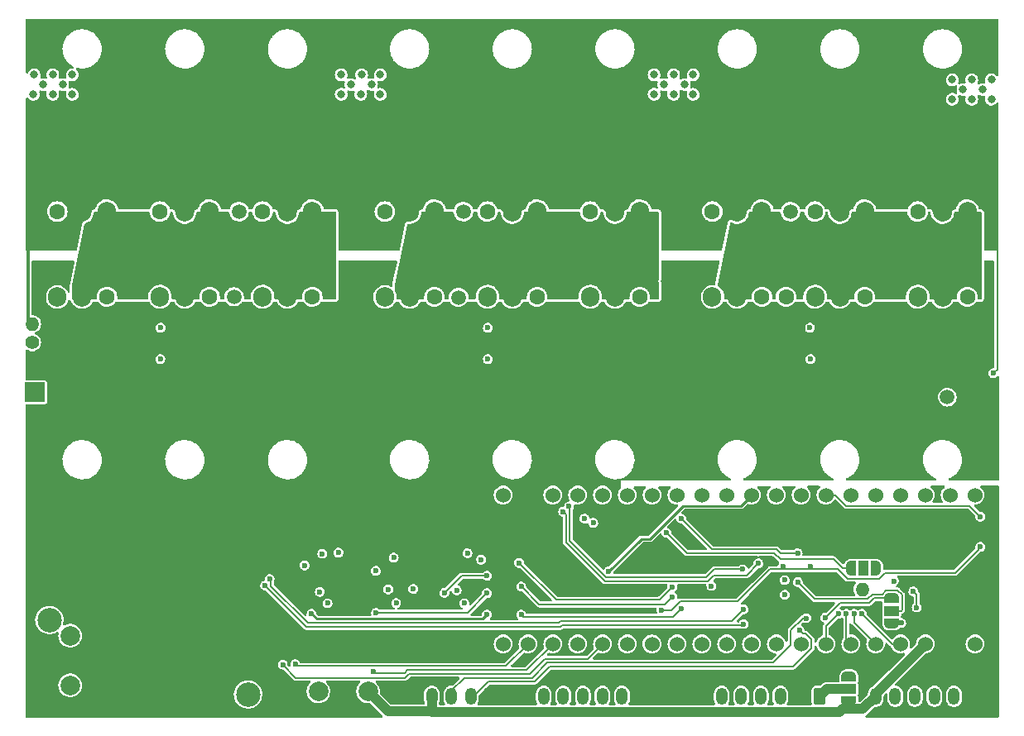
<source format=gbr>
%TF.GenerationSoftware,KiCad,Pcbnew,(6.0.4)*%
%TF.CreationDate,2022-07-25T23:44:37+01:00*%
%TF.ProjectId,CCC_ESC,4343435f-4553-4432-9e6b-696361645f70,rev?*%
%TF.SameCoordinates,Original*%
%TF.FileFunction,Copper,L4,Bot*%
%TF.FilePolarity,Positive*%
%FSLAX46Y46*%
G04 Gerber Fmt 4.6, Leading zero omitted, Abs format (unit mm)*
G04 Created by KiCad (PCBNEW (6.0.4)) date 2022-07-25 23:44:37*
%MOMM*%
%LPD*%
G01*
G04 APERTURE LIST*
G04 Aperture macros list*
%AMRoundRect*
0 Rectangle with rounded corners*
0 $1 Rounding radius*
0 $2 $3 $4 $5 $6 $7 $8 $9 X,Y pos of 4 corners*
0 Add a 4 corners polygon primitive as box body*
4,1,4,$2,$3,$4,$5,$6,$7,$8,$9,$2,$3,0*
0 Add four circle primitives for the rounded corners*
1,1,$1+$1,$2,$3*
1,1,$1+$1,$4,$5*
1,1,$1+$1,$6,$7*
1,1,$1+$1,$8,$9*
0 Add four rect primitives between the rounded corners*
20,1,$1+$1,$2,$3,$4,$5,0*
20,1,$1+$1,$4,$5,$6,$7,0*
20,1,$1+$1,$6,$7,$8,$9,0*
20,1,$1+$1,$8,$9,$2,$3,0*%
%AMFreePoly0*
4,1,22,0.550000,-0.750000,0.000000,-0.750000,0.000000,-0.745033,-0.079941,-0.743568,-0.215256,-0.701293,-0.333266,-0.622738,-0.424486,-0.514219,-0.481581,-0.384460,-0.499164,-0.250000,-0.500000,-0.250000,-0.500000,0.250000,-0.499164,0.250000,-0.499963,0.256109,-0.478152,0.396186,-0.417904,0.524511,-0.324060,0.630769,-0.204165,0.706417,-0.067858,0.745374,0.000000,0.744959,0.000000,0.750000,
0.550000,0.750000,0.550000,-0.750000,0.550000,-0.750000,$1*%
%AMFreePoly1*
4,1,20,0.000000,0.744959,0.073905,0.744508,0.209726,0.703889,0.328688,0.626782,0.421226,0.519385,0.479903,0.390333,0.500000,0.250000,0.500000,-0.250000,0.499851,-0.262216,0.476331,-0.402017,0.414519,-0.529596,0.319384,-0.634700,0.198574,-0.708877,0.061801,-0.746166,0.000000,-0.745033,0.000000,-0.750000,-0.550000,-0.750000,-0.550000,0.750000,0.000000,0.750000,0.000000,0.744959,
0.000000,0.744959,$1*%
G04 Aperture macros list end*
%TA.AperFunction,ComponentPad*%
%ADD10C,2.000000*%
%TD*%
%TA.AperFunction,ComponentPad*%
%ADD11C,4.000000*%
%TD*%
%TA.AperFunction,ComponentPad*%
%ADD12C,2.500000*%
%TD*%
%TA.AperFunction,ComponentPad*%
%ADD13C,1.500000*%
%TD*%
%TA.AperFunction,ComponentPad*%
%ADD14R,2.000000X2.000000*%
%TD*%
%TA.AperFunction,ComponentPad*%
%ADD15RoundRect,0.250000X0.350000X0.625000X-0.350000X0.625000X-0.350000X-0.625000X0.350000X-0.625000X0*%
%TD*%
%TA.AperFunction,ComponentPad*%
%ADD16O,1.200000X1.750000*%
%TD*%
%TA.AperFunction,ComponentPad*%
%ADD17C,3.000000*%
%TD*%
%TA.AperFunction,ComponentPad*%
%ADD18C,1.600000*%
%TD*%
%TA.AperFunction,ComponentPad*%
%ADD19C,1.400000*%
%TD*%
%TA.AperFunction,ComponentPad*%
%ADD20O,1.400000X1.400000*%
%TD*%
%TA.AperFunction,ComponentPad*%
%ADD21C,1.524000*%
%TD*%
%TA.AperFunction,SMDPad,CuDef*%
%ADD22FreePoly0,90.000000*%
%TD*%
%TA.AperFunction,SMDPad,CuDef*%
%ADD23R,1.500000X1.000000*%
%TD*%
%TA.AperFunction,SMDPad,CuDef*%
%ADD24FreePoly1,90.000000*%
%TD*%
%TA.AperFunction,ComponentPad*%
%ADD25O,1.905000X2.000000*%
%TD*%
%TA.AperFunction,SMDPad,CuDef*%
%ADD26FreePoly0,180.000000*%
%TD*%
%TA.AperFunction,SMDPad,CuDef*%
%ADD27R,1.000000X1.500000*%
%TD*%
%TA.AperFunction,SMDPad,CuDef*%
%ADD28FreePoly1,180.000000*%
%TD*%
%TA.AperFunction,ViaPad*%
%ADD29C,0.600000*%
%TD*%
%TA.AperFunction,ViaPad*%
%ADD30C,0.800000*%
%TD*%
%TA.AperFunction,Conductor*%
%ADD31C,0.200000*%
%TD*%
%TA.AperFunction,Conductor*%
%ADD32C,1.000000*%
%TD*%
%TA.AperFunction,Conductor*%
%ADD33C,0.300000*%
%TD*%
%TA.AperFunction,Conductor*%
%ADD34C,0.250000*%
%TD*%
G04 APERTURE END LIST*
D10*
%TO.P,TP4,1,1*%
%TO.N,GND*%
X82500000Y-83750000D03*
%TD*%
D11*
%TO.P,PH9,1,1*%
%TO.N,PHASE_C*%
X144400000Y-74500000D03*
%TD*%
D12*
%TO.P,U6,1,VIN*%
%TO.N,Net-(C5-Pad1)*%
X52654000Y-111813260D03*
%TO.P,U6,2,GND_IN*%
%TO.N,GND*%
X52654000Y-106733260D03*
%TO.P,U6,3,GND_OUT*%
X72974000Y-99113260D03*
%TO.P,U6,4,VOUT*%
%TO.N,V12V*%
X72974000Y-119433260D03*
%TD*%
D11*
%TO.P,PH4,1,1*%
%TO.N,PHASE_B*%
X90800000Y-74500000D03*
%TD*%
D13*
%TO.P,TP1,1,1*%
%TO.N,/AU_GATESIG*%
X72050000Y-70000000D03*
%TD*%
D14*
%TO.P,CX17,1*%
%TO.N,Net-(C5-Pad1)*%
X51200000Y-88500000D03*
D10*
%TO.P,CX17,2*%
%TO.N,GND*%
X55200000Y-88500000D03*
%TD*%
D15*
%TO.P,J4,1,Pin_1*%
%TO.N,GND*%
X113219000Y-119628260D03*
D16*
%TO.P,J4,2,Pin_2*%
%TO.N,Vaux*%
X111219000Y-119628260D03*
%TO.P,J4,3,Pin_3*%
%TO.N,PB5 MOSI TIM3 CH2*%
X109219000Y-119628260D03*
%TO.P,J4,4,Pin_4*%
%TO.N,PB4 MISO TIM3 CH1*%
X107219000Y-119628260D03*
%TO.P,J4,5,Pin_5*%
%TO.N,PB3 SCK TIM2CH2*%
X105219000Y-119628260D03*
%TO.P,J4,6,Pin_6*%
%TO.N,PA15 TIM2 CH1*%
X103219000Y-119628260D03*
%TD*%
D17*
%TO.P,TP11,1,1*%
%TO.N,GND*%
X72569000Y-106778260D03*
%TD*%
D18*
%TO.P,TP9,1,1*%
%TO.N,/CL_GATESIG*%
X128000000Y-78750000D03*
%TD*%
D11*
%TO.P,PH5,1,1*%
%TO.N,PHASE_B*%
X112250000Y-74450000D03*
%TD*%
D19*
%TO.P,SW1,1,Pin_1*%
%TO.N,Net-(R1-Pad2)*%
X50900000Y-83405000D03*
D20*
%TO.P,SW1,2,Pin_2*%
%TO.N,VBAT*%
X50900000Y-81505000D03*
%TD*%
D10*
%TO.P,TP3,1,1*%
%TO.N,GND*%
X93569000Y-101028260D03*
%TD*%
D11*
%TO.P,PH8,1,1*%
%TO.N,PHASE_C*%
X123800000Y-74500000D03*
%TD*%
D15*
%TO.P,J2,1,Pin_1*%
%TO.N,Vaux*%
X131419000Y-119628260D03*
D16*
%TO.P,J2,2,Pin_2*%
%TO.N,GND*%
X129419000Y-119628260D03*
%TO.P,J2,3,Pin_3*%
%TO.N,PB9 DI2C1_SDA TIM4_CH4*%
X127419000Y-119628260D03*
%TO.P,J2,4,Pin_4*%
%TO.N,PB8 DI2C1_SCL TIM4_CH3*%
X125419000Y-119628260D03*
%TO.P,J2,5,Pin_5*%
%TO.N,PB7 D_UART1_RX I2C1_SDA TIM4_CH2*%
X123419000Y-119628260D03*
%TO.P,J2,6,Pin_6*%
%TO.N,PB6 D_UART1_TX I2C1_SCL TIM4_CH1*%
X121419000Y-119628260D03*
%TD*%
D10*
%TO.P,U8,1,VIN*%
%TO.N,Net-(C5-Pad1)*%
X54779000Y-113418260D03*
%TO.P,U8,2,GND*%
%TO.N,GND*%
X54779000Y-115958260D03*
%TO.P,U8,3,VOUT*%
%TO.N,V12V*%
X54779000Y-118498260D03*
%TD*%
%TO.P,U7,1,VIN*%
%TO.N,V12V*%
X80164000Y-119123260D03*
%TO.P,U7,2,GND*%
%TO.N,GND*%
X82704000Y-119123260D03*
%TO.P,U7,3,VOUT*%
%TO.N,V5V*%
X85244000Y-119123260D03*
%TD*%
D11*
%TO.P,PH3,1,1*%
%TO.N,PHASE_A*%
X68350000Y-74550000D03*
%TD*%
%TO.P,PH2,1,1*%
%TO.N,PHASE_A*%
X57800000Y-74500000D03*
%TD*%
%TO.P,PH1,1,1*%
%TO.N,PHASE_A*%
X79250000Y-74500000D03*
%TD*%
%TO.P,PH6,1,1*%
%TO.N,PHASE_B*%
X101250000Y-74500000D03*
%TD*%
D13*
%TO.P,TP10,1,1*%
%TO.N,VSENSE2*%
X144500000Y-89000000D03*
%TD*%
%TO.P,TP7,1,1*%
%TO.N,/BL_GATESIG*%
X94500000Y-78800000D03*
%TD*%
D11*
%TO.P,PH7,1,1*%
%TO.N,PHASE_C*%
X134300000Y-74500000D03*
%TD*%
D19*
%TO.P,NTC1,1,Pin_1*%
%TO.N,GND*%
X133914000Y-108678260D03*
D20*
%TO.P,NTC1,2,Pin_2*%
%TO.N,FET_TEMP*%
X135814000Y-108678260D03*
%TD*%
D21*
%TO.P,U5,1,VBAT*%
%TO.N,unconnected-(U5-Pad1)*%
X147329000Y-99028260D03*
%TO.P,U5,2,PC13*%
%TO.N,HALL_A*%
X144789000Y-99028260D03*
%TO.P,U5,3,PC14*%
%TO.N,HALL_B*%
X142249000Y-99028260D03*
%TO.P,U5,4,PC15*%
%TO.N,HALL_C*%
X139709000Y-99028260D03*
%TO.P,U5,5,NRST*%
%TO.N,Net-(C21-Pad1)*%
X137169000Y-99028260D03*
%TO.P,U5,6,PA0*%
%TO.N,A_THROTTLE*%
X134629000Y-99028260D03*
%TO.P,U5,7,PA1*%
%TO.N,VSENSE*%
X132089000Y-99028260D03*
%TO.P,U5,8,PA2*%
%TO.N,A_SHA_AMP*%
X129549000Y-99028260D03*
%TO.P,U5,9,PA3*%
%TO.N,A_SHB_AMP*%
X127009000Y-99028260D03*
%TO.P,U5,10,PA4*%
%TO.N,A_SHC_AMP*%
X124469000Y-99028260D03*
%TO.P,U5,11,PA5*%
%TO.N,A_PHA_VSENSE*%
X121929000Y-99028260D03*
%TO.P,U5,12,PA6*%
%TO.N,A_PHB_VSENSE*%
X119389000Y-99028260D03*
%TO.P,U5,13,PA7*%
%TO.N,Net-(JP2-Pad2)*%
X116849000Y-99028260D03*
%TO.P,U5,14,PB0*%
%TO.N,A_PHC_VSENSE*%
X114309000Y-99028260D03*
%TO.P,U5,15,PB1*%
%TO.N,Net-(C18-Pad1)*%
X111769000Y-99028260D03*
%TO.P,U5,16,PB2*%
%TO.N,PB2 D_GPIO*%
X109229000Y-99028260D03*
%TO.P,U5,17,PB10*%
%TO.N,PB10 D_GPIO*%
X106689000Y-99028260D03*
%TO.P,U5,18,3V3*%
%TO.N,V3V3*%
X104149000Y-99028260D03*
%TO.P,U5,19,GND*%
%TO.N,GND*%
X101609000Y-99028260D03*
%TO.P,U5,20,5V*%
%TO.N,unconnected-(U5-Pad20)*%
X99069000Y-99028260D03*
%TO.P,U5,21,PB12*%
%TO.N,A_OVERLIMIT*%
X99069000Y-114268260D03*
%TO.P,U5,22,PB13*%
%TO.N,LIN_A*%
X101609000Y-114268260D03*
%TO.P,U5,23,PB14*%
%TO.N,LIN_B*%
X104149000Y-114268260D03*
%TO.P,U5,24,PB15*%
%TO.N,LIN_C*%
X106689000Y-114268260D03*
%TO.P,U5,25,PA8*%
%TO.N,HIN_A*%
X109229000Y-114268260D03*
%TO.P,U5,26,PA9*%
%TO.N,HIN_B*%
X111769000Y-114268260D03*
%TO.P,U5,27,PA10*%
%TO.N,HIN_C*%
X114285395Y-114278253D03*
%TO.P,U5,28,PA11*%
%TO.N,unconnected-(U5-Pad28)*%
X116849000Y-114268260D03*
%TO.P,U5,29,PA12*%
%TO.N,unconnected-(U5-Pad29)*%
X119389000Y-114268260D03*
%TO.P,U5,30,PA15*%
%TO.N,Net-(RN2-Pad4)*%
X121929000Y-114268260D03*
%TO.P,U5,31,PB3*%
%TO.N,Net-(RN2-Pad3)*%
X124469000Y-114268260D03*
%TO.P,U5,32,PB4*%
%TO.N,Net-(RN2-Pad2)*%
X127009000Y-114268260D03*
%TO.P,U5,33,PB5*%
%TO.N,Net-(RN2-Pad1)*%
X129549000Y-114268260D03*
%TO.P,U5,34,PB6*%
%TO.N,Net-(RN3-Pad4)*%
X132089000Y-114268260D03*
%TO.P,U5,35,PB7*%
%TO.N,Net-(RN3-Pad3)*%
X134629000Y-114268260D03*
%TO.P,U5,36,PB8*%
%TO.N,Net-(RN3-Pad2)*%
X137169000Y-114268260D03*
%TO.P,U5,37,PB9*%
%TO.N,Net-(RN3-Pad1)*%
X139709000Y-114268260D03*
%TO.P,U5,38,5V*%
%TO.N,V5V*%
X142249000Y-114268260D03*
%TO.P,U5,39,GND*%
%TO.N,GND*%
X144789000Y-114268260D03*
%TO.P,U5,40,3V3*%
%TO.N,V3V3*%
X147329000Y-114268260D03*
%TD*%
D13*
%TO.P,TP8,1,1*%
%TO.N,/CU_GATESIG*%
X128450000Y-70000000D03*
%TD*%
%TO.P,TP6,1,1*%
%TO.N,/BU_GATESIG*%
X95000000Y-70000000D03*
%TD*%
D10*
%TO.P,TP2,1,1*%
%TO.N,GND*%
X116250000Y-85250000D03*
%TD*%
D15*
%TO.P,J1,1,Pin_1*%
%TO.N,GND*%
X97769000Y-119628260D03*
D16*
%TO.P,J1,2,Pin_2*%
%TO.N,Net-(J1-Pad2)*%
X95769000Y-119628260D03*
%TO.P,J1,3,Pin_3*%
%TO.N,Net-(J1-Pad3)*%
X93769000Y-119628260D03*
%TO.P,J1,4,Pin_4*%
%TO.N,V5V*%
X91769000Y-119628260D03*
%TD*%
D15*
%TO.P,J3,1,Pin_1*%
%TO.N,GND*%
X147169000Y-119628260D03*
D16*
%TO.P,J3,2,Pin_2*%
%TO.N,Net-(J3-Pad2)*%
X145169000Y-119628260D03*
%TO.P,J3,3,Pin_3*%
%TO.N,Net-(J3-Pad3)*%
X143169000Y-119628260D03*
%TO.P,J3,4,Pin_4*%
%TO.N,Net-(J3-Pad4)*%
X141169000Y-119628260D03*
%TO.P,J3,5,Pin_5*%
%TO.N,Net-(J3-Pad5)*%
X139169000Y-119628260D03*
%TO.P,J3,6,Pin_6*%
%TO.N,V5V*%
X137169000Y-119628260D03*
%TD*%
D13*
%TO.P,TP5,1,1*%
%TO.N,/AL_GATESIG*%
X71550000Y-78750000D03*
%TD*%
D22*
%TO.P,JP1,1,A*%
%TO.N,V5V*%
X134419000Y-120178260D03*
D23*
%TO.P,JP1,2,C*%
%TO.N,Vaux*%
X134419000Y-118878260D03*
D24*
%TO.P,JP1,3,B*%
%TO.N,V3V3*%
X134419000Y-117578260D03*
%TD*%
D18*
%TO.P,QB4,1*%
%TO.N,/BL_GATESIG*%
X102540000Y-78750000D03*
D25*
%TO.P,QB4,2*%
%TO.N,PHASE_B*%
X100000000Y-78750000D03*
%TO.P,QB4,3*%
%TO.N,Net-(NT3-Pad1)*%
X97460000Y-78750000D03*
%TD*%
D18*
%TO.P,QB5,1*%
%TO.N,/BU_GATESIG*%
X86960000Y-70000000D03*
D25*
%TO.P,QB5,2*%
%TO.N,VBAT*%
X89500000Y-70000000D03*
%TO.P,QB5,3*%
%TO.N,PHASE_B*%
X92040000Y-70000000D03*
%TD*%
D18*
%TO.P,QA3,1*%
%TO.N,/AU_GATESIG*%
X63960000Y-70000000D03*
D25*
%TO.P,QA3,2*%
%TO.N,VBAT*%
X66500000Y-70000000D03*
%TO.P,QA3,3*%
%TO.N,PHASE_A*%
X69040000Y-70000000D03*
%TD*%
D18*
%TO.P,QC6,1*%
%TO.N,/CL_GATESIG*%
X125540000Y-78750000D03*
D25*
%TO.P,QC6,2*%
%TO.N,PHASE_C*%
X123000000Y-78750000D03*
%TO.P,QC6,3*%
%TO.N,Net-(NT5-Pad1)*%
X120460000Y-78750000D03*
%TD*%
D18*
%TO.P,QC5,1*%
%TO.N,/CU_GATESIG*%
X141460000Y-70000000D03*
D25*
%TO.P,QC5,2*%
%TO.N,VBAT*%
X144000000Y-70000000D03*
%TO.P,QC5,3*%
%TO.N,PHASE_C*%
X146540000Y-70000000D03*
%TD*%
D18*
%TO.P,QC4,1*%
%TO.N,/CL_GATESIG*%
X146540000Y-78750000D03*
D25*
%TO.P,QC4,2*%
%TO.N,PHASE_C*%
X144000000Y-78750000D03*
%TO.P,QC4,3*%
%TO.N,Net-(NT5-Pad1)*%
X141460000Y-78750000D03*
%TD*%
D26*
%TO.P,JP3,1,A*%
%TO.N,Net-(C21-Pad1)*%
X137219000Y-106528260D03*
D27*
%TO.P,JP3,2,C*%
%TO.N,FET_TEMP*%
X135919000Y-106528260D03*
D28*
%TO.P,JP3,3,B*%
%TO.N,Net-(C18-Pad1)*%
X134619000Y-106528260D03*
%TD*%
D18*
%TO.P,QA6,1*%
%TO.N,/AL_GATESIG*%
X58540000Y-78750000D03*
D25*
%TO.P,QA6,2*%
%TO.N,PHASE_A*%
X56000000Y-78750000D03*
%TO.P,QA6,3*%
%TO.N,Net-(NT1-Pad1)*%
X53460000Y-78750000D03*
%TD*%
D18*
%TO.P,QB6,1*%
%TO.N,/BL_GATESIG*%
X92040000Y-78750000D03*
D25*
%TO.P,QB6,2*%
%TO.N,PHASE_B*%
X89500000Y-78750000D03*
%TO.P,QB6,3*%
%TO.N,Net-(NT3-Pad1)*%
X86960000Y-78750000D03*
%TD*%
D18*
%TO.P,QB2,1*%
%TO.N,/BL_GATESIG*%
X113040000Y-78750000D03*
D25*
%TO.P,QB2,2*%
%TO.N,PHASE_B*%
X110500000Y-78750000D03*
%TO.P,QB2,3*%
%TO.N,Net-(NT3-Pad1)*%
X107960000Y-78750000D03*
%TD*%
D18*
%TO.P,QA5,1*%
%TO.N,/AU_GATESIG*%
X74460000Y-70000000D03*
D25*
%TO.P,QA5,2*%
%TO.N,VBAT*%
X77000000Y-70000000D03*
%TO.P,QA5,3*%
%TO.N,PHASE_A*%
X79540000Y-70000000D03*
%TD*%
D22*
%TO.P,JP2,1,A*%
%TO.N,MOTOR_TEMP*%
X138819000Y-112178260D03*
D23*
%TO.P,JP2,2,C*%
%TO.N,Net-(JP2-Pad2)*%
X138819000Y-110878260D03*
D24*
%TO.P,JP2,3,B*%
%TO.N,A_BRAKE*%
X138819000Y-109578260D03*
%TD*%
D18*
%TO.P,QA1,1*%
%TO.N,/AU_GATESIG*%
X53460000Y-70000000D03*
D25*
%TO.P,QA1,2*%
%TO.N,VBAT*%
X56000000Y-70000000D03*
%TO.P,QA1,3*%
%TO.N,PHASE_A*%
X58540000Y-70000000D03*
%TD*%
D18*
%TO.P,QB3,1*%
%TO.N,/BU_GATESIG*%
X97460000Y-70000000D03*
D25*
%TO.P,QB3,2*%
%TO.N,VBAT*%
X100000000Y-70000000D03*
%TO.P,QB3,3*%
%TO.N,PHASE_B*%
X102540000Y-70000000D03*
%TD*%
D18*
%TO.P,QC3,1*%
%TO.N,/CU_GATESIG*%
X130960000Y-70000000D03*
D25*
%TO.P,QC3,2*%
%TO.N,VBAT*%
X133500000Y-70000000D03*
%TO.P,QC3,3*%
%TO.N,PHASE_C*%
X136040000Y-70000000D03*
%TD*%
D18*
%TO.P,QA4,1*%
%TO.N,/AL_GATESIG*%
X69040000Y-78750000D03*
D25*
%TO.P,QA4,2*%
%TO.N,PHASE_A*%
X66500000Y-78750000D03*
%TO.P,QA4,3*%
%TO.N,Net-(NT1-Pad1)*%
X63960000Y-78750000D03*
%TD*%
D18*
%TO.P,QC2,1*%
%TO.N,/CL_GATESIG*%
X136040000Y-78750000D03*
D25*
%TO.P,QC2,2*%
%TO.N,PHASE_C*%
X133500000Y-78750000D03*
%TO.P,QC2,3*%
%TO.N,Net-(NT5-Pad1)*%
X130960000Y-78750000D03*
%TD*%
D18*
%TO.P,QC1,1*%
%TO.N,/CU_GATESIG*%
X120460000Y-70000000D03*
D25*
%TO.P,QC1,2*%
%TO.N,VBAT*%
X123000000Y-70000000D03*
%TO.P,QC1,3*%
%TO.N,PHASE_C*%
X125540000Y-70000000D03*
%TD*%
D18*
%TO.P,QA2,1*%
%TO.N,/AL_GATESIG*%
X79540000Y-78750000D03*
D25*
%TO.P,QA2,2*%
%TO.N,PHASE_A*%
X77000000Y-78750000D03*
%TO.P,QA2,3*%
%TO.N,Net-(NT1-Pad1)*%
X74460000Y-78750000D03*
%TD*%
D18*
%TO.P,QB1,1*%
%TO.N,/BU_GATESIG*%
X107960000Y-70000000D03*
D25*
%TO.P,QB1,2*%
%TO.N,VBAT*%
X110500000Y-70000000D03*
%TO.P,QB1,3*%
%TO.N,PHASE_B*%
X113040000Y-70000000D03*
%TD*%
D29*
%TO.N,V12V*%
X88119000Y-110078260D03*
X81094000Y-110103260D03*
X80319000Y-108928260D03*
X87319000Y-108678260D03*
X94319000Y-108778260D03*
X95094000Y-110103260D03*
%TO.N,VSENSE2*%
X115269000Y-110827760D03*
X127669000Y-106328260D03*
X147869000Y-104328260D03*
X130469000Y-106328260D03*
%TO.N,V3V3*%
X120369000Y-108328260D03*
X134719000Y-117578260D03*
X127869000Y-109228260D03*
X139019000Y-107828260D03*
X127869000Y-107728260D03*
%TO.N,A_SHA_V+*%
X123669000Y-110728260D03*
X64030000Y-81900000D03*
X75183701Y-107627678D03*
D30*
%TO.N,GND*%
X85600000Y-57000000D03*
X106750000Y-88950000D03*
X125000000Y-87000000D03*
X83550000Y-77000000D03*
X115500000Y-88000000D03*
X80000000Y-86000000D03*
D29*
X131169000Y-116028260D03*
D30*
X115500000Y-90000000D03*
D29*
X97906500Y-105378260D03*
D30*
X88000000Y-86000000D03*
X106800000Y-91600000D03*
X80000000Y-88000000D03*
X97000000Y-88000000D03*
X57000000Y-89000000D03*
X72000000Y-86900000D03*
X83000000Y-91600000D03*
D29*
X89369000Y-119328260D03*
D30*
X73500000Y-88000000D03*
X77000000Y-93000000D03*
X118500000Y-56000000D03*
D29*
X139969000Y-106078260D03*
D30*
X103000000Y-88000000D03*
X78500000Y-86000000D03*
X123500000Y-87000000D03*
X86600000Y-88000000D03*
X81500000Y-90000000D03*
X124500000Y-93000000D03*
D29*
X127069000Y-103228260D03*
D30*
X121500000Y-93000000D03*
X64500000Y-90000000D03*
D29*
X93669000Y-102728260D03*
D30*
X117000000Y-93000000D03*
X120250000Y-77000000D03*
X147000000Y-56500000D03*
X57000000Y-91500000D03*
X78500000Y-87000000D03*
D29*
X137300000Y-110480000D03*
D30*
X120000000Y-93000000D03*
X133500000Y-91500000D03*
X83000000Y-93000000D03*
D29*
X147844000Y-106203260D03*
D30*
X129500000Y-89000000D03*
X123500000Y-90000000D03*
X82500000Y-58000000D03*
X104500000Y-91000000D03*
X101500000Y-88000000D03*
X55000000Y-58000000D03*
X132500000Y-88000000D03*
X118500000Y-87000000D03*
X106800000Y-93000000D03*
X93500000Y-88000000D03*
X138000000Y-91500000D03*
X96999989Y-93000000D03*
X93500000Y-89000000D03*
X77000000Y-85000000D03*
X98500000Y-89000000D03*
X145000000Y-56500000D03*
X58500000Y-90000000D03*
X66000000Y-89000000D03*
X72000000Y-93000000D03*
X58500000Y-87000000D03*
X84600000Y-56000000D03*
X94800000Y-85700000D03*
X100000000Y-93000000D03*
X103000000Y-92000000D03*
X88000000Y-93000000D03*
D29*
X136319000Y-102178260D03*
D30*
X70500000Y-90000000D03*
X84799020Y-87000000D03*
X78500000Y-85000000D03*
X84799020Y-89900000D03*
X100000000Y-85700000D03*
D29*
X118069000Y-103428260D03*
D30*
X114000000Y-90000000D03*
X129500000Y-88000000D03*
D29*
X85669000Y-114028260D03*
D30*
X83000000Y-86000000D03*
X147000000Y-58500000D03*
X69000000Y-86000000D03*
X52000000Y-57000000D03*
X138500000Y-89000000D03*
X111000000Y-88000000D03*
X70500000Y-88000000D03*
X66000000Y-91500000D03*
X84799020Y-86000000D03*
X66000000Y-93000000D03*
X138000000Y-93000000D03*
D29*
X144000000Y-84800000D03*
D30*
X111000000Y-91500000D03*
X64500000Y-91500000D03*
X109500000Y-87000000D03*
D29*
X148569000Y-99828260D03*
D30*
X84500000Y-58000000D03*
D29*
X115619000Y-115128260D03*
D30*
X112500000Y-88000000D03*
X82500000Y-56000000D03*
X106750000Y-88000000D03*
X67500000Y-88000000D03*
X61500000Y-88000000D03*
X106750000Y-90000000D03*
X60000000Y-86000000D03*
X116500000Y-58000000D03*
X125000000Y-90000000D03*
X118500000Y-91500000D03*
X122000000Y-87000000D03*
D29*
X72069000Y-112228260D03*
D30*
X135000000Y-93000000D03*
X84799020Y-88000000D03*
X104500000Y-89000000D03*
D29*
X107969000Y-113478260D03*
D30*
X126500000Y-89000000D03*
X98500000Y-88000000D03*
X126500000Y-90000000D03*
X138500000Y-87000000D03*
X57000000Y-93000000D03*
D29*
X109069000Y-104928260D03*
D30*
X72000000Y-88000000D03*
X93500000Y-85750000D03*
X77000000Y-89000000D03*
X118500000Y-93000000D03*
X112500000Y-90000000D03*
X55000000Y-56000000D03*
X125000000Y-88000000D03*
X75500000Y-89000000D03*
X131000000Y-88000000D03*
X128000000Y-86000000D03*
X122000000Y-90000000D03*
X132000000Y-93000000D03*
D29*
X79469000Y-114028260D03*
D30*
X117600000Y-57000000D03*
X69000000Y-89000000D03*
D29*
X81689000Y-108378260D03*
D30*
X84500000Y-77000000D03*
X63000000Y-93000000D03*
X103000000Y-93000000D03*
X141000000Y-93000000D03*
X139500000Y-93000000D03*
X127500000Y-93000000D03*
X64500000Y-88000000D03*
X124500000Y-91500000D03*
X80000000Y-85000000D03*
X121500000Y-91500000D03*
D29*
X130919000Y-107478260D03*
D30*
X69000000Y-91500000D03*
D29*
X136019000Y-104428260D03*
D30*
X128000000Y-88000000D03*
X115500000Y-57000000D03*
X140000000Y-86000000D03*
X93500000Y-90000000D03*
X89400000Y-89000000D03*
X61500000Y-90000000D03*
X123000000Y-91500000D03*
X89400000Y-87000000D03*
X115500000Y-93000000D03*
X70500000Y-91500000D03*
X94800000Y-84500000D03*
D29*
X146769000Y-107828260D03*
D30*
X97000000Y-91000000D03*
X120000000Y-88000000D03*
X78500000Y-91600000D03*
D29*
X118219000Y-115028260D03*
X54100000Y-76150000D03*
D30*
X134000000Y-85000000D03*
X83000000Y-88000000D03*
X138500000Y-88000000D03*
X58500000Y-89000000D03*
X75500000Y-86000000D03*
X136500000Y-91500000D03*
X80000000Y-93000000D03*
X128000000Y-84900000D03*
X89400000Y-90000000D03*
X92200000Y-86850000D03*
X117508480Y-77072875D03*
X60000000Y-90000000D03*
D29*
X130869000Y-103228260D03*
D30*
X78500000Y-90000000D03*
D29*
X92669000Y-114028260D03*
D30*
X72000000Y-90000000D03*
X86600000Y-89000000D03*
X128000000Y-87000000D03*
X103000000Y-91000000D03*
X94800000Y-86900000D03*
X94800000Y-93000000D03*
X111000000Y-93000000D03*
X61500000Y-86000000D03*
X149000000Y-58500000D03*
X75500000Y-87000000D03*
D29*
X61419000Y-100978260D03*
D30*
X60000000Y-93000000D03*
X130500000Y-91500000D03*
X98500000Y-93000000D03*
X120000000Y-89000000D03*
X138500000Y-90000000D03*
X112500000Y-93000000D03*
X117000000Y-87000000D03*
X63000000Y-90000000D03*
X134000000Y-87000000D03*
X75500000Y-90000000D03*
X109500000Y-90000000D03*
X132000000Y-91500000D03*
X130500000Y-93000000D03*
X73500000Y-89000000D03*
X81500000Y-91600000D03*
X78500000Y-88000000D03*
X111000000Y-89000000D03*
X114000000Y-91500000D03*
X77000000Y-91500000D03*
X94800000Y-90000000D03*
X60000000Y-91500000D03*
D29*
X138199000Y-115798260D03*
D30*
X90800000Y-89000000D03*
D29*
X122669000Y-109228260D03*
D30*
X54000000Y-57000000D03*
X140000000Y-87000000D03*
X100000000Y-92000000D03*
X81500000Y-89000000D03*
X134000000Y-89000000D03*
X67500000Y-87000000D03*
X126500000Y-88000000D03*
X64500000Y-93000000D03*
X61500000Y-93000000D03*
X88000000Y-89000000D03*
X114000000Y-93000000D03*
X88000000Y-91600000D03*
X112500000Y-91500000D03*
X83500000Y-57000000D03*
X135500000Y-88000000D03*
X51100000Y-56000000D03*
X73500000Y-91500000D03*
X86599500Y-86000000D03*
X139500000Y-91500000D03*
X75500000Y-93000000D03*
X67500000Y-90000000D03*
X73500000Y-90000000D03*
X123500000Y-89000000D03*
D29*
X143069000Y-106078260D03*
D30*
X145000000Y-58500000D03*
D29*
X125869000Y-110628260D03*
D30*
X116500000Y-56000000D03*
X72000000Y-89000000D03*
X92200000Y-92000000D03*
D29*
X78169000Y-120128260D03*
X53669000Y-120878260D03*
D30*
X106750000Y-86950000D03*
X67500000Y-89000000D03*
X81500000Y-86000000D03*
D29*
X147844000Y-103203260D03*
D30*
X122000000Y-86000000D03*
X100000000Y-91000000D03*
X137000000Y-89000000D03*
X148900500Y-77300000D03*
X60000000Y-87000000D03*
D29*
X128169000Y-111128260D03*
D30*
X90800000Y-88000000D03*
D29*
X74919000Y-121328260D03*
D30*
X104500000Y-93000000D03*
X81500000Y-85000000D03*
X114000000Y-86000000D03*
X58500000Y-88000000D03*
X133500000Y-93000000D03*
D29*
X51950000Y-77000000D03*
D30*
X109500000Y-89000000D03*
X84799020Y-91600000D03*
X98500000Y-90000000D03*
X67500000Y-85000000D03*
X72000000Y-91500000D03*
X92200000Y-88000000D03*
X90800000Y-92000000D03*
X100000000Y-88000000D03*
X132500000Y-89000000D03*
X78500000Y-89000000D03*
D29*
X143569000Y-99528760D03*
D30*
X75500000Y-88000000D03*
D29*
X78669000Y-114028260D03*
D30*
X86600000Y-90000000D03*
X73500000Y-93000000D03*
X94800000Y-92000000D03*
X63000000Y-89000000D03*
X86500000Y-56000000D03*
X120000000Y-87000000D03*
X101500000Y-89000000D03*
X86600000Y-87000000D03*
X92200000Y-93000000D03*
D29*
X51550000Y-78300000D03*
D30*
X104500000Y-88000000D03*
X125000000Y-89000000D03*
X83000000Y-89000000D03*
X114000000Y-88000000D03*
X118500000Y-88000000D03*
X115500000Y-91500000D03*
X115500000Y-87000000D03*
X94800011Y-91000000D03*
X61500000Y-85000000D03*
X93500000Y-91000000D03*
X67500000Y-93000000D03*
X120000000Y-86000000D03*
X120000000Y-90000000D03*
X132500000Y-90000000D03*
X94800000Y-89000000D03*
X104500000Y-92000000D03*
X92200000Y-89000000D03*
X84800000Y-89000000D03*
X57000000Y-90000000D03*
D29*
X138769000Y-102728260D03*
D30*
X100000000Y-89000000D03*
X104500000Y-90000000D03*
X98500000Y-91000000D03*
X53000000Y-58000000D03*
X112500000Y-86000000D03*
X134000000Y-86000000D03*
D29*
X54100000Y-77000000D03*
D30*
X75500000Y-91500000D03*
X127500000Y-91500000D03*
X80000000Y-90000000D03*
X89400000Y-91000000D03*
X92200000Y-91000000D03*
X89400000Y-92000000D03*
X77000000Y-90000000D03*
X109500000Y-93000000D03*
D29*
X85169000Y-103828260D03*
D30*
X60000000Y-88000000D03*
X135500000Y-89000000D03*
X100000000Y-90000000D03*
X83000000Y-87000000D03*
X111000000Y-86000000D03*
X131000000Y-89000000D03*
X58500000Y-91500000D03*
X135500000Y-87000000D03*
X70500000Y-93000000D03*
X126500000Y-87000000D03*
X70500000Y-87000000D03*
X77000000Y-86000000D03*
X66000000Y-90000000D03*
D29*
X141519000Y-106078260D03*
D30*
X117000000Y-90000000D03*
D29*
X93469000Y-114028260D03*
D30*
X137000000Y-88000000D03*
X118500000Y-90000000D03*
X80000000Y-87000000D03*
D29*
X83569000Y-113128260D03*
D30*
X69000000Y-87000000D03*
X134000000Y-90000000D03*
X115500000Y-89000000D03*
X126000000Y-91500000D03*
X118500000Y-89000000D03*
X101500000Y-90000000D03*
X141000000Y-91500000D03*
D29*
X137819000Y-121278260D03*
D30*
X129500000Y-90000000D03*
D29*
X61969000Y-105928260D03*
D30*
X117000000Y-91500000D03*
X136500000Y-93000000D03*
X83000000Y-90000000D03*
D29*
X87969000Y-120128260D03*
D30*
X112500000Y-89000000D03*
X129000000Y-91500000D03*
X81500000Y-87000000D03*
D29*
X100469000Y-119628260D03*
D30*
X101500000Y-93000000D03*
X93500000Y-92000000D03*
X92200000Y-90000000D03*
D29*
X147369000Y-116678260D03*
D30*
X101500000Y-92000000D03*
X131000000Y-90000000D03*
X77000000Y-88000000D03*
D29*
X123304366Y-108528260D03*
D30*
X86500000Y-58000000D03*
X70500000Y-89000000D03*
X126000000Y-93000000D03*
X63000000Y-91500000D03*
X97000000Y-92000000D03*
X103000000Y-90000000D03*
D29*
X103769000Y-107578260D03*
X61069000Y-115028260D03*
D30*
X148100000Y-57500000D03*
X89400000Y-93000000D03*
X114000000Y-89000000D03*
X86600000Y-91600000D03*
X118500000Y-86000000D03*
X109500000Y-91500000D03*
D29*
X113269000Y-99778260D03*
X105819000Y-108928260D03*
D30*
X117000000Y-89000000D03*
D29*
X112969000Y-108428260D03*
X114319000Y-102328260D03*
D30*
X81500000Y-88000000D03*
X57000000Y-88000000D03*
X61500000Y-91500000D03*
X135500000Y-90000000D03*
X87250000Y-77000000D03*
X69000000Y-93000000D03*
X128000000Y-89000000D03*
X128000000Y-90000000D03*
X122000000Y-88000000D03*
X80000000Y-89000000D03*
X101500000Y-91000000D03*
D29*
X115669000Y-100028260D03*
D30*
X89400000Y-88000000D03*
X112500000Y-87000000D03*
X120000000Y-91500000D03*
X78500000Y-93000000D03*
X86599500Y-85000000D03*
X66000000Y-88000000D03*
X117000000Y-88000000D03*
X53000000Y-56000000D03*
X51000000Y-58000000D03*
X109500000Y-88000000D03*
X100000000Y-86900000D03*
X94800000Y-88000000D03*
X129000000Y-93000000D03*
X103000000Y-89000000D03*
X60000000Y-89000000D03*
X135500000Y-86000000D03*
X90800000Y-91000000D03*
X61500000Y-89000000D03*
X69000000Y-88000000D03*
D29*
X53100000Y-77000000D03*
D30*
X93500000Y-93000000D03*
X80000000Y-91600000D03*
X122000000Y-89000000D03*
X137000000Y-90000000D03*
X111000000Y-87000000D03*
X88000000Y-88000000D03*
X97000000Y-89000000D03*
X77000000Y-87000000D03*
X135000000Y-91500000D03*
X90800000Y-90000000D03*
X69000000Y-90000000D03*
D29*
X119749000Y-102658260D03*
D30*
X97000000Y-90000000D03*
D29*
X126769000Y-112528260D03*
D30*
X61500000Y-87000000D03*
D29*
X147869000Y-109928260D03*
D30*
X134000000Y-84000000D03*
D29*
X121769000Y-117828260D03*
X113119000Y-113628260D03*
D30*
X64500000Y-89000000D03*
X101500000Y-86850000D03*
X118500000Y-58000000D03*
X67500000Y-86000000D03*
X134000000Y-88000000D03*
D29*
X131258167Y-104828259D03*
D30*
X88000000Y-90000000D03*
X84799020Y-93000000D03*
X101500000Y-85700000D03*
X81500000Y-93000000D03*
D29*
X86469000Y-114028260D03*
X115269000Y-108428260D03*
X82369000Y-102128260D03*
D30*
X137000000Y-87000000D03*
X98500000Y-92000000D03*
X111000000Y-90000000D03*
X114000000Y-87000000D03*
D29*
X97369000Y-114528260D03*
D30*
X67500000Y-91500000D03*
X123000000Y-93000000D03*
X58500000Y-93000000D03*
X63000000Y-88000000D03*
X140000000Y-89000000D03*
X86600000Y-93000000D03*
X140000000Y-90000000D03*
X140000000Y-88000000D03*
X115600000Y-77100000D03*
X88000000Y-87000000D03*
X123500000Y-88000000D03*
X146100000Y-57500000D03*
X149000000Y-56500000D03*
X93500000Y-86900000D03*
D29*
X142419000Y-116328260D03*
D30*
X109500000Y-86000000D03*
X126500000Y-86000000D03*
X114500000Y-56000000D03*
X114500000Y-58000000D03*
X103000000Y-86850000D03*
X90800000Y-93000000D03*
D29*
X78169000Y-118628260D03*
%TO.N,A_SHA_V-*%
X64000000Y-85100000D03*
X123669000Y-112228260D03*
X74719011Y-108283138D03*
%TO.N,A_SHB_V+*%
X123569000Y-106628260D03*
X105810011Y-100198161D03*
X97500000Y-81899503D03*
%TO.N,A_SHC_V+*%
X130450000Y-81900000D03*
X107390000Y-101430000D03*
%TO.N,A_SHB_V-*%
X105209000Y-100728260D03*
X125169000Y-106028260D03*
X97500000Y-85100000D03*
%TO.N,A_SHC_V-*%
X130500000Y-85100000D03*
X108280000Y-101880000D03*
D30*
%TO.N,VBAT*%
X65100000Y-65000000D03*
X97000000Y-67500000D03*
X65100000Y-66600000D03*
X98000000Y-63400000D03*
X101000000Y-62600000D03*
X124000000Y-66600000D03*
X130600000Y-62000000D03*
X97000000Y-61000000D03*
X96000000Y-63400000D03*
X101000000Y-64200000D03*
X145300000Y-65000000D03*
X58500000Y-63500000D03*
X145300000Y-63500000D03*
X120000000Y-65000000D03*
X99000000Y-61000000D03*
X130600000Y-63500000D03*
X54400000Y-65000000D03*
X109000000Y-65000000D03*
X109000000Y-63500000D03*
X98000000Y-61700000D03*
D29*
X149200000Y-86550000D03*
D30*
X145300000Y-62000000D03*
X135400000Y-63500000D03*
X86700000Y-63500000D03*
X99000000Y-67500000D03*
X141400000Y-65000000D03*
X100000000Y-63400000D03*
X65100000Y-63500000D03*
X120000000Y-62000000D03*
X101000000Y-61000000D03*
X113000000Y-62000000D03*
X135400000Y-66400000D03*
X124000000Y-65000000D03*
X135400000Y-65000000D03*
X54400000Y-63400000D03*
X95000000Y-65900000D03*
X102000000Y-61700000D03*
X79800000Y-65000000D03*
X58500000Y-66500000D03*
X79800000Y-63500000D03*
X99000000Y-62600000D03*
D29*
X50800000Y-73500000D03*
D30*
X109000000Y-62000000D03*
X91400000Y-66600000D03*
X75900000Y-66600000D03*
X100000000Y-65000000D03*
X97000000Y-62600000D03*
X86700000Y-62000000D03*
X102900000Y-62600000D03*
X86700000Y-65000000D03*
X75900000Y-65000000D03*
X69000000Y-66600000D03*
X113000000Y-63500000D03*
X69000000Y-65000000D03*
X95000000Y-62600000D03*
X120000000Y-66600000D03*
X86700000Y-66600000D03*
X130600000Y-66400000D03*
X141400000Y-63500000D03*
X124000000Y-62000000D03*
X99000000Y-64200000D03*
X120000000Y-63500000D03*
X65100000Y-62000000D03*
X91400000Y-62000000D03*
X100000000Y-66600000D03*
X99000000Y-65900000D03*
X79800000Y-66600000D03*
X141400000Y-66600000D03*
X54400000Y-62000000D03*
X102000000Y-66600000D03*
X135400000Y-62000000D03*
X96000000Y-66600000D03*
X97000000Y-64200000D03*
X141400000Y-62000000D03*
X91400000Y-63500000D03*
X102000000Y-65000000D03*
X75900000Y-62000000D03*
X91400000Y-65000000D03*
X98000000Y-65000000D03*
X58500000Y-65000000D03*
X58500000Y-62000000D03*
X97000000Y-65900000D03*
X96000000Y-65000000D03*
X100000000Y-61700000D03*
X124000000Y-63500000D03*
X109000000Y-66600000D03*
X130600000Y-65000000D03*
X113000000Y-66600000D03*
X96000000Y-61700000D03*
X101000000Y-65900000D03*
X75900000Y-63500000D03*
X145300000Y-66600000D03*
D29*
X149200000Y-72600000D03*
D30*
X95000000Y-64200000D03*
X103000000Y-65900000D03*
X69000000Y-62000000D03*
X113000000Y-65000000D03*
X79800000Y-62000000D03*
X101100000Y-67400000D03*
X54400000Y-66600000D03*
X102000000Y-63400000D03*
X98000000Y-66600000D03*
X103000000Y-64200000D03*
X69000000Y-63500000D03*
%TO.N,PHASE_A*%
X70900000Y-76100000D03*
X76700000Y-76000000D03*
X76700000Y-73000000D03*
X60350000Y-73000000D03*
D29*
X79469000Y-111178260D03*
X97406000Y-111253760D03*
D30*
X65750000Y-76000000D03*
X70900000Y-73000000D03*
X60350000Y-76050000D03*
X65800000Y-73000000D03*
D29*
X78769000Y-106228260D03*
%TO.N,Net-(C18-Pad1)*%
X115769500Y-102878260D03*
D30*
%TO.N,PHASE_B*%
X93400000Y-76000000D03*
X103850000Y-73000000D03*
D29*
X97406000Y-109078260D03*
D30*
X103850000Y-76000000D03*
D29*
X86054000Y-106793260D03*
D30*
X98650000Y-73000000D03*
X98650000Y-76000000D03*
X109650000Y-76000000D03*
X109600000Y-73000000D03*
X93400000Y-73000000D03*
D29*
X86069000Y-111079720D03*
%TO.N,Net-(C21-Pad1)*%
X137119000Y-106078260D03*
%TO.N,PHASE_C*%
X93069000Y-109028260D03*
X97406000Y-107278260D03*
D30*
X136900000Y-73000000D03*
X136850000Y-76050000D03*
X131700000Y-73000000D03*
X131700000Y-76000000D03*
X126450000Y-73000000D03*
X126400000Y-76050000D03*
X141750000Y-76000000D03*
X141800000Y-73000000D03*
D29*
%TO.N,HALL_B*%
X141019000Y-108878260D03*
X141369000Y-110528260D03*
%TO.N,A_PHA_VSENSE*%
X100906500Y-111253760D03*
X117292911Y-110652171D03*
%TO.N,VSENSE*%
X147869000Y-101228260D03*
%TO.N,A_SHC_AMP*%
X109869000Y-106828260D03*
%TO.N,FET_TEMP*%
X135919000Y-106678260D03*
%TO.N,A_PHB_VSENSE*%
X100906500Y-108378260D03*
X116369000Y-109428260D03*
%TO.N,A_PHC_VSENSE*%
X100706500Y-105978260D03*
X116369000Y-108428260D03*
%TO.N,LIN_A*%
X77819000Y-116328260D03*
%TO.N,LIN_B*%
X85819000Y-117127771D03*
%TO.N,HIN_A*%
X76519000Y-116378260D03*
%TO.N,MOTOR_TEMP*%
X139769000Y-112128260D03*
%TO.N,Net-(J1-Pad3)*%
X130059360Y-111628942D03*
%TO.N,Net-(J1-Pad2)*%
X129369000Y-112878260D03*
%TO.N,A_BRAKE*%
X132019000Y-111578260D03*
%TO.N,Net-(JP2-Pad2)*%
X117269000Y-101428260D03*
X129193011Y-104978270D03*
X129193011Y-107928260D03*
%TO.N,Net-(RN3-Pad1)*%
X135769000Y-111178260D03*
%TO.N,Net-(RN3-Pad2)*%
X134969000Y-111178260D03*
%TO.N,Net-(RN3-Pad3)*%
X134169000Y-111178260D03*
%TO.N,Net-(RN3-Pad4)*%
X133369000Y-111178260D03*
%TO.N,/AU_GATESIG*%
X82218497Y-104928747D03*
%TO.N,/AL_GATESIG*%
X80569000Y-105028260D03*
%TO.N,/BU_GATESIG*%
X87869000Y-105428260D03*
%TO.N,/BL_GATESIG*%
X89869000Y-108628260D03*
%TO.N,/CU_GATESIG*%
X95419000Y-104978260D03*
%TO.N,/CL_GATESIG*%
X96819000Y-105628260D03*
%TD*%
D31*
%TO.N,VSENSE2*%
X147639479Y-104607781D02*
X147639479Y-104557781D01*
X117169000Y-109928260D02*
X123069000Y-109928260D01*
X138149680Y-106978260D02*
X145269000Y-106978260D01*
X115269500Y-110828260D02*
X116269000Y-110828260D01*
X115269000Y-110827760D02*
X115269500Y-110828260D01*
X147639479Y-104557781D02*
X147869000Y-104328260D01*
X116269000Y-110828260D02*
X117169000Y-109928260D01*
X145269000Y-106978260D02*
X147639479Y-104607781D01*
X134268511Y-107577771D02*
X137550169Y-107577771D01*
X126369000Y-106628260D02*
X133319000Y-106628260D01*
X123069000Y-109928260D02*
X126369000Y-106628260D01*
X133319000Y-106628260D02*
X134268511Y-107577771D01*
X137550169Y-107577771D02*
X138149680Y-106978260D01*
D32*
%TO.N,V5V*%
X134169000Y-120928260D02*
X135869000Y-120928260D01*
X87299000Y-121178260D02*
X91769000Y-121178260D01*
X91769000Y-121178260D02*
X91819000Y-121228260D01*
X91769000Y-121178260D02*
X91769000Y-119628260D01*
X85244000Y-119123260D02*
X87299000Y-121178260D01*
X137169000Y-119348260D02*
X142249000Y-114268260D01*
X133769000Y-120928260D02*
X134119000Y-120928260D01*
X133469000Y-121228260D02*
X133769000Y-120928260D01*
X135869000Y-120928260D02*
X137169000Y-119628260D01*
X91819000Y-121228260D02*
X133469000Y-121228260D01*
D31*
X137169000Y-119628260D02*
X137169000Y-119348260D01*
%TO.N,A_SHA_V+*%
X75318511Y-107762488D02*
X75318511Y-108327771D01*
X75318511Y-108327771D02*
X79119480Y-112128740D01*
X104755692Y-112128740D02*
X104930692Y-111953740D01*
X122443520Y-111953740D02*
X123669000Y-110728260D01*
X75183701Y-107627678D02*
X75318511Y-107762488D01*
X104930692Y-111953740D02*
X122443520Y-111953740D01*
X79119480Y-112128740D02*
X104755692Y-112128740D01*
%TO.N,A_SHA_V-*%
X104921178Y-112528260D02*
X105096178Y-112353260D01*
X105096178Y-112353260D02*
X123544000Y-112353260D01*
X78953994Y-112528260D02*
X104921178Y-112528260D01*
X74719011Y-108293277D02*
X78953994Y-112528260D01*
X123544000Y-112353260D02*
X123669000Y-112228260D01*
X74719011Y-108283138D02*
X74719011Y-108293277D01*
%TO.N,A_SHB_V+*%
X105888891Y-100277041D02*
X105888891Y-103695989D01*
X109621162Y-107428260D02*
X119856156Y-107428260D01*
X105810011Y-100198161D02*
X105888891Y-100277041D01*
X119856156Y-107428260D02*
X120656156Y-106628260D01*
X105888891Y-103695989D02*
X109621162Y-107428260D01*
X120656156Y-106628260D02*
X123569000Y-106628260D01*
%TO.N,A_SHB_V-*%
X105489372Y-101008632D02*
X105489372Y-103861476D01*
X120021162Y-107828260D02*
X120621651Y-107227771D01*
X105489372Y-103861476D02*
X109456156Y-107828260D01*
X123969489Y-107227771D02*
X125169000Y-106028260D01*
X105209000Y-100728260D02*
X105489372Y-101008632D01*
X120621651Y-107227771D02*
X123969489Y-107227771D01*
X109456156Y-107828260D02*
X120021162Y-107828260D01*
D33*
%TO.N,VBAT*%
X50500000Y-73850000D02*
X50500000Y-81105000D01*
D31*
X50800000Y-73500000D02*
X50800000Y-73550000D01*
D33*
X50800000Y-73550000D02*
X50500000Y-73850000D01*
X50500000Y-81105000D02*
X50900000Y-81505000D01*
D31*
X149200000Y-72600000D02*
X149600000Y-73000000D01*
X149600000Y-86150000D02*
X149200000Y-86550000D01*
X149600000Y-73000000D02*
X149600000Y-86150000D01*
D34*
%TO.N,PHASE_A*%
X79994960Y-111704220D02*
X96955540Y-111704220D01*
D31*
X79500000Y-74500000D02*
X79250000Y-74500000D01*
D34*
X96955540Y-111704220D02*
X97406000Y-111253760D01*
X79469000Y-111178260D02*
X79994960Y-111704220D01*
D31*
%TO.N,Net-(C18-Pad1)*%
X133784006Y-106528260D02*
X134619000Y-106528260D01*
X127405666Y-105577770D02*
X132833517Y-105577771D01*
X115769500Y-102878760D02*
X117868520Y-104977780D01*
X115769500Y-102878260D02*
X115769500Y-102878760D01*
X117868520Y-104977780D02*
X126805676Y-104977780D01*
X132833517Y-105577771D02*
X133784006Y-106528260D01*
X126805676Y-104977780D02*
X127405666Y-105577770D01*
%TO.N,PHASE_B*%
X86070460Y-111078260D02*
X95406000Y-111078260D01*
X95406000Y-111078260D02*
X97406000Y-109078260D01*
X86069000Y-111079720D02*
X86070460Y-111078260D01*
%TO.N,PHASE_C*%
X94819000Y-107278260D02*
X97406000Y-107278260D01*
X93069000Y-109028260D02*
X94819000Y-107278260D01*
%TO.N,HALL_B*%
X141019000Y-108878260D02*
X141369000Y-109228260D01*
X141369000Y-109228260D02*
X141369000Y-110528260D01*
%TO.N,A_PHA_VSENSE*%
X116441342Y-111503740D02*
X101156480Y-111503740D01*
X101156480Y-111503740D02*
X100906500Y-111253760D01*
X117292911Y-110652171D02*
X116441342Y-111503740D01*
%TO.N,VSENSE*%
X134169000Y-100128260D02*
X133069000Y-99028260D01*
X146769000Y-100128260D02*
X134169000Y-100128260D01*
X133069000Y-99028260D02*
X132089000Y-99028260D01*
X147869000Y-101228260D02*
X146769000Y-100128260D01*
D34*
%TO.N,A_SHC_AMP*%
X123382489Y-100114771D02*
X124469000Y-99028260D01*
X113193521Y-103503739D02*
X114093521Y-103503739D01*
X114093521Y-103503739D02*
X117482489Y-100114771D01*
X109869000Y-106828260D02*
X113193521Y-103503739D01*
X117482489Y-100114771D02*
X123382489Y-100114771D01*
D31*
%TO.N,A_PHB_VSENSE*%
X102756500Y-110228260D02*
X100906500Y-108378260D01*
X115569000Y-110228260D02*
X102756500Y-110228260D01*
X116369000Y-109428260D02*
X115569000Y-110228260D01*
%TO.N,A_PHC_VSENSE*%
X100719000Y-105978260D02*
X100706500Y-105978260D01*
X116369000Y-108428260D02*
X115069000Y-109728260D01*
X115069000Y-109728260D02*
X104469000Y-109728260D01*
X104469000Y-109728260D02*
X100719000Y-105978260D01*
%TO.N,LIN_A*%
X99349000Y-116528260D02*
X101609000Y-114268260D01*
X78019000Y-116528260D02*
X99349000Y-116528260D01*
X77819000Y-116328260D02*
X78019000Y-116528260D01*
%TO.N,LIN_B*%
X85919489Y-117228260D02*
X88969000Y-117228260D01*
X89269000Y-116928260D02*
X101489000Y-116928260D01*
X88969000Y-117228260D02*
X89269000Y-116928260D01*
X85819000Y-117127771D02*
X85919489Y-117228260D01*
X101489000Y-116928260D02*
X104149000Y-114268260D01*
%TO.N,HIN_A*%
X107718040Y-115779220D02*
X109229000Y-114268260D01*
X103318040Y-115779220D02*
X107718040Y-115779220D01*
X101769480Y-117327780D02*
X103318040Y-115779220D01*
X89034995Y-117727271D02*
X89434486Y-117327780D01*
X76519000Y-116378260D02*
X77868011Y-117727271D01*
X77868011Y-117727271D02*
X89034995Y-117727271D01*
X89434486Y-117327780D02*
X101769480Y-117327780D01*
%TO.N,MOTOR_TEMP*%
X138869000Y-112128260D02*
X138819000Y-112178260D01*
X139769000Y-112128260D02*
X138869000Y-112128260D01*
%TO.N,Net-(J1-Pad3)*%
X93769000Y-119628260D02*
X93769000Y-119078260D01*
X126668520Y-116178740D02*
X128469000Y-114378260D01*
X128469000Y-114378260D02*
X128469000Y-112878260D01*
X102019960Y-117727300D02*
X103568520Y-116178740D01*
X128469000Y-112878260D02*
X129718318Y-111628942D01*
X103568520Y-116178740D02*
X126668520Y-116178740D01*
X95119960Y-117727300D02*
X102019960Y-117727300D01*
X93769000Y-119078260D02*
X95119960Y-117727300D01*
X129718318Y-111628942D02*
X130059360Y-111628942D01*
%TO.N,Net-(J1-Pad2)*%
X103819000Y-116578260D02*
X128740204Y-116578260D01*
X130610511Y-113819771D02*
X130269000Y-113478260D01*
X130610511Y-114707953D02*
X130610511Y-113819771D01*
X129988693Y-113206749D02*
X130310204Y-113528260D01*
X95769000Y-119628260D02*
X96044000Y-119628260D01*
X97516862Y-118128260D02*
X102269000Y-118128260D01*
X129369000Y-112878260D02*
X129697489Y-113206749D01*
X128740204Y-116578260D02*
X130610511Y-114707953D01*
X129697489Y-113206749D02*
X129988693Y-113206749D01*
X96044000Y-119601122D02*
X97516862Y-118128260D01*
X96044000Y-119628260D02*
X96044000Y-119601122D01*
X102269000Y-118128260D02*
X103819000Y-116578260D01*
%TO.N,A_BRAKE*%
X136484975Y-110077291D02*
X136984486Y-109577780D01*
X133519969Y-110077291D02*
X136484975Y-110077291D01*
X132019000Y-111578260D02*
X133519969Y-110077291D01*
X136984486Y-109577780D02*
X138818520Y-109577780D01*
X138818520Y-109577780D02*
X138819000Y-109578260D01*
D32*
%TO.N,Vaux*%
X132169000Y-118878260D02*
X131419000Y-119628260D01*
X134419000Y-118878260D02*
X132169000Y-118878260D01*
D31*
%TO.N,Net-(JP2-Pad2)*%
X130942522Y-109677771D02*
X136319489Y-109677771D01*
X137838320Y-109178260D02*
X137419000Y-109178260D01*
X120419000Y-104578260D02*
X117269000Y-101428260D01*
X136819489Y-109177771D02*
X137417327Y-109177771D01*
X129193011Y-107928260D02*
X130942522Y-109677771D01*
X129193011Y-104978270D02*
X127419010Y-104978270D01*
X127419010Y-104978270D02*
X127019000Y-104578260D01*
X136319489Y-109677771D02*
X136819489Y-109177771D01*
X127019000Y-104578260D02*
X120419000Y-104578260D01*
X139400169Y-108778749D02*
X138237831Y-108778749D01*
X139769000Y-110878260D02*
X139868511Y-110778749D01*
X138237831Y-108778749D02*
X137838320Y-109178260D01*
X139868511Y-110778749D02*
X139868511Y-109247091D01*
X138819000Y-110878260D02*
X139769000Y-110878260D01*
X139868511Y-109247091D02*
X139400169Y-108778749D01*
%TO.N,Net-(RN3-Pad1)*%
X135769000Y-111178260D02*
X138859000Y-114268260D01*
X138859000Y-114268260D02*
X139709000Y-114268260D01*
%TO.N,Net-(RN3-Pad2)*%
X134969000Y-112068260D02*
X137169000Y-114268260D01*
X134969000Y-111178260D02*
X134969000Y-112068260D01*
%TO.N,Net-(RN3-Pad3)*%
X134169000Y-113808260D02*
X134629000Y-114268260D01*
X134169000Y-111178260D02*
X134169000Y-113808260D01*
%TO.N,Net-(RN3-Pad4)*%
X132089000Y-112458260D02*
X132089000Y-114268260D01*
X133369000Y-111178260D02*
X132089000Y-112458260D01*
%TD*%
%TA.AperFunction,Conductor*%
%TO.N,PHASE_A*%
G36*
X62858016Y-70020002D02*
G01*
X62904509Y-70073658D01*
X62915453Y-70115457D01*
X62921759Y-70190553D01*
X62932664Y-70228584D01*
X62973241Y-70370091D01*
X62978544Y-70388586D01*
X62981359Y-70394063D01*
X62981360Y-70394066D01*
X63055904Y-70539113D01*
X63072712Y-70571818D01*
X63200677Y-70733270D01*
X63205370Y-70737264D01*
X63205371Y-70737265D01*
X63339729Y-70851612D01*
X63357564Y-70866791D01*
X63537398Y-70967297D01*
X63632238Y-70998113D01*
X63727471Y-71029056D01*
X63727475Y-71029057D01*
X63733329Y-71030959D01*
X63937894Y-71055351D01*
X63944029Y-71054879D01*
X63944031Y-71054879D01*
X64000039Y-71050569D01*
X64143300Y-71039546D01*
X64149230Y-71037890D01*
X64149232Y-71037890D01*
X64335797Y-70985800D01*
X64335796Y-70985800D01*
X64341725Y-70984145D01*
X64347214Y-70981372D01*
X64347220Y-70981370D01*
X64520116Y-70894033D01*
X64525610Y-70891258D01*
X64584757Y-70845048D01*
X64683101Y-70768213D01*
X64687951Y-70764424D01*
X64734890Y-70710045D01*
X64818540Y-70613134D01*
X64818540Y-70613133D01*
X64822564Y-70608472D01*
X64843387Y-70571818D01*
X64895283Y-70480464D01*
X64924323Y-70429344D01*
X64989351Y-70233863D01*
X65004972Y-70110208D01*
X65033354Y-70045132D01*
X65092413Y-70005730D01*
X65129978Y-70000000D01*
X65172529Y-70000000D01*
X65240650Y-70020002D01*
X65287143Y-70073658D01*
X65298000Y-70114470D01*
X65312077Y-70267669D01*
X65372091Y-70480464D01*
X65469879Y-70678759D01*
X65473333Y-70683385D01*
X65473334Y-70683386D01*
X65503201Y-70723382D01*
X65602167Y-70855913D01*
X65606412Y-70859837D01*
X65738447Y-70981889D01*
X65764522Y-71005993D01*
X65815076Y-71037890D01*
X65946626Y-71120892D01*
X65946631Y-71120894D01*
X65951510Y-71123973D01*
X66156866Y-71205902D01*
X66373714Y-71249036D01*
X66379489Y-71249112D01*
X66379493Y-71249112D01*
X66490473Y-71250564D01*
X66594791Y-71251930D01*
X66600488Y-71250951D01*
X66600489Y-71250951D01*
X66806996Y-71215466D01*
X66806997Y-71215466D01*
X66812693Y-71214487D01*
X67020124Y-71137962D01*
X67025086Y-71135010D01*
X67205167Y-71027873D01*
X67205170Y-71027871D01*
X67210135Y-71024917D01*
X67376364Y-70879138D01*
X67389246Y-70862798D01*
X67492493Y-70731829D01*
X67513243Y-70705508D01*
X67519541Y-70693539D01*
X67613497Y-70514957D01*
X67616189Y-70509841D01*
X67681753Y-70298689D01*
X67703000Y-70119174D01*
X67703000Y-70118070D01*
X67726796Y-70051755D01*
X67783096Y-70008503D01*
X67828598Y-70000000D01*
X70930073Y-70000000D01*
X70998194Y-70020002D01*
X71044687Y-70073658D01*
X71055631Y-70115456D01*
X71061175Y-70181483D01*
X71115258Y-70370091D01*
X71132200Y-70403056D01*
X71202123Y-70539113D01*
X71202126Y-70539117D01*
X71204944Y-70544601D01*
X71326818Y-70698369D01*
X71331511Y-70702363D01*
X71331512Y-70702364D01*
X71408885Y-70768213D01*
X71476238Y-70825535D01*
X71481616Y-70828541D01*
X71481618Y-70828542D01*
X71550057Y-70866791D01*
X71647513Y-70921257D01*
X71834118Y-70981889D01*
X72028946Y-71005121D01*
X72035081Y-71004649D01*
X72035083Y-71004649D01*
X72218434Y-70990541D01*
X72218438Y-70990540D01*
X72224576Y-70990068D01*
X72413556Y-70937303D01*
X72588689Y-70848837D01*
X72618515Y-70825535D01*
X72738453Y-70731829D01*
X72743303Y-70728040D01*
X72767167Y-70700394D01*
X72867485Y-70584173D01*
X72867485Y-70584172D01*
X72871509Y-70579511D01*
X72968425Y-70408909D01*
X73030358Y-70222732D01*
X73044573Y-70110208D01*
X73072955Y-70045131D01*
X73132014Y-70005730D01*
X73169579Y-70000000D01*
X73289895Y-70000000D01*
X73358016Y-70020002D01*
X73404509Y-70073658D01*
X73415453Y-70115457D01*
X73421759Y-70190553D01*
X73432664Y-70228584D01*
X73473241Y-70370091D01*
X73478544Y-70388586D01*
X73481359Y-70394063D01*
X73481360Y-70394066D01*
X73555904Y-70539113D01*
X73572712Y-70571818D01*
X73700677Y-70733270D01*
X73705370Y-70737264D01*
X73705371Y-70737265D01*
X73839729Y-70851612D01*
X73857564Y-70866791D01*
X74037398Y-70967297D01*
X74132238Y-70998113D01*
X74227471Y-71029056D01*
X74227475Y-71029057D01*
X74233329Y-71030959D01*
X74437894Y-71055351D01*
X74444029Y-71054879D01*
X74444031Y-71054879D01*
X74500039Y-71050569D01*
X74643300Y-71039546D01*
X74649230Y-71037890D01*
X74649232Y-71037890D01*
X74835797Y-70985800D01*
X74835796Y-70985800D01*
X74841725Y-70984145D01*
X74847214Y-70981372D01*
X74847220Y-70981370D01*
X75020116Y-70894033D01*
X75025610Y-70891258D01*
X75084757Y-70845048D01*
X75183101Y-70768213D01*
X75187951Y-70764424D01*
X75234890Y-70710045D01*
X75318540Y-70613134D01*
X75318540Y-70613133D01*
X75322564Y-70608472D01*
X75343387Y-70571818D01*
X75395283Y-70480464D01*
X75424323Y-70429344D01*
X75489351Y-70233863D01*
X75504972Y-70110208D01*
X75533354Y-70045132D01*
X75592413Y-70005730D01*
X75629978Y-70000000D01*
X75672529Y-70000000D01*
X75740650Y-70020002D01*
X75787143Y-70073658D01*
X75798000Y-70114470D01*
X75812077Y-70267669D01*
X75872091Y-70480464D01*
X75969879Y-70678759D01*
X75973333Y-70683385D01*
X75973334Y-70683386D01*
X76003201Y-70723382D01*
X76102167Y-70855913D01*
X76106412Y-70859837D01*
X76238447Y-70981889D01*
X76264522Y-71005993D01*
X76315076Y-71037890D01*
X76446626Y-71120892D01*
X76446631Y-71120894D01*
X76451510Y-71123973D01*
X76656866Y-71205902D01*
X76873714Y-71249036D01*
X76879489Y-71249112D01*
X76879493Y-71249112D01*
X76990473Y-71250564D01*
X77094791Y-71251930D01*
X77100488Y-71250951D01*
X77100489Y-71250951D01*
X77306996Y-71215466D01*
X77306997Y-71215466D01*
X77312693Y-71214487D01*
X77520124Y-71137962D01*
X77525086Y-71135010D01*
X77705167Y-71027873D01*
X77705170Y-71027871D01*
X77710135Y-71024917D01*
X77876364Y-70879138D01*
X77889246Y-70862798D01*
X77992493Y-70731829D01*
X78013243Y-70705508D01*
X78019541Y-70693539D01*
X78113497Y-70514957D01*
X78116189Y-70509841D01*
X78181753Y-70298689D01*
X78203000Y-70119174D01*
X78203000Y-70118070D01*
X78226796Y-70051755D01*
X78283096Y-70008503D01*
X78328598Y-70000000D01*
X81874000Y-70000000D01*
X81942121Y-70020002D01*
X81988614Y-70073658D01*
X82000000Y-70126000D01*
X82000000Y-78874000D01*
X81979998Y-78942121D01*
X81926342Y-78988614D01*
X81874000Y-79000000D01*
X80710231Y-79000000D01*
X80642110Y-78979998D01*
X80595617Y-78926342D01*
X80585224Y-78858211D01*
X80595171Y-78779474D01*
X80595583Y-78750000D01*
X80575480Y-78544970D01*
X80515935Y-78347749D01*
X80419218Y-78165849D01*
X80321778Y-78046376D01*
X80292906Y-78010975D01*
X80292903Y-78010972D01*
X80289011Y-78006200D01*
X80271786Y-77991950D01*
X80135025Y-77878811D01*
X80135021Y-77878809D01*
X80130275Y-77874882D01*
X79949055Y-77776897D01*
X79752254Y-77715977D01*
X79746129Y-77715333D01*
X79746128Y-77715333D01*
X79553498Y-77695087D01*
X79553496Y-77695087D01*
X79547369Y-77694443D01*
X79460529Y-77702346D01*
X79348342Y-77712555D01*
X79348339Y-77712556D01*
X79342203Y-77713114D01*
X79144572Y-77771280D01*
X78962002Y-77866726D01*
X78957201Y-77870586D01*
X78957198Y-77870588D01*
X78806254Y-77991950D01*
X78801447Y-77995815D01*
X78669024Y-78153630D01*
X78666056Y-78159028D01*
X78666053Y-78159033D01*
X78572743Y-78328765D01*
X78569776Y-78334162D01*
X78507484Y-78530532D01*
X78506798Y-78536649D01*
X78506797Y-78536653D01*
X78494486Y-78646410D01*
X78484520Y-78735262D01*
X78494699Y-78856481D01*
X78495285Y-78863456D01*
X78481054Y-78933012D01*
X78431477Y-78983832D01*
X78369727Y-79000000D01*
X75788716Y-79000000D01*
X75720595Y-78979998D01*
X75674102Y-78926342D01*
X75663416Y-78869174D01*
X75663000Y-78869174D01*
X75663000Y-78646410D01*
X75647923Y-78482331D01*
X75587909Y-78269536D01*
X75490121Y-78071241D01*
X75470147Y-78044492D01*
X75430911Y-77991950D01*
X75357833Y-77894087D01*
X75195478Y-77744007D01*
X75111398Y-77690957D01*
X75013374Y-77629108D01*
X75013369Y-77629106D01*
X75008490Y-77626027D01*
X74803134Y-77544098D01*
X74586286Y-77500964D01*
X74580511Y-77500888D01*
X74580507Y-77500888D01*
X74469527Y-77499436D01*
X74365209Y-77498070D01*
X74359512Y-77499049D01*
X74359511Y-77499049D01*
X74281372Y-77512476D01*
X74147307Y-77535513D01*
X73939876Y-77612038D01*
X73934915Y-77614990D01*
X73934914Y-77614990D01*
X73754833Y-77722127D01*
X73754830Y-77722129D01*
X73749865Y-77725083D01*
X73583636Y-77870862D01*
X73580061Y-77875397D01*
X73580060Y-77875398D01*
X73568420Y-77890163D01*
X73446757Y-78044492D01*
X73444068Y-78049603D01*
X73444066Y-78049606D01*
X73391823Y-78148903D01*
X73343811Y-78240159D01*
X73278247Y-78451311D01*
X73277568Y-78457048D01*
X73266706Y-78548824D01*
X73257000Y-78630826D01*
X73257000Y-78853590D01*
X73257732Y-78861554D01*
X73257816Y-78862471D01*
X73244131Y-78932137D01*
X73194954Y-78983344D01*
X73132345Y-79000000D01*
X72669832Y-79000000D01*
X72601711Y-78979998D01*
X72555218Y-78926342D01*
X72544825Y-78858209D01*
X72554949Y-78778071D01*
X72555341Y-78750000D01*
X72536194Y-78554728D01*
X72534413Y-78548829D01*
X72534412Y-78548824D01*
X72481265Y-78372793D01*
X72479484Y-78366894D01*
X72387370Y-78193653D01*
X72263361Y-78041602D01*
X72112180Y-77916535D01*
X71939585Y-77823213D01*
X71845869Y-77794203D01*
X71758039Y-77767015D01*
X71758036Y-77767014D01*
X71752152Y-77765193D01*
X71746027Y-77764549D01*
X71746026Y-77764549D01*
X71563147Y-77745327D01*
X71563146Y-77745327D01*
X71557019Y-77744683D01*
X71434383Y-77755844D01*
X71367759Y-77761907D01*
X71367758Y-77761907D01*
X71361618Y-77762466D01*
X71355704Y-77764207D01*
X71355702Y-77764207D01*
X71226734Y-77802165D01*
X71173393Y-77817864D01*
X71167928Y-77820721D01*
X71004972Y-77905912D01*
X71004968Y-77905915D01*
X70999512Y-77908767D01*
X70994712Y-77912627D01*
X70994711Y-77912627D01*
X70960326Y-77940273D01*
X70846600Y-78031711D01*
X70720480Y-78182016D01*
X70717516Y-78187408D01*
X70717513Y-78187412D01*
X70672365Y-78269536D01*
X70625956Y-78353954D01*
X70566628Y-78540978D01*
X70544757Y-78735963D01*
X70546232Y-78753522D01*
X70555463Y-78863457D01*
X70541231Y-78933012D01*
X70491654Y-78983832D01*
X70429905Y-79000000D01*
X70210231Y-79000000D01*
X70142110Y-78979998D01*
X70095617Y-78926342D01*
X70085224Y-78858211D01*
X70095171Y-78779474D01*
X70095583Y-78750000D01*
X70075480Y-78544970D01*
X70015935Y-78347749D01*
X69919218Y-78165849D01*
X69821778Y-78046376D01*
X69792906Y-78010975D01*
X69792903Y-78010972D01*
X69789011Y-78006200D01*
X69771786Y-77991950D01*
X69635025Y-77878811D01*
X69635021Y-77878809D01*
X69630275Y-77874882D01*
X69449055Y-77776897D01*
X69252254Y-77715977D01*
X69246129Y-77715333D01*
X69246128Y-77715333D01*
X69053498Y-77695087D01*
X69053496Y-77695087D01*
X69047369Y-77694443D01*
X68960529Y-77702346D01*
X68848342Y-77712555D01*
X68848339Y-77712556D01*
X68842203Y-77713114D01*
X68644572Y-77771280D01*
X68462002Y-77866726D01*
X68457201Y-77870586D01*
X68457198Y-77870588D01*
X68306254Y-77991950D01*
X68301447Y-77995815D01*
X68169024Y-78153630D01*
X68166056Y-78159028D01*
X68166053Y-78159033D01*
X68072743Y-78328765D01*
X68069776Y-78334162D01*
X68007484Y-78530532D01*
X68006798Y-78536649D01*
X68006797Y-78536653D01*
X67994486Y-78646410D01*
X67984520Y-78735262D01*
X67994699Y-78856481D01*
X67995285Y-78863456D01*
X67981054Y-78933012D01*
X67931477Y-78983832D01*
X67869727Y-79000000D01*
X65288716Y-79000000D01*
X65220595Y-78979998D01*
X65174102Y-78926342D01*
X65163416Y-78869174D01*
X65163000Y-78869174D01*
X65163000Y-78646410D01*
X65147923Y-78482331D01*
X65087909Y-78269536D01*
X64990121Y-78071241D01*
X64970147Y-78044492D01*
X64930911Y-77991950D01*
X64857833Y-77894087D01*
X64695478Y-77744007D01*
X64611398Y-77690957D01*
X64513374Y-77629108D01*
X64513369Y-77629106D01*
X64508490Y-77626027D01*
X64303134Y-77544098D01*
X64086286Y-77500964D01*
X64080511Y-77500888D01*
X64080507Y-77500888D01*
X63969527Y-77499436D01*
X63865209Y-77498070D01*
X63859512Y-77499049D01*
X63859511Y-77499049D01*
X63781372Y-77512476D01*
X63647307Y-77535513D01*
X63439876Y-77612038D01*
X63434915Y-77614990D01*
X63434914Y-77614990D01*
X63254833Y-77722127D01*
X63254830Y-77722129D01*
X63249865Y-77725083D01*
X63083636Y-77870862D01*
X63080061Y-77875397D01*
X63080060Y-77875398D01*
X63068420Y-77890163D01*
X62946757Y-78044492D01*
X62944068Y-78049603D01*
X62944066Y-78049606D01*
X62891823Y-78148903D01*
X62843811Y-78240159D01*
X62778247Y-78451311D01*
X62777568Y-78457048D01*
X62766706Y-78548824D01*
X62757000Y-78630826D01*
X62757000Y-78853590D01*
X62757732Y-78861554D01*
X62757816Y-78862471D01*
X62744131Y-78932137D01*
X62694954Y-78983344D01*
X62632345Y-79000000D01*
X59710231Y-79000000D01*
X59642110Y-78979998D01*
X59595617Y-78926342D01*
X59585224Y-78858211D01*
X59595171Y-78779474D01*
X59595583Y-78750000D01*
X59575480Y-78544970D01*
X59515935Y-78347749D01*
X59419218Y-78165849D01*
X59321778Y-78046376D01*
X59292906Y-78010975D01*
X59292903Y-78010972D01*
X59289011Y-78006200D01*
X59271786Y-77991950D01*
X59135025Y-77878811D01*
X59135021Y-77878809D01*
X59130275Y-77874882D01*
X58949055Y-77776897D01*
X58752254Y-77715977D01*
X58746129Y-77715333D01*
X58746128Y-77715333D01*
X58553498Y-77695087D01*
X58553496Y-77695087D01*
X58547369Y-77694443D01*
X58460529Y-77702346D01*
X58348342Y-77712555D01*
X58348339Y-77712556D01*
X58342203Y-77713114D01*
X58144572Y-77771280D01*
X57962002Y-77866726D01*
X57957201Y-77870586D01*
X57957198Y-77870588D01*
X57806254Y-77991950D01*
X57801447Y-77995815D01*
X57669024Y-78153630D01*
X57666056Y-78159028D01*
X57666053Y-78159033D01*
X57572743Y-78328765D01*
X57569776Y-78334162D01*
X57507484Y-78530532D01*
X57506798Y-78536649D01*
X57506797Y-78536653D01*
X57494486Y-78646410D01*
X57484520Y-78735262D01*
X57494699Y-78856481D01*
X57495285Y-78863456D01*
X57481054Y-78933012D01*
X57431477Y-78983832D01*
X57369727Y-79000000D01*
X55126000Y-79000000D01*
X55057879Y-78979998D01*
X55011386Y-78926342D01*
X55000000Y-78874000D01*
X55000000Y-77512476D01*
X55002447Y-77487765D01*
X56238853Y-71305735D01*
X56271825Y-71242862D01*
X56318795Y-71212236D01*
X56514705Y-71139962D01*
X56514713Y-71139958D01*
X56520124Y-71137962D01*
X56525086Y-71135010D01*
X56705167Y-71027873D01*
X56705170Y-71027871D01*
X56710135Y-71024917D01*
X56876364Y-70879138D01*
X56889246Y-70862798D01*
X56992493Y-70731829D01*
X57013243Y-70705508D01*
X57019541Y-70693539D01*
X57113497Y-70514957D01*
X57116189Y-70509841D01*
X57181753Y-70298689D01*
X57203000Y-70119174D01*
X57203000Y-70118070D01*
X57226796Y-70051755D01*
X57283096Y-70008503D01*
X57328598Y-70000000D01*
X62789895Y-70000000D01*
X62858016Y-70020002D01*
G37*
%TD.AperFunction*%
%TD*%
%TA.AperFunction,Conductor*%
%TO.N,VBAT*%
G36*
X149691621Y-50270502D02*
G01*
X149738114Y-50324158D01*
X149749500Y-50376500D01*
X149749500Y-56036217D01*
X149729498Y-56104338D01*
X149675842Y-56150831D01*
X149605568Y-56160935D01*
X149540988Y-56131441D01*
X149519660Y-56107584D01*
X149495836Y-56072920D01*
X149495834Y-56072917D01*
X149491531Y-56066657D01*
X149421357Y-56004134D01*
X149379648Y-55966972D01*
X149379645Y-55966970D01*
X149373976Y-55961919D01*
X149234831Y-55888245D01*
X149218122Y-55884048D01*
X149089498Y-55851740D01*
X149089496Y-55851740D01*
X149082128Y-55849889D01*
X149074530Y-55849849D01*
X149074528Y-55849849D01*
X149007319Y-55849497D01*
X148924684Y-55849065D01*
X148917305Y-55850837D01*
X148917301Y-55850837D01*
X148778967Y-55884048D01*
X148778963Y-55884049D01*
X148771588Y-55885820D01*
X148631679Y-55958032D01*
X148625957Y-55963024D01*
X148625955Y-55963025D01*
X148518759Y-56056538D01*
X148518756Y-56056541D01*
X148513034Y-56061533D01*
X148508667Y-56067747D01*
X148432127Y-56176652D01*
X148422501Y-56190348D01*
X148365309Y-56337039D01*
X148361997Y-56362195D01*
X148349380Y-56458032D01*
X148344758Y-56493138D01*
X148362035Y-56649633D01*
X148379166Y-56696446D01*
X148383793Y-56767290D01*
X148349383Y-56829391D01*
X148286861Y-56863030D01*
X148230145Y-56861950D01*
X148189498Y-56851740D01*
X148189496Y-56851740D01*
X148182128Y-56849889D01*
X148174530Y-56849849D01*
X148174528Y-56849849D01*
X148107319Y-56849497D01*
X148024684Y-56849065D01*
X148017305Y-56850837D01*
X148017301Y-56850837D01*
X147878967Y-56884048D01*
X147878963Y-56884049D01*
X147871588Y-56885820D01*
X147864846Y-56889300D01*
X147864840Y-56889302D01*
X147761861Y-56942453D01*
X147692154Y-56955922D01*
X147626231Y-56929566D01*
X147585021Y-56871754D01*
X147581610Y-56800839D01*
X147587163Y-56783497D01*
X147618564Y-56705384D01*
X147630115Y-56676651D01*
X147630116Y-56676649D01*
X147632950Y-56669598D01*
X147642053Y-56605637D01*
X147654553Y-56517807D01*
X147654553Y-56517804D01*
X147655134Y-56513723D01*
X147655278Y-56500000D01*
X147636363Y-56343694D01*
X147630958Y-56329391D01*
X147583394Y-56203514D01*
X147583393Y-56203511D01*
X147580710Y-56196412D01*
X147491531Y-56066657D01*
X147421357Y-56004134D01*
X147379648Y-55966972D01*
X147379645Y-55966970D01*
X147373976Y-55961919D01*
X147234831Y-55888245D01*
X147218122Y-55884048D01*
X147089498Y-55851740D01*
X147089496Y-55851740D01*
X147082128Y-55849889D01*
X147074530Y-55849849D01*
X147074528Y-55849849D01*
X147007319Y-55849497D01*
X146924684Y-55849065D01*
X146917305Y-55850837D01*
X146917301Y-55850837D01*
X146778967Y-55884048D01*
X146778963Y-55884049D01*
X146771588Y-55885820D01*
X146631679Y-55958032D01*
X146625957Y-55963024D01*
X146625955Y-55963025D01*
X146518759Y-56056538D01*
X146518756Y-56056541D01*
X146513034Y-56061533D01*
X146508667Y-56067747D01*
X146432127Y-56176652D01*
X146422501Y-56190348D01*
X146365309Y-56337039D01*
X146361997Y-56362195D01*
X146349380Y-56458032D01*
X146344758Y-56493138D01*
X146362035Y-56649633D01*
X146379166Y-56696446D01*
X146383793Y-56767290D01*
X146349383Y-56829391D01*
X146286861Y-56863030D01*
X146230145Y-56861950D01*
X146189498Y-56851740D01*
X146189496Y-56851740D01*
X146182128Y-56849889D01*
X146174530Y-56849849D01*
X146174528Y-56849849D01*
X146107319Y-56849497D01*
X146024684Y-56849065D01*
X146017305Y-56850837D01*
X146017301Y-56850837D01*
X145878967Y-56884048D01*
X145878963Y-56884049D01*
X145871588Y-56885820D01*
X145864846Y-56889300D01*
X145864840Y-56889302D01*
X145761861Y-56942453D01*
X145692154Y-56955922D01*
X145626231Y-56929566D01*
X145585021Y-56871754D01*
X145581610Y-56800839D01*
X145587163Y-56783497D01*
X145618564Y-56705384D01*
X145630115Y-56676651D01*
X145630116Y-56676649D01*
X145632950Y-56669598D01*
X145642053Y-56605637D01*
X145654553Y-56517807D01*
X145654553Y-56517804D01*
X145655134Y-56513723D01*
X145655278Y-56500000D01*
X145636363Y-56343694D01*
X145630958Y-56329391D01*
X145583394Y-56203514D01*
X145583393Y-56203511D01*
X145580710Y-56196412D01*
X145491531Y-56066657D01*
X145421357Y-56004134D01*
X145379648Y-55966972D01*
X145379645Y-55966970D01*
X145373976Y-55961919D01*
X145234831Y-55888245D01*
X145218122Y-55884048D01*
X145089498Y-55851740D01*
X145089496Y-55851740D01*
X145082128Y-55849889D01*
X145074530Y-55849849D01*
X145074528Y-55849849D01*
X145007319Y-55849497D01*
X144924684Y-55849065D01*
X144917305Y-55850837D01*
X144917301Y-55850837D01*
X144778967Y-55884048D01*
X144778963Y-55884049D01*
X144771588Y-55885820D01*
X144631679Y-55958032D01*
X144625957Y-55963024D01*
X144625955Y-55963025D01*
X144518759Y-56056538D01*
X144518756Y-56056541D01*
X144513034Y-56061533D01*
X144508667Y-56067747D01*
X144432127Y-56176652D01*
X144422501Y-56190348D01*
X144365309Y-56337039D01*
X144361997Y-56362195D01*
X144349380Y-56458032D01*
X144344758Y-56493138D01*
X144362035Y-56649633D01*
X144416143Y-56797490D01*
X144420380Y-56803796D01*
X144420382Y-56803799D01*
X144447191Y-56843694D01*
X144503958Y-56928172D01*
X144620410Y-57034135D01*
X144627085Y-57037759D01*
X144752099Y-57105637D01*
X144752101Y-57105638D01*
X144758776Y-57109262D01*
X144766125Y-57111190D01*
X144903719Y-57147287D01*
X144903721Y-57147287D01*
X144911069Y-57149215D01*
X144994380Y-57150524D01*
X145060898Y-57151569D01*
X145060901Y-57151569D01*
X145068495Y-57151688D01*
X145221968Y-57116538D01*
X145338364Y-57057997D01*
X145408208Y-57045259D01*
X145473852Y-57072303D01*
X145514454Y-57130544D01*
X145517123Y-57201490D01*
X145512374Y-57216323D01*
X145465309Y-57337039D01*
X145463440Y-57351234D01*
X145448203Y-57466972D01*
X145444758Y-57493138D01*
X145462035Y-57649633D01*
X145508852Y-57777564D01*
X145512140Y-57786550D01*
X145516767Y-57857395D01*
X145482357Y-57919496D01*
X145419835Y-57953135D01*
X145349052Y-57947632D01*
X145334855Y-57941205D01*
X145241544Y-57891799D01*
X145241541Y-57891798D01*
X145234831Y-57888245D01*
X145131121Y-57862195D01*
X145089498Y-57851740D01*
X145089496Y-57851740D01*
X145082128Y-57849889D01*
X145074530Y-57849849D01*
X145074528Y-57849849D01*
X145007319Y-57849497D01*
X144924684Y-57849065D01*
X144917305Y-57850837D01*
X144917301Y-57850837D01*
X144778967Y-57884048D01*
X144778963Y-57884049D01*
X144771588Y-57885820D01*
X144631679Y-57958032D01*
X144625957Y-57963024D01*
X144625955Y-57963025D01*
X144518759Y-58056538D01*
X144518756Y-58056541D01*
X144513034Y-58061533D01*
X144482950Y-58104338D01*
X144432127Y-58176652D01*
X144422501Y-58190348D01*
X144365309Y-58337039D01*
X144344758Y-58493138D01*
X144362035Y-58649633D01*
X144416143Y-58797490D01*
X144420380Y-58803796D01*
X144420382Y-58803799D01*
X144448645Y-58845858D01*
X144503958Y-58928172D01*
X144620410Y-59034135D01*
X144627085Y-59037759D01*
X144752099Y-59105637D01*
X144752101Y-59105638D01*
X144758776Y-59109262D01*
X144766125Y-59111190D01*
X144903719Y-59147287D01*
X144903721Y-59147287D01*
X144911069Y-59149215D01*
X144994380Y-59150524D01*
X145060898Y-59151569D01*
X145060901Y-59151569D01*
X145068495Y-59151688D01*
X145221968Y-59116538D01*
X145362625Y-59045795D01*
X145388869Y-59023381D01*
X145476574Y-58948474D01*
X145476576Y-58948471D01*
X145482348Y-58943542D01*
X145574224Y-58815683D01*
X145632950Y-58669598D01*
X145655134Y-58513723D01*
X145655278Y-58500000D01*
X145636363Y-58343694D01*
X145587261Y-58213748D01*
X145581893Y-58142957D01*
X145615651Y-58080499D01*
X145677816Y-58046207D01*
X145748653Y-58050969D01*
X145765249Y-58058481D01*
X145852099Y-58105637D01*
X145852101Y-58105638D01*
X145858776Y-58109262D01*
X145866125Y-58111190D01*
X146003719Y-58147287D01*
X146003721Y-58147287D01*
X146011069Y-58149215D01*
X146094380Y-58150524D01*
X146160898Y-58151569D01*
X146160901Y-58151569D01*
X146168495Y-58151688D01*
X146231993Y-58137145D01*
X146302858Y-58141434D01*
X146360156Y-58183356D01*
X146385694Y-58249600D01*
X146377514Y-58305734D01*
X146365309Y-58337039D01*
X146344758Y-58493138D01*
X146362035Y-58649633D01*
X146416143Y-58797490D01*
X146420380Y-58803796D01*
X146420382Y-58803799D01*
X146448645Y-58845858D01*
X146503958Y-58928172D01*
X146620410Y-59034135D01*
X146627085Y-59037759D01*
X146752099Y-59105637D01*
X146752101Y-59105638D01*
X146758776Y-59109262D01*
X146766125Y-59111190D01*
X146903719Y-59147287D01*
X146903721Y-59147287D01*
X146911069Y-59149215D01*
X146994380Y-59150524D01*
X147060898Y-59151569D01*
X147060901Y-59151569D01*
X147068495Y-59151688D01*
X147221968Y-59116538D01*
X147362625Y-59045795D01*
X147388869Y-59023381D01*
X147476574Y-58948474D01*
X147476576Y-58948471D01*
X147482348Y-58943542D01*
X147574224Y-58815683D01*
X147632950Y-58669598D01*
X147655134Y-58513723D01*
X147655278Y-58500000D01*
X147636363Y-58343694D01*
X147587261Y-58213748D01*
X147581893Y-58142957D01*
X147615651Y-58080499D01*
X147677816Y-58046207D01*
X147748653Y-58050969D01*
X147765249Y-58058481D01*
X147852099Y-58105637D01*
X147852101Y-58105638D01*
X147858776Y-58109262D01*
X147866125Y-58111190D01*
X148003719Y-58147287D01*
X148003721Y-58147287D01*
X148011069Y-58149215D01*
X148094380Y-58150524D01*
X148160898Y-58151569D01*
X148160901Y-58151569D01*
X148168495Y-58151688D01*
X148231993Y-58137145D01*
X148302858Y-58141434D01*
X148360156Y-58183356D01*
X148385694Y-58249600D01*
X148377514Y-58305734D01*
X148365309Y-58337039D01*
X148344758Y-58493138D01*
X148362035Y-58649633D01*
X148416143Y-58797490D01*
X148420380Y-58803796D01*
X148420382Y-58803799D01*
X148448645Y-58845858D01*
X148503958Y-58928172D01*
X148620410Y-59034135D01*
X148627085Y-59037759D01*
X148752099Y-59105637D01*
X148752101Y-59105638D01*
X148758776Y-59109262D01*
X148766125Y-59111190D01*
X148903719Y-59147287D01*
X148903721Y-59147287D01*
X148911069Y-59149215D01*
X148994380Y-59150524D01*
X149060898Y-59151569D01*
X149060901Y-59151569D01*
X149068495Y-59151688D01*
X149221968Y-59116538D01*
X149362625Y-59045795D01*
X149388869Y-59023381D01*
X149476574Y-58948474D01*
X149476576Y-58948471D01*
X149482348Y-58943542D01*
X149489721Y-58933282D01*
X149521178Y-58889506D01*
X149577172Y-58845858D01*
X149647876Y-58839412D01*
X149710840Y-58872215D01*
X149746074Y-58933852D01*
X149749500Y-58963032D01*
X149749500Y-73874000D01*
X149729498Y-73942121D01*
X149675842Y-73988614D01*
X149623500Y-74000000D01*
X148381500Y-74000000D01*
X148313379Y-73979998D01*
X148266886Y-73926342D01*
X148255500Y-73874000D01*
X148255500Y-70126000D01*
X148249661Y-70071691D01*
X148240478Y-70029474D01*
X148238630Y-70020981D01*
X148238275Y-70019349D01*
X148231039Y-69992972D01*
X148181708Y-69906341D01*
X148135215Y-69852685D01*
X148102439Y-69821059D01*
X148041282Y-69789068D01*
X148019583Y-69777717D01*
X148019578Y-69777715D01*
X148014103Y-69774851D01*
X148008167Y-69773108D01*
X147950305Y-69756118D01*
X147950301Y-69756117D01*
X147945982Y-69754849D01*
X147941534Y-69754209D01*
X147941527Y-69754208D01*
X147878448Y-69745139D01*
X147878441Y-69745139D01*
X147874000Y-69744500D01*
X147826734Y-69744500D01*
X147758613Y-69724498D01*
X147712120Y-69670842D01*
X147705465Y-69652701D01*
X147697030Y-69622791D01*
X147667909Y-69519536D01*
X147570121Y-69321241D01*
X147550147Y-69294492D01*
X147510911Y-69241950D01*
X147437833Y-69144087D01*
X147275478Y-68994007D01*
X147191398Y-68940957D01*
X147093374Y-68879108D01*
X147093369Y-68879106D01*
X147088490Y-68876027D01*
X146883134Y-68794098D01*
X146666286Y-68750964D01*
X146660511Y-68750888D01*
X146660507Y-68750888D01*
X146549527Y-68749436D01*
X146445209Y-68748070D01*
X146439512Y-68749049D01*
X146439511Y-68749049D01*
X146233004Y-68784534D01*
X146227307Y-68785513D01*
X146019876Y-68862038D01*
X146014915Y-68864990D01*
X146014914Y-68864990D01*
X145834833Y-68972127D01*
X145834830Y-68972129D01*
X145829865Y-68975083D01*
X145663636Y-69120862D01*
X145660061Y-69125397D01*
X145660060Y-69125398D01*
X145648420Y-69140163D01*
X145526757Y-69294492D01*
X145524068Y-69299603D01*
X145524066Y-69299606D01*
X145471823Y-69398903D01*
X145423811Y-69490159D01*
X145369993Y-69663483D01*
X145369819Y-69664044D01*
X145330516Y-69723169D01*
X145272632Y-69750536D01*
X145236163Y-69757351D01*
X145234984Y-69757619D01*
X145234960Y-69757624D01*
X145228412Y-69759113D01*
X145216826Y-69761747D01*
X145210177Y-69765031D01*
X145210176Y-69765031D01*
X145184489Y-69777717D01*
X145127441Y-69805891D01*
X145122531Y-69809663D01*
X145122528Y-69809665D01*
X145107697Y-69821059D01*
X145071141Y-69849143D01*
X145069061Y-69851059D01*
X145044269Y-69873892D01*
X145044267Y-69873895D01*
X145037639Y-69879999D01*
X144986310Y-69965461D01*
X144984218Y-69971292D01*
X144966388Y-70020981D01*
X144962514Y-70031776D01*
X144961585Y-70037118D01*
X144961584Y-70037120D01*
X144954482Y-70077938D01*
X144951527Y-70089410D01*
X144949271Y-70089143D01*
X144935040Y-70209385D01*
X144932145Y-70233844D01*
X144927351Y-70256399D01*
X144884605Y-70394066D01*
X144882575Y-70400603D01*
X144873751Y-70421904D01*
X144809147Y-70544697D01*
X144803454Y-70555517D01*
X144790897Y-70574852D01*
X144698475Y-70692091D01*
X144697423Y-70693425D01*
X144681553Y-70710150D01*
X144569279Y-70808612D01*
X144568026Y-70809711D01*
X144549373Y-70823263D01*
X144431299Y-70893509D01*
X144419617Y-70900459D01*
X144398807Y-70910385D01*
X144257140Y-70962648D01*
X144234876Y-70968614D01*
X144185996Y-70977014D01*
X144086070Y-70994184D01*
X144063084Y-70995993D01*
X143985404Y-70994977D01*
X143912113Y-70994018D01*
X143889190Y-70991609D01*
X143785799Y-70971043D01*
X143741091Y-70962149D01*
X143718985Y-70955600D01*
X143578747Y-70899652D01*
X143558200Y-70889183D01*
X143556245Y-70887949D01*
X143498803Y-70851706D01*
X143430504Y-70808612D01*
X143412211Y-70794575D01*
X143301345Y-70692091D01*
X143285916Y-70674956D01*
X143195573Y-70553973D01*
X143183525Y-70534312D01*
X143116745Y-70398895D01*
X143108482Y-70377368D01*
X143067500Y-70232056D01*
X143063298Y-70209385D01*
X143055328Y-70122652D01*
X143052428Y-70091091D01*
X143051963Y-70088472D01*
X143045376Y-70051394D01*
X143045374Y-70051383D01*
X143044912Y-70048785D01*
X143034055Y-70007973D01*
X143029568Y-69992972D01*
X142980237Y-69906341D01*
X142933744Y-69852685D01*
X142900968Y-69821059D01*
X142839811Y-69789068D01*
X142818112Y-69777717D01*
X142818107Y-69777715D01*
X142812632Y-69774851D01*
X142806696Y-69773108D01*
X142748834Y-69756118D01*
X142748830Y-69756117D01*
X142744511Y-69754849D01*
X142740063Y-69754209D01*
X142740056Y-69754208D01*
X142676977Y-69745139D01*
X142676970Y-69745139D01*
X142672529Y-69744500D01*
X142629978Y-69744500D01*
X142591451Y-69747421D01*
X142589285Y-69747751D01*
X142519363Y-69735595D01*
X142467095Y-69687548D01*
X142454423Y-69658984D01*
X142452526Y-69652701D01*
X142435935Y-69597749D01*
X142339218Y-69415849D01*
X142241778Y-69296376D01*
X142212906Y-69260975D01*
X142212903Y-69260972D01*
X142209011Y-69256200D01*
X142191786Y-69241950D01*
X142055025Y-69128811D01*
X142055021Y-69128809D01*
X142050275Y-69124882D01*
X141869055Y-69026897D01*
X141672254Y-68965977D01*
X141666129Y-68965333D01*
X141666128Y-68965333D01*
X141473498Y-68945087D01*
X141473496Y-68945087D01*
X141467369Y-68944443D01*
X141380529Y-68952346D01*
X141268342Y-68962555D01*
X141268339Y-68962556D01*
X141262203Y-68963114D01*
X141064572Y-69021280D01*
X140882002Y-69116726D01*
X140877201Y-69120586D01*
X140877198Y-69120588D01*
X140726254Y-69241950D01*
X140721447Y-69245815D01*
X140589024Y-69403630D01*
X140586056Y-69409028D01*
X140586053Y-69409033D01*
X140492743Y-69578765D01*
X140489776Y-69584162D01*
X140466042Y-69658984D01*
X140464714Y-69663169D01*
X140425051Y-69722053D01*
X140359849Y-69750146D01*
X140326683Y-69749789D01*
X140299585Y-69745893D01*
X140294340Y-69745139D01*
X140294339Y-69745139D01*
X140289895Y-69744500D01*
X137326734Y-69744500D01*
X137258613Y-69724498D01*
X137212120Y-69670842D01*
X137205465Y-69652701D01*
X137197030Y-69622791D01*
X137167909Y-69519536D01*
X137070121Y-69321241D01*
X137050147Y-69294492D01*
X137010911Y-69241950D01*
X136937833Y-69144087D01*
X136775478Y-68994007D01*
X136691398Y-68940957D01*
X136593374Y-68879108D01*
X136593369Y-68879106D01*
X136588490Y-68876027D01*
X136383134Y-68794098D01*
X136166286Y-68750964D01*
X136160511Y-68750888D01*
X136160507Y-68750888D01*
X136049527Y-68749436D01*
X135945209Y-68748070D01*
X135939512Y-68749049D01*
X135939511Y-68749049D01*
X135733004Y-68784534D01*
X135727307Y-68785513D01*
X135519876Y-68862038D01*
X135514915Y-68864990D01*
X135514914Y-68864990D01*
X135334833Y-68972127D01*
X135334830Y-68972129D01*
X135329865Y-68975083D01*
X135163636Y-69120862D01*
X135160061Y-69125397D01*
X135160060Y-69125398D01*
X135148420Y-69140163D01*
X135026757Y-69294492D01*
X135024068Y-69299603D01*
X135024066Y-69299606D01*
X134971823Y-69398903D01*
X134923811Y-69490159D01*
X134869993Y-69663483D01*
X134869819Y-69664044D01*
X134830516Y-69723169D01*
X134772632Y-69750536D01*
X134736163Y-69757351D01*
X134734984Y-69757619D01*
X134734960Y-69757624D01*
X134728412Y-69759113D01*
X134716826Y-69761747D01*
X134710177Y-69765031D01*
X134710176Y-69765031D01*
X134684489Y-69777717D01*
X134627441Y-69805891D01*
X134622531Y-69809663D01*
X134622528Y-69809665D01*
X134607697Y-69821059D01*
X134571141Y-69849143D01*
X134569061Y-69851059D01*
X134544269Y-69873892D01*
X134544267Y-69873895D01*
X134537639Y-69879999D01*
X134486310Y-69965461D01*
X134484218Y-69971292D01*
X134466388Y-70020981D01*
X134462514Y-70031776D01*
X134461585Y-70037118D01*
X134461584Y-70037120D01*
X134454482Y-70077938D01*
X134451527Y-70089410D01*
X134449271Y-70089143D01*
X134435040Y-70209385D01*
X134432145Y-70233844D01*
X134427351Y-70256399D01*
X134384605Y-70394066D01*
X134382575Y-70400603D01*
X134373751Y-70421904D01*
X134309147Y-70544697D01*
X134303454Y-70555517D01*
X134290897Y-70574852D01*
X134198475Y-70692091D01*
X134197423Y-70693425D01*
X134181553Y-70710150D01*
X134069279Y-70808612D01*
X134068026Y-70809711D01*
X134049373Y-70823263D01*
X133931299Y-70893509D01*
X133919617Y-70900459D01*
X133898807Y-70910385D01*
X133757140Y-70962648D01*
X133734876Y-70968614D01*
X133685996Y-70977014D01*
X133586070Y-70994184D01*
X133563084Y-70995993D01*
X133485404Y-70994977D01*
X133412113Y-70994018D01*
X133389190Y-70991609D01*
X133285799Y-70971043D01*
X133241091Y-70962149D01*
X133218985Y-70955600D01*
X133078747Y-70899652D01*
X133058200Y-70889183D01*
X133056245Y-70887949D01*
X132998803Y-70851706D01*
X132930504Y-70808612D01*
X132912211Y-70794575D01*
X132801345Y-70692091D01*
X132785916Y-70674956D01*
X132695573Y-70553973D01*
X132683525Y-70534312D01*
X132616745Y-70398895D01*
X132608482Y-70377368D01*
X132567500Y-70232056D01*
X132563298Y-70209385D01*
X132555328Y-70122652D01*
X132552428Y-70091091D01*
X132551963Y-70088472D01*
X132545376Y-70051394D01*
X132545374Y-70051383D01*
X132544912Y-70048785D01*
X132534055Y-70007973D01*
X132529568Y-69992972D01*
X132480237Y-69906341D01*
X132433744Y-69852685D01*
X132400968Y-69821059D01*
X132339811Y-69789068D01*
X132318112Y-69777717D01*
X132318107Y-69777715D01*
X132312632Y-69774851D01*
X132306696Y-69773108D01*
X132248834Y-69756118D01*
X132248830Y-69756117D01*
X132244511Y-69754849D01*
X132240063Y-69754209D01*
X132240056Y-69754208D01*
X132176977Y-69745139D01*
X132176970Y-69745139D01*
X132172529Y-69744500D01*
X132129978Y-69744500D01*
X132091451Y-69747421D01*
X132089285Y-69747751D01*
X132019363Y-69735595D01*
X131967095Y-69687548D01*
X131954423Y-69658984D01*
X131952526Y-69652701D01*
X131935935Y-69597749D01*
X131839218Y-69415849D01*
X131741778Y-69296376D01*
X131712906Y-69260975D01*
X131712903Y-69260972D01*
X131709011Y-69256200D01*
X131691786Y-69241950D01*
X131555025Y-69128811D01*
X131555021Y-69128809D01*
X131550275Y-69124882D01*
X131369055Y-69026897D01*
X131172254Y-68965977D01*
X131166129Y-68965333D01*
X131166128Y-68965333D01*
X130973498Y-68945087D01*
X130973496Y-68945087D01*
X130967369Y-68944443D01*
X130880529Y-68952346D01*
X130768342Y-68962555D01*
X130768339Y-68962556D01*
X130762203Y-68963114D01*
X130564572Y-69021280D01*
X130382002Y-69116726D01*
X130377201Y-69120586D01*
X130377198Y-69120588D01*
X130226254Y-69241950D01*
X130221447Y-69245815D01*
X130089024Y-69403630D01*
X130086056Y-69409028D01*
X130086053Y-69409033D01*
X129992743Y-69578765D01*
X129989776Y-69584162D01*
X129966042Y-69658984D01*
X129964714Y-69663169D01*
X129925051Y-69722053D01*
X129859849Y-69750146D01*
X129826683Y-69749789D01*
X129799585Y-69745893D01*
X129794340Y-69745139D01*
X129794339Y-69745139D01*
X129789895Y-69744500D01*
X129569579Y-69744500D01*
X129531052Y-69747421D01*
X129528703Y-69747779D01*
X129527144Y-69747957D01*
X129457196Y-69735798D01*
X129404926Y-69687753D01*
X129392253Y-69659187D01*
X129381264Y-69622791D01*
X129379484Y-69616894D01*
X129287370Y-69443653D01*
X129163361Y-69291602D01*
X129012180Y-69166535D01*
X128839585Y-69073213D01*
X128745868Y-69044203D01*
X128658039Y-69017015D01*
X128658036Y-69017014D01*
X128652152Y-69015193D01*
X128646027Y-69014549D01*
X128646026Y-69014549D01*
X128463147Y-68995327D01*
X128463146Y-68995327D01*
X128457019Y-68994683D01*
X128334383Y-69005844D01*
X128267759Y-69011907D01*
X128267758Y-69011907D01*
X128261618Y-69012466D01*
X128255704Y-69014207D01*
X128255702Y-69014207D01*
X128126734Y-69052165D01*
X128073393Y-69067864D01*
X128067928Y-69070721D01*
X127904972Y-69155912D01*
X127904968Y-69155915D01*
X127899512Y-69158767D01*
X127894712Y-69162627D01*
X127894711Y-69162627D01*
X127860326Y-69190273D01*
X127746600Y-69281711D01*
X127620480Y-69432016D01*
X127617516Y-69437408D01*
X127617513Y-69437412D01*
X127572365Y-69519536D01*
X127525956Y-69603954D01*
X127524095Y-69609821D01*
X127524094Y-69609823D01*
X127507072Y-69663483D01*
X127467408Y-69722367D01*
X127402206Y-69750459D01*
X127369040Y-69750102D01*
X127347280Y-69746974D01*
X127330073Y-69744500D01*
X126826734Y-69744500D01*
X126758613Y-69724498D01*
X126712120Y-69670842D01*
X126705465Y-69652701D01*
X126697030Y-69622791D01*
X126667909Y-69519536D01*
X126570121Y-69321241D01*
X126550147Y-69294492D01*
X126510911Y-69241950D01*
X126437833Y-69144087D01*
X126275478Y-68994007D01*
X126191398Y-68940957D01*
X126093374Y-68879108D01*
X126093369Y-68879106D01*
X126088490Y-68876027D01*
X125883134Y-68794098D01*
X125666286Y-68750964D01*
X125660511Y-68750888D01*
X125660507Y-68750888D01*
X125549527Y-68749436D01*
X125445209Y-68748070D01*
X125439512Y-68749049D01*
X125439511Y-68749049D01*
X125233004Y-68784534D01*
X125227307Y-68785513D01*
X125019876Y-68862038D01*
X125014915Y-68864990D01*
X125014914Y-68864990D01*
X124834833Y-68972127D01*
X124834830Y-68972129D01*
X124829865Y-68975083D01*
X124663636Y-69120862D01*
X124660061Y-69125397D01*
X124660060Y-69125398D01*
X124648420Y-69140163D01*
X124526757Y-69294492D01*
X124524068Y-69299603D01*
X124524066Y-69299606D01*
X124471823Y-69398903D01*
X124423811Y-69490159D01*
X124369993Y-69663483D01*
X124369819Y-69664044D01*
X124330516Y-69723169D01*
X124272632Y-69750536D01*
X124236163Y-69757351D01*
X124234984Y-69757619D01*
X124234960Y-69757624D01*
X124228412Y-69759113D01*
X124216826Y-69761747D01*
X124210177Y-69765031D01*
X124210176Y-69765031D01*
X124184489Y-69777717D01*
X124127441Y-69805891D01*
X124122531Y-69809663D01*
X124122528Y-69809665D01*
X124107697Y-69821059D01*
X124071141Y-69849143D01*
X124069061Y-69851059D01*
X124044269Y-69873892D01*
X124044267Y-69873895D01*
X124037639Y-69879999D01*
X123986310Y-69965461D01*
X123984218Y-69971292D01*
X123966388Y-70020981D01*
X123962514Y-70031776D01*
X123961585Y-70037118D01*
X123961584Y-70037120D01*
X123954482Y-70077938D01*
X123951527Y-70089410D01*
X123949271Y-70089143D01*
X123935040Y-70209385D01*
X123932145Y-70233844D01*
X123927351Y-70256399D01*
X123884605Y-70394066D01*
X123882575Y-70400603D01*
X123873751Y-70421904D01*
X123809147Y-70544697D01*
X123803454Y-70555517D01*
X123790897Y-70574852D01*
X123698475Y-70692091D01*
X123697423Y-70693425D01*
X123681553Y-70710150D01*
X123569279Y-70808612D01*
X123568026Y-70809711D01*
X123549373Y-70823263D01*
X123431299Y-70893509D01*
X123419617Y-70900459D01*
X123398807Y-70910385D01*
X123257140Y-70962648D01*
X123234876Y-70968614D01*
X123185996Y-70977014D01*
X123086070Y-70994184D01*
X123063084Y-70995993D01*
X122985404Y-70994977D01*
X122912113Y-70994018D01*
X122889190Y-70991609D01*
X122785799Y-70971043D01*
X122741091Y-70962149D01*
X122718984Y-70955600D01*
X122563460Y-70893553D01*
X122562420Y-70893138D01*
X122560511Y-70892165D01*
X122553134Y-70887949D01*
X122552702Y-70888841D01*
X122536109Y-70880796D01*
X122438584Y-70855580D01*
X122432334Y-70855238D01*
X122432331Y-70855238D01*
X122370513Y-70851860D01*
X122370511Y-70851860D01*
X122367693Y-70851706D01*
X122322176Y-70853284D01*
X122313620Y-70856122D01*
X122313618Y-70856122D01*
X122233428Y-70882717D01*
X122233423Y-70882719D01*
X122227553Y-70884666D01*
X122165821Y-70919733D01*
X122128380Y-70945671D01*
X122122718Y-70952682D01*
X122116896Y-70959891D01*
X122065746Y-71023229D01*
X122062875Y-71028703D01*
X122062874Y-71028705D01*
X122043857Y-71064969D01*
X122032774Y-71086102D01*
X122008509Y-71154657D01*
X122007625Y-71159077D01*
X121459698Y-73898711D01*
X121426725Y-73961586D01*
X121364993Y-73996653D01*
X121336145Y-74000000D01*
X115381500Y-74000000D01*
X115313379Y-73979998D01*
X115266886Y-73926342D01*
X115255500Y-73874000D01*
X115255500Y-70126000D01*
X115249661Y-70071691D01*
X115240478Y-70029474D01*
X115238630Y-70020981D01*
X115238275Y-70019349D01*
X115231039Y-69992972D01*
X115226649Y-69985262D01*
X119404520Y-69985262D01*
X119421759Y-70190553D01*
X119478544Y-70388586D01*
X119481359Y-70394063D01*
X119481360Y-70394066D01*
X119558774Y-70544697D01*
X119572712Y-70571818D01*
X119700677Y-70733270D01*
X119705370Y-70737264D01*
X119705371Y-70737265D01*
X119841327Y-70852972D01*
X119857564Y-70866791D01*
X119862942Y-70869797D01*
X119862944Y-70869798D01*
X119897864Y-70889314D01*
X120037398Y-70967297D01*
X120123924Y-70995411D01*
X120227471Y-71029056D01*
X120227475Y-71029057D01*
X120233329Y-71030959D01*
X120437894Y-71055351D01*
X120444029Y-71054879D01*
X120444031Y-71054879D01*
X120500039Y-71050569D01*
X120643300Y-71039546D01*
X120649230Y-71037890D01*
X120649232Y-71037890D01*
X120798366Y-70996251D01*
X120841725Y-70984145D01*
X120847214Y-70981372D01*
X120847220Y-70981370D01*
X120987743Y-70910386D01*
X121025610Y-70891258D01*
X121034048Y-70884666D01*
X121131393Y-70808612D01*
X121187951Y-70764424D01*
X121322564Y-70608472D01*
X121343387Y-70571818D01*
X121421276Y-70434707D01*
X121424323Y-70429344D01*
X121489351Y-70233863D01*
X121515171Y-70029474D01*
X121515583Y-70000000D01*
X121495480Y-69794970D01*
X121435935Y-69597749D01*
X121339218Y-69415849D01*
X121241778Y-69296376D01*
X121212906Y-69260975D01*
X121212903Y-69260972D01*
X121209011Y-69256200D01*
X121191786Y-69241950D01*
X121055025Y-69128811D01*
X121055021Y-69128809D01*
X121050275Y-69124882D01*
X120869055Y-69026897D01*
X120672254Y-68965977D01*
X120666129Y-68965333D01*
X120666128Y-68965333D01*
X120473498Y-68945087D01*
X120473496Y-68945087D01*
X120467369Y-68944443D01*
X120380529Y-68952346D01*
X120268342Y-68962555D01*
X120268339Y-68962556D01*
X120262203Y-68963114D01*
X120064572Y-69021280D01*
X119882002Y-69116726D01*
X119877201Y-69120586D01*
X119877198Y-69120588D01*
X119726254Y-69241950D01*
X119721447Y-69245815D01*
X119589024Y-69403630D01*
X119586056Y-69409028D01*
X119586053Y-69409033D01*
X119492743Y-69578765D01*
X119489776Y-69584162D01*
X119427484Y-69780532D01*
X119426798Y-69786649D01*
X119426797Y-69786653D01*
X119417012Y-69873892D01*
X119404520Y-69985262D01*
X115226649Y-69985262D01*
X115181708Y-69906341D01*
X115135215Y-69852685D01*
X115102439Y-69821059D01*
X115041282Y-69789068D01*
X115019583Y-69777717D01*
X115019578Y-69777715D01*
X115014103Y-69774851D01*
X115008167Y-69773108D01*
X114950305Y-69756118D01*
X114950301Y-69756117D01*
X114945982Y-69754849D01*
X114941534Y-69754209D01*
X114941527Y-69754208D01*
X114878448Y-69745139D01*
X114878441Y-69745139D01*
X114874000Y-69744500D01*
X114326734Y-69744500D01*
X114258613Y-69724498D01*
X114212120Y-69670842D01*
X114205465Y-69652701D01*
X114197030Y-69622791D01*
X114167909Y-69519536D01*
X114070121Y-69321241D01*
X114050147Y-69294492D01*
X114010911Y-69241950D01*
X113937833Y-69144087D01*
X113775478Y-68994007D01*
X113691398Y-68940957D01*
X113593374Y-68879108D01*
X113593369Y-68879106D01*
X113588490Y-68876027D01*
X113383134Y-68794098D01*
X113166286Y-68750964D01*
X113160511Y-68750888D01*
X113160507Y-68750888D01*
X113049527Y-68749436D01*
X112945209Y-68748070D01*
X112939512Y-68749049D01*
X112939511Y-68749049D01*
X112733004Y-68784534D01*
X112727307Y-68785513D01*
X112519876Y-68862038D01*
X112514915Y-68864990D01*
X112514914Y-68864990D01*
X112334833Y-68972127D01*
X112334830Y-68972129D01*
X112329865Y-68975083D01*
X112163636Y-69120862D01*
X112160061Y-69125397D01*
X112160060Y-69125398D01*
X112148420Y-69140163D01*
X112026757Y-69294492D01*
X112024068Y-69299603D01*
X112024066Y-69299606D01*
X111971823Y-69398903D01*
X111923811Y-69490159D01*
X111869993Y-69663483D01*
X111869819Y-69664044D01*
X111830516Y-69723169D01*
X111772632Y-69750536D01*
X111736163Y-69757351D01*
X111734984Y-69757619D01*
X111734960Y-69757624D01*
X111728412Y-69759113D01*
X111716826Y-69761747D01*
X111710177Y-69765031D01*
X111710176Y-69765031D01*
X111684489Y-69777717D01*
X111627441Y-69805891D01*
X111622531Y-69809663D01*
X111622528Y-69809665D01*
X111607697Y-69821059D01*
X111571141Y-69849143D01*
X111569061Y-69851059D01*
X111544269Y-69873892D01*
X111544267Y-69873895D01*
X111537639Y-69879999D01*
X111486310Y-69965461D01*
X111484218Y-69971292D01*
X111466388Y-70020981D01*
X111462514Y-70031776D01*
X111461585Y-70037118D01*
X111461584Y-70037120D01*
X111454482Y-70077938D01*
X111451527Y-70089410D01*
X111449271Y-70089143D01*
X111435040Y-70209385D01*
X111432145Y-70233844D01*
X111427351Y-70256399D01*
X111384605Y-70394066D01*
X111382575Y-70400603D01*
X111373751Y-70421904D01*
X111309147Y-70544697D01*
X111303454Y-70555517D01*
X111290897Y-70574852D01*
X111198475Y-70692091D01*
X111197423Y-70693425D01*
X111181553Y-70710150D01*
X111069279Y-70808612D01*
X111068026Y-70809711D01*
X111049373Y-70823263D01*
X110931299Y-70893509D01*
X110919617Y-70900459D01*
X110898807Y-70910385D01*
X110757140Y-70962648D01*
X110734876Y-70968614D01*
X110685996Y-70977014D01*
X110586070Y-70994184D01*
X110563084Y-70995993D01*
X110485404Y-70994977D01*
X110412113Y-70994018D01*
X110389190Y-70991609D01*
X110285799Y-70971043D01*
X110241091Y-70962149D01*
X110218985Y-70955600D01*
X110078747Y-70899652D01*
X110058200Y-70889183D01*
X110056245Y-70887949D01*
X109998803Y-70851706D01*
X109930504Y-70808612D01*
X109912211Y-70794575D01*
X109801345Y-70692091D01*
X109785916Y-70674956D01*
X109695573Y-70553973D01*
X109683525Y-70534312D01*
X109616745Y-70398895D01*
X109608482Y-70377368D01*
X109567500Y-70232056D01*
X109563298Y-70209385D01*
X109555328Y-70122652D01*
X109552428Y-70091091D01*
X109551963Y-70088472D01*
X109545376Y-70051394D01*
X109545374Y-70051383D01*
X109544912Y-70048785D01*
X109534055Y-70007973D01*
X109529568Y-69992972D01*
X109480237Y-69906341D01*
X109433744Y-69852685D01*
X109400968Y-69821059D01*
X109339811Y-69789068D01*
X109318112Y-69777717D01*
X109318107Y-69777715D01*
X109312632Y-69774851D01*
X109306696Y-69773108D01*
X109248834Y-69756118D01*
X109248830Y-69756117D01*
X109244511Y-69754849D01*
X109240063Y-69754209D01*
X109240056Y-69754208D01*
X109176977Y-69745139D01*
X109176970Y-69745139D01*
X109172529Y-69744500D01*
X109129978Y-69744500D01*
X109091451Y-69747421D01*
X109089285Y-69747751D01*
X109019363Y-69735595D01*
X108967095Y-69687548D01*
X108954423Y-69658984D01*
X108952526Y-69652701D01*
X108935935Y-69597749D01*
X108839218Y-69415849D01*
X108741778Y-69296376D01*
X108712906Y-69260975D01*
X108712903Y-69260972D01*
X108709011Y-69256200D01*
X108691786Y-69241950D01*
X108555025Y-69128811D01*
X108555021Y-69128809D01*
X108550275Y-69124882D01*
X108369055Y-69026897D01*
X108172254Y-68965977D01*
X108166129Y-68965333D01*
X108166128Y-68965333D01*
X107973498Y-68945087D01*
X107973496Y-68945087D01*
X107967369Y-68944443D01*
X107880529Y-68952346D01*
X107768342Y-68962555D01*
X107768339Y-68962556D01*
X107762203Y-68963114D01*
X107564572Y-69021280D01*
X107382002Y-69116726D01*
X107377201Y-69120586D01*
X107377198Y-69120588D01*
X107226254Y-69241950D01*
X107221447Y-69245815D01*
X107089024Y-69403630D01*
X107086056Y-69409028D01*
X107086053Y-69409033D01*
X106992743Y-69578765D01*
X106989776Y-69584162D01*
X106966042Y-69658984D01*
X106964714Y-69663169D01*
X106925051Y-69722053D01*
X106859849Y-69750146D01*
X106826683Y-69749789D01*
X106799585Y-69745893D01*
X106794340Y-69745139D01*
X106794339Y-69745139D01*
X106789895Y-69744500D01*
X103826734Y-69744500D01*
X103758613Y-69724498D01*
X103712120Y-69670842D01*
X103705465Y-69652701D01*
X103697030Y-69622791D01*
X103667909Y-69519536D01*
X103570121Y-69321241D01*
X103550147Y-69294492D01*
X103510911Y-69241950D01*
X103437833Y-69144087D01*
X103275478Y-68994007D01*
X103191398Y-68940957D01*
X103093374Y-68879108D01*
X103093369Y-68879106D01*
X103088490Y-68876027D01*
X102883134Y-68794098D01*
X102666286Y-68750964D01*
X102660511Y-68750888D01*
X102660507Y-68750888D01*
X102549527Y-68749436D01*
X102445209Y-68748070D01*
X102439512Y-68749049D01*
X102439511Y-68749049D01*
X102233004Y-68784534D01*
X102227307Y-68785513D01*
X102019876Y-68862038D01*
X102014915Y-68864990D01*
X102014914Y-68864990D01*
X101834833Y-68972127D01*
X101834830Y-68972129D01*
X101829865Y-68975083D01*
X101663636Y-69120862D01*
X101660061Y-69125397D01*
X101660060Y-69125398D01*
X101648420Y-69140163D01*
X101526757Y-69294492D01*
X101524068Y-69299603D01*
X101524066Y-69299606D01*
X101471823Y-69398903D01*
X101423811Y-69490159D01*
X101369993Y-69663483D01*
X101369819Y-69664044D01*
X101330516Y-69723169D01*
X101272632Y-69750536D01*
X101236163Y-69757351D01*
X101234984Y-69757619D01*
X101234960Y-69757624D01*
X101228412Y-69759113D01*
X101216826Y-69761747D01*
X101210177Y-69765031D01*
X101210176Y-69765031D01*
X101184489Y-69777717D01*
X101127441Y-69805891D01*
X101122531Y-69809663D01*
X101122528Y-69809665D01*
X101107697Y-69821059D01*
X101071141Y-69849143D01*
X101069061Y-69851059D01*
X101044269Y-69873892D01*
X101044267Y-69873895D01*
X101037639Y-69879999D01*
X100986310Y-69965461D01*
X100984218Y-69971292D01*
X100966388Y-70020981D01*
X100962514Y-70031776D01*
X100961585Y-70037118D01*
X100961584Y-70037120D01*
X100954482Y-70077938D01*
X100951527Y-70089410D01*
X100949271Y-70089143D01*
X100935040Y-70209385D01*
X100932145Y-70233844D01*
X100927351Y-70256399D01*
X100884605Y-70394066D01*
X100882575Y-70400603D01*
X100873751Y-70421904D01*
X100809147Y-70544697D01*
X100803454Y-70555517D01*
X100790897Y-70574852D01*
X100698475Y-70692091D01*
X100697423Y-70693425D01*
X100681553Y-70710150D01*
X100569279Y-70808612D01*
X100568026Y-70809711D01*
X100549373Y-70823263D01*
X100431299Y-70893509D01*
X100419617Y-70900459D01*
X100398807Y-70910385D01*
X100257140Y-70962648D01*
X100234876Y-70968614D01*
X100185996Y-70977014D01*
X100086070Y-70994184D01*
X100063084Y-70995993D01*
X99985404Y-70994977D01*
X99912113Y-70994018D01*
X99889190Y-70991609D01*
X99785799Y-70971043D01*
X99741091Y-70962149D01*
X99718985Y-70955600D01*
X99578747Y-70899652D01*
X99558200Y-70889183D01*
X99556245Y-70887949D01*
X99498803Y-70851706D01*
X99430504Y-70808612D01*
X99412211Y-70794575D01*
X99301345Y-70692091D01*
X99285916Y-70674956D01*
X99195573Y-70553973D01*
X99183525Y-70534312D01*
X99116745Y-70398895D01*
X99108482Y-70377368D01*
X99067500Y-70232056D01*
X99063298Y-70209385D01*
X99055328Y-70122652D01*
X99052428Y-70091091D01*
X99051963Y-70088472D01*
X99045376Y-70051394D01*
X99045374Y-70051383D01*
X99044912Y-70048785D01*
X99034055Y-70007973D01*
X99029568Y-69992972D01*
X98980237Y-69906341D01*
X98933744Y-69852685D01*
X98900968Y-69821059D01*
X98839811Y-69789068D01*
X98818112Y-69777717D01*
X98818107Y-69777715D01*
X98812632Y-69774851D01*
X98806696Y-69773108D01*
X98748834Y-69756118D01*
X98748830Y-69756117D01*
X98744511Y-69754849D01*
X98740063Y-69754209D01*
X98740056Y-69754208D01*
X98676977Y-69745139D01*
X98676970Y-69745139D01*
X98672529Y-69744500D01*
X98629978Y-69744500D01*
X98591451Y-69747421D01*
X98589285Y-69747751D01*
X98519363Y-69735595D01*
X98467095Y-69687548D01*
X98454423Y-69658984D01*
X98452526Y-69652701D01*
X98435935Y-69597749D01*
X98339218Y-69415849D01*
X98241778Y-69296376D01*
X98212906Y-69260975D01*
X98212903Y-69260972D01*
X98209011Y-69256200D01*
X98191786Y-69241950D01*
X98055025Y-69128811D01*
X98055021Y-69128809D01*
X98050275Y-69124882D01*
X97869055Y-69026897D01*
X97672254Y-68965977D01*
X97666129Y-68965333D01*
X97666128Y-68965333D01*
X97473498Y-68945087D01*
X97473496Y-68945087D01*
X97467369Y-68944443D01*
X97380529Y-68952346D01*
X97268342Y-68962555D01*
X97268339Y-68962556D01*
X97262203Y-68963114D01*
X97064572Y-69021280D01*
X96882002Y-69116726D01*
X96877201Y-69120586D01*
X96877198Y-69120588D01*
X96726254Y-69241950D01*
X96721447Y-69245815D01*
X96589024Y-69403630D01*
X96586056Y-69409028D01*
X96586053Y-69409033D01*
X96492743Y-69578765D01*
X96489776Y-69584162D01*
X96466042Y-69658984D01*
X96464714Y-69663169D01*
X96425051Y-69722053D01*
X96359849Y-69750146D01*
X96326683Y-69749789D01*
X96299585Y-69745893D01*
X96294340Y-69745139D01*
X96294339Y-69745139D01*
X96289895Y-69744500D01*
X96119579Y-69744500D01*
X96081052Y-69747421D01*
X96078703Y-69747779D01*
X96077144Y-69747957D01*
X96007196Y-69735798D01*
X95954926Y-69687753D01*
X95942253Y-69659187D01*
X95931264Y-69622791D01*
X95929484Y-69616894D01*
X95837370Y-69443653D01*
X95713361Y-69291602D01*
X95562180Y-69166535D01*
X95389585Y-69073213D01*
X95295868Y-69044203D01*
X95208039Y-69017015D01*
X95208036Y-69017014D01*
X95202152Y-69015193D01*
X95196027Y-69014549D01*
X95196026Y-69014549D01*
X95013147Y-68995327D01*
X95013146Y-68995327D01*
X95007019Y-68994683D01*
X94884383Y-69005844D01*
X94817759Y-69011907D01*
X94817758Y-69011907D01*
X94811618Y-69012466D01*
X94805704Y-69014207D01*
X94805702Y-69014207D01*
X94676734Y-69052165D01*
X94623393Y-69067864D01*
X94617928Y-69070721D01*
X94454972Y-69155912D01*
X94454968Y-69155915D01*
X94449512Y-69158767D01*
X94444712Y-69162627D01*
X94444711Y-69162627D01*
X94410326Y-69190273D01*
X94296600Y-69281711D01*
X94170480Y-69432016D01*
X94167516Y-69437408D01*
X94167513Y-69437412D01*
X94122365Y-69519536D01*
X94075956Y-69603954D01*
X94074095Y-69609821D01*
X94074094Y-69609823D01*
X94057072Y-69663483D01*
X94017408Y-69722367D01*
X93952206Y-69750459D01*
X93919040Y-69750102D01*
X93897280Y-69746974D01*
X93880073Y-69744500D01*
X93326734Y-69744500D01*
X93258613Y-69724498D01*
X93212120Y-69670842D01*
X93205465Y-69652701D01*
X93197030Y-69622791D01*
X93167909Y-69519536D01*
X93070121Y-69321241D01*
X93050147Y-69294492D01*
X93010911Y-69241950D01*
X92937833Y-69144087D01*
X92775478Y-68994007D01*
X92691398Y-68940957D01*
X92593374Y-68879108D01*
X92593369Y-68879106D01*
X92588490Y-68876027D01*
X92383134Y-68794098D01*
X92166286Y-68750964D01*
X92160511Y-68750888D01*
X92160507Y-68750888D01*
X92049527Y-68749436D01*
X91945209Y-68748070D01*
X91939512Y-68749049D01*
X91939511Y-68749049D01*
X91733004Y-68784534D01*
X91727307Y-68785513D01*
X91519876Y-68862038D01*
X91514915Y-68864990D01*
X91514914Y-68864990D01*
X91334833Y-68972127D01*
X91334830Y-68972129D01*
X91329865Y-68975083D01*
X91163636Y-69120862D01*
X91160061Y-69125397D01*
X91160060Y-69125398D01*
X91148420Y-69140163D01*
X91026757Y-69294492D01*
X91024068Y-69299603D01*
X91024066Y-69299606D01*
X90971823Y-69398903D01*
X90923811Y-69490159D01*
X90869993Y-69663483D01*
X90869819Y-69664044D01*
X90830516Y-69723169D01*
X90772632Y-69750536D01*
X90736163Y-69757351D01*
X90734984Y-69757619D01*
X90734960Y-69757624D01*
X90728412Y-69759113D01*
X90716826Y-69761747D01*
X90710177Y-69765031D01*
X90710176Y-69765031D01*
X90684489Y-69777717D01*
X90627441Y-69805891D01*
X90622531Y-69809663D01*
X90622528Y-69809665D01*
X90607697Y-69821059D01*
X90571141Y-69849143D01*
X90569061Y-69851059D01*
X90544269Y-69873892D01*
X90544267Y-69873895D01*
X90537639Y-69879999D01*
X90486310Y-69965461D01*
X90484218Y-69971292D01*
X90466388Y-70020981D01*
X90462514Y-70031776D01*
X90461585Y-70037118D01*
X90461584Y-70037120D01*
X90454482Y-70077938D01*
X90451527Y-70089410D01*
X90449271Y-70089143D01*
X90435040Y-70209385D01*
X90432145Y-70233844D01*
X90427351Y-70256399D01*
X90384605Y-70394066D01*
X90382575Y-70400603D01*
X90373751Y-70421904D01*
X90309147Y-70544697D01*
X90303454Y-70555517D01*
X90290897Y-70574852D01*
X90198475Y-70692091D01*
X90197423Y-70693425D01*
X90181553Y-70710150D01*
X90069279Y-70808612D01*
X90068026Y-70809711D01*
X90049373Y-70823263D01*
X89931299Y-70893509D01*
X89919617Y-70900459D01*
X89898807Y-70910385D01*
X89757140Y-70962648D01*
X89734876Y-70968614D01*
X89675877Y-70978752D01*
X89586071Y-70994184D01*
X89563083Y-70995993D01*
X89396200Y-70993808D01*
X89393958Y-70993724D01*
X89393671Y-70993694D01*
X89350919Y-70992812D01*
X89348278Y-70992979D01*
X89309815Y-70995411D01*
X89309802Y-70995412D01*
X89308901Y-70995469D01*
X89308022Y-70995552D01*
X89307990Y-70995554D01*
X89300563Y-70996251D01*
X89300559Y-70996252D01*
X89293450Y-70996919D01*
X89251850Y-71010716D01*
X89204702Y-71026352D01*
X89204697Y-71026354D01*
X89198827Y-71028301D01*
X89137095Y-71063368D01*
X89099654Y-71089306D01*
X89037020Y-71166865D01*
X89004047Y-71229740D01*
X88979782Y-71298294D01*
X88459698Y-73898713D01*
X88426726Y-73961586D01*
X88364994Y-73996653D01*
X88336146Y-74000000D01*
X82381500Y-74000000D01*
X82313379Y-73979998D01*
X82266886Y-73926342D01*
X82255500Y-73874000D01*
X82255500Y-70126000D01*
X82249661Y-70071691D01*
X82240478Y-70029474D01*
X82238630Y-70020981D01*
X82238275Y-70019349D01*
X82231039Y-69992972D01*
X82226649Y-69985262D01*
X85904520Y-69985262D01*
X85921759Y-70190553D01*
X85978544Y-70388586D01*
X85981359Y-70394063D01*
X85981360Y-70394066D01*
X86058774Y-70544697D01*
X86072712Y-70571818D01*
X86200677Y-70733270D01*
X86205370Y-70737264D01*
X86205371Y-70737265D01*
X86341327Y-70852972D01*
X86357564Y-70866791D01*
X86362942Y-70869797D01*
X86362944Y-70869798D01*
X86397864Y-70889314D01*
X86537398Y-70967297D01*
X86623924Y-70995411D01*
X86727471Y-71029056D01*
X86727475Y-71029057D01*
X86733329Y-71030959D01*
X86937894Y-71055351D01*
X86944029Y-71054879D01*
X86944031Y-71054879D01*
X87000039Y-71050569D01*
X87143300Y-71039546D01*
X87149230Y-71037890D01*
X87149232Y-71037890D01*
X87298366Y-70996251D01*
X87341725Y-70984145D01*
X87347214Y-70981372D01*
X87347220Y-70981370D01*
X87487743Y-70910386D01*
X87525610Y-70891258D01*
X87534048Y-70884666D01*
X87631393Y-70808612D01*
X87687951Y-70764424D01*
X87822564Y-70608472D01*
X87843387Y-70571818D01*
X87921276Y-70434707D01*
X87924323Y-70429344D01*
X87989351Y-70233863D01*
X88015171Y-70029474D01*
X88015583Y-70000000D01*
X87995480Y-69794970D01*
X87935935Y-69597749D01*
X87839218Y-69415849D01*
X87741778Y-69296376D01*
X87712906Y-69260975D01*
X87712903Y-69260972D01*
X87709011Y-69256200D01*
X87691786Y-69241950D01*
X87555025Y-69128811D01*
X87555021Y-69128809D01*
X87550275Y-69124882D01*
X87369055Y-69026897D01*
X87172254Y-68965977D01*
X87166129Y-68965333D01*
X87166128Y-68965333D01*
X86973498Y-68945087D01*
X86973496Y-68945087D01*
X86967369Y-68944443D01*
X86880529Y-68952346D01*
X86768342Y-68962555D01*
X86768339Y-68962556D01*
X86762203Y-68963114D01*
X86564572Y-69021280D01*
X86382002Y-69116726D01*
X86377201Y-69120586D01*
X86377198Y-69120588D01*
X86226254Y-69241950D01*
X86221447Y-69245815D01*
X86089024Y-69403630D01*
X86086056Y-69409028D01*
X86086053Y-69409033D01*
X85992743Y-69578765D01*
X85989776Y-69584162D01*
X85927484Y-69780532D01*
X85926798Y-69786649D01*
X85926797Y-69786653D01*
X85917012Y-69873892D01*
X85904520Y-69985262D01*
X82226649Y-69985262D01*
X82181708Y-69906341D01*
X82135215Y-69852685D01*
X82102439Y-69821059D01*
X82041282Y-69789068D01*
X82019583Y-69777717D01*
X82019578Y-69777715D01*
X82014103Y-69774851D01*
X82008167Y-69773108D01*
X81950305Y-69756118D01*
X81950301Y-69756117D01*
X81945982Y-69754849D01*
X81941534Y-69754209D01*
X81941527Y-69754208D01*
X81878448Y-69745139D01*
X81878441Y-69745139D01*
X81874000Y-69744500D01*
X80826734Y-69744500D01*
X80758613Y-69724498D01*
X80712120Y-69670842D01*
X80705465Y-69652701D01*
X80697030Y-69622791D01*
X80667909Y-69519536D01*
X80570121Y-69321241D01*
X80550147Y-69294492D01*
X80510911Y-69241950D01*
X80437833Y-69144087D01*
X80275478Y-68994007D01*
X80191398Y-68940957D01*
X80093374Y-68879108D01*
X80093369Y-68879106D01*
X80088490Y-68876027D01*
X79883134Y-68794098D01*
X79666286Y-68750964D01*
X79660511Y-68750888D01*
X79660507Y-68750888D01*
X79549527Y-68749436D01*
X79445209Y-68748070D01*
X79439512Y-68749049D01*
X79439511Y-68749049D01*
X79233004Y-68784534D01*
X79227307Y-68785513D01*
X79019876Y-68862038D01*
X79014915Y-68864990D01*
X79014914Y-68864990D01*
X78834833Y-68972127D01*
X78834830Y-68972129D01*
X78829865Y-68975083D01*
X78663636Y-69120862D01*
X78660061Y-69125397D01*
X78660060Y-69125398D01*
X78648420Y-69140163D01*
X78526757Y-69294492D01*
X78524068Y-69299603D01*
X78524066Y-69299606D01*
X78471823Y-69398903D01*
X78423811Y-69490159D01*
X78369993Y-69663483D01*
X78369819Y-69664044D01*
X78330516Y-69723169D01*
X78272632Y-69750536D01*
X78236163Y-69757351D01*
X78234984Y-69757619D01*
X78234960Y-69757624D01*
X78228412Y-69759113D01*
X78216826Y-69761747D01*
X78210177Y-69765031D01*
X78210176Y-69765031D01*
X78184489Y-69777717D01*
X78127441Y-69805891D01*
X78122531Y-69809663D01*
X78122528Y-69809665D01*
X78107697Y-69821059D01*
X78071141Y-69849143D01*
X78069061Y-69851059D01*
X78044269Y-69873892D01*
X78044267Y-69873895D01*
X78037639Y-69879999D01*
X77986310Y-69965461D01*
X77984218Y-69971292D01*
X77966388Y-70020981D01*
X77962514Y-70031776D01*
X77961585Y-70037118D01*
X77961584Y-70037120D01*
X77954482Y-70077938D01*
X77951527Y-70089410D01*
X77949271Y-70089143D01*
X77935040Y-70209385D01*
X77932145Y-70233844D01*
X77927351Y-70256399D01*
X77884605Y-70394066D01*
X77882575Y-70400603D01*
X77873751Y-70421904D01*
X77809147Y-70544697D01*
X77803454Y-70555517D01*
X77790897Y-70574852D01*
X77698475Y-70692091D01*
X77697423Y-70693425D01*
X77681553Y-70710150D01*
X77569279Y-70808612D01*
X77568026Y-70809711D01*
X77549373Y-70823263D01*
X77431299Y-70893509D01*
X77419617Y-70900459D01*
X77398807Y-70910385D01*
X77257140Y-70962648D01*
X77234876Y-70968614D01*
X77185996Y-70977014D01*
X77086070Y-70994184D01*
X77063084Y-70995993D01*
X76985404Y-70994977D01*
X76912113Y-70994018D01*
X76889190Y-70991609D01*
X76785799Y-70971043D01*
X76741091Y-70962149D01*
X76718985Y-70955600D01*
X76578747Y-70899652D01*
X76558200Y-70889183D01*
X76556245Y-70887949D01*
X76498803Y-70851706D01*
X76430504Y-70808612D01*
X76412211Y-70794575D01*
X76301345Y-70692091D01*
X76285916Y-70674956D01*
X76195573Y-70553973D01*
X76183525Y-70534312D01*
X76116745Y-70398895D01*
X76108482Y-70377368D01*
X76067500Y-70232056D01*
X76063298Y-70209385D01*
X76055328Y-70122652D01*
X76052428Y-70091091D01*
X76051963Y-70088472D01*
X76045376Y-70051394D01*
X76045374Y-70051383D01*
X76044912Y-70048785D01*
X76034055Y-70007973D01*
X76029568Y-69992972D01*
X75980237Y-69906341D01*
X75933744Y-69852685D01*
X75900968Y-69821059D01*
X75839811Y-69789068D01*
X75818112Y-69777717D01*
X75818107Y-69777715D01*
X75812632Y-69774851D01*
X75806696Y-69773108D01*
X75748834Y-69756118D01*
X75748830Y-69756117D01*
X75744511Y-69754849D01*
X75740063Y-69754209D01*
X75740056Y-69754208D01*
X75676977Y-69745139D01*
X75676970Y-69745139D01*
X75672529Y-69744500D01*
X75629978Y-69744500D01*
X75591451Y-69747421D01*
X75589285Y-69747751D01*
X75519363Y-69735595D01*
X75467095Y-69687548D01*
X75454423Y-69658984D01*
X75452526Y-69652701D01*
X75435935Y-69597749D01*
X75339218Y-69415849D01*
X75241778Y-69296376D01*
X75212906Y-69260975D01*
X75212903Y-69260972D01*
X75209011Y-69256200D01*
X75191786Y-69241950D01*
X75055025Y-69128811D01*
X75055021Y-69128809D01*
X75050275Y-69124882D01*
X74869055Y-69026897D01*
X74672254Y-68965977D01*
X74666129Y-68965333D01*
X74666128Y-68965333D01*
X74473498Y-68945087D01*
X74473496Y-68945087D01*
X74467369Y-68944443D01*
X74380529Y-68952346D01*
X74268342Y-68962555D01*
X74268339Y-68962556D01*
X74262203Y-68963114D01*
X74064572Y-69021280D01*
X73882002Y-69116726D01*
X73877201Y-69120586D01*
X73877198Y-69120588D01*
X73726254Y-69241950D01*
X73721447Y-69245815D01*
X73589024Y-69403630D01*
X73586056Y-69409028D01*
X73586053Y-69409033D01*
X73492743Y-69578765D01*
X73489776Y-69584162D01*
X73466042Y-69658984D01*
X73464714Y-69663169D01*
X73425051Y-69722053D01*
X73359849Y-69750146D01*
X73326683Y-69749789D01*
X73299585Y-69745893D01*
X73294340Y-69745139D01*
X73294339Y-69745139D01*
X73289895Y-69744500D01*
X73169579Y-69744500D01*
X73131052Y-69747421D01*
X73128703Y-69747779D01*
X73127144Y-69747957D01*
X73057196Y-69735798D01*
X73004926Y-69687753D01*
X72992253Y-69659187D01*
X72981264Y-69622791D01*
X72979484Y-69616894D01*
X72887370Y-69443653D01*
X72763361Y-69291602D01*
X72612180Y-69166535D01*
X72439585Y-69073213D01*
X72345868Y-69044203D01*
X72258039Y-69017015D01*
X72258036Y-69017014D01*
X72252152Y-69015193D01*
X72246027Y-69014549D01*
X72246026Y-69014549D01*
X72063147Y-68995327D01*
X72063146Y-68995327D01*
X72057019Y-68994683D01*
X71934383Y-69005844D01*
X71867759Y-69011907D01*
X71867758Y-69011907D01*
X71861618Y-69012466D01*
X71855704Y-69014207D01*
X71855702Y-69014207D01*
X71726734Y-69052165D01*
X71673393Y-69067864D01*
X71667928Y-69070721D01*
X71504972Y-69155912D01*
X71504968Y-69155915D01*
X71499512Y-69158767D01*
X71494712Y-69162627D01*
X71494711Y-69162627D01*
X71460326Y-69190273D01*
X71346600Y-69281711D01*
X71220480Y-69432016D01*
X71217516Y-69437408D01*
X71217513Y-69437412D01*
X71172365Y-69519536D01*
X71125956Y-69603954D01*
X71124095Y-69609821D01*
X71124094Y-69609823D01*
X71107072Y-69663483D01*
X71067408Y-69722367D01*
X71002206Y-69750459D01*
X70969040Y-69750102D01*
X70947280Y-69746974D01*
X70930073Y-69744500D01*
X70326734Y-69744500D01*
X70258613Y-69724498D01*
X70212120Y-69670842D01*
X70205465Y-69652701D01*
X70197030Y-69622791D01*
X70167909Y-69519536D01*
X70070121Y-69321241D01*
X70050147Y-69294492D01*
X70010911Y-69241950D01*
X69937833Y-69144087D01*
X69775478Y-68994007D01*
X69691398Y-68940957D01*
X69593374Y-68879108D01*
X69593369Y-68879106D01*
X69588490Y-68876027D01*
X69383134Y-68794098D01*
X69166286Y-68750964D01*
X69160511Y-68750888D01*
X69160507Y-68750888D01*
X69049527Y-68749436D01*
X68945209Y-68748070D01*
X68939512Y-68749049D01*
X68939511Y-68749049D01*
X68733004Y-68784534D01*
X68727307Y-68785513D01*
X68519876Y-68862038D01*
X68514915Y-68864990D01*
X68514914Y-68864990D01*
X68334833Y-68972127D01*
X68334830Y-68972129D01*
X68329865Y-68975083D01*
X68163636Y-69120862D01*
X68160061Y-69125397D01*
X68160060Y-69125398D01*
X68148420Y-69140163D01*
X68026757Y-69294492D01*
X68024068Y-69299603D01*
X68024066Y-69299606D01*
X67971823Y-69398903D01*
X67923811Y-69490159D01*
X67869993Y-69663483D01*
X67869819Y-69664044D01*
X67830516Y-69723169D01*
X67772632Y-69750536D01*
X67736163Y-69757351D01*
X67734984Y-69757619D01*
X67734960Y-69757624D01*
X67728412Y-69759113D01*
X67716826Y-69761747D01*
X67710177Y-69765031D01*
X67710176Y-69765031D01*
X67684489Y-69777717D01*
X67627441Y-69805891D01*
X67622531Y-69809663D01*
X67622528Y-69809665D01*
X67607697Y-69821059D01*
X67571141Y-69849143D01*
X67569061Y-69851059D01*
X67544269Y-69873892D01*
X67544267Y-69873895D01*
X67537639Y-69879999D01*
X67486310Y-69965461D01*
X67484218Y-69971292D01*
X67466388Y-70020981D01*
X67462514Y-70031776D01*
X67461585Y-70037118D01*
X67461584Y-70037120D01*
X67454482Y-70077938D01*
X67451527Y-70089410D01*
X67449271Y-70089143D01*
X67435040Y-70209385D01*
X67432145Y-70233844D01*
X67427351Y-70256399D01*
X67384605Y-70394066D01*
X67382575Y-70400603D01*
X67373751Y-70421904D01*
X67309147Y-70544697D01*
X67303454Y-70555517D01*
X67290897Y-70574852D01*
X67198475Y-70692091D01*
X67197423Y-70693425D01*
X67181553Y-70710150D01*
X67069279Y-70808612D01*
X67068026Y-70809711D01*
X67049373Y-70823263D01*
X66931299Y-70893509D01*
X66919617Y-70900459D01*
X66898807Y-70910385D01*
X66757140Y-70962648D01*
X66734876Y-70968614D01*
X66685996Y-70977014D01*
X66586070Y-70994184D01*
X66563084Y-70995993D01*
X66485404Y-70994977D01*
X66412113Y-70994018D01*
X66389190Y-70991609D01*
X66285799Y-70971043D01*
X66241091Y-70962149D01*
X66218985Y-70955600D01*
X66078747Y-70899652D01*
X66058200Y-70889183D01*
X66056245Y-70887949D01*
X65998803Y-70851706D01*
X65930504Y-70808612D01*
X65912211Y-70794575D01*
X65801345Y-70692091D01*
X65785916Y-70674956D01*
X65695573Y-70553973D01*
X65683525Y-70534312D01*
X65616745Y-70398895D01*
X65608482Y-70377368D01*
X65567500Y-70232056D01*
X65563298Y-70209385D01*
X65555328Y-70122652D01*
X65552428Y-70091091D01*
X65551963Y-70088472D01*
X65545376Y-70051394D01*
X65545374Y-70051383D01*
X65544912Y-70048785D01*
X65534055Y-70007973D01*
X65529568Y-69992972D01*
X65480237Y-69906341D01*
X65433744Y-69852685D01*
X65400968Y-69821059D01*
X65339811Y-69789068D01*
X65318112Y-69777717D01*
X65318107Y-69777715D01*
X65312632Y-69774851D01*
X65306696Y-69773108D01*
X65248834Y-69756118D01*
X65248830Y-69756117D01*
X65244511Y-69754849D01*
X65240063Y-69754209D01*
X65240056Y-69754208D01*
X65176977Y-69745139D01*
X65176970Y-69745139D01*
X65172529Y-69744500D01*
X65129978Y-69744500D01*
X65091451Y-69747421D01*
X65089285Y-69747751D01*
X65019363Y-69735595D01*
X64967095Y-69687548D01*
X64954423Y-69658984D01*
X64952526Y-69652701D01*
X64935935Y-69597749D01*
X64839218Y-69415849D01*
X64741778Y-69296376D01*
X64712906Y-69260975D01*
X64712903Y-69260972D01*
X64709011Y-69256200D01*
X64691786Y-69241950D01*
X64555025Y-69128811D01*
X64555021Y-69128809D01*
X64550275Y-69124882D01*
X64369055Y-69026897D01*
X64172254Y-68965977D01*
X64166129Y-68965333D01*
X64166128Y-68965333D01*
X63973498Y-68945087D01*
X63973496Y-68945087D01*
X63967369Y-68944443D01*
X63880529Y-68952346D01*
X63768342Y-68962555D01*
X63768339Y-68962556D01*
X63762203Y-68963114D01*
X63564572Y-69021280D01*
X63382002Y-69116726D01*
X63377201Y-69120586D01*
X63377198Y-69120588D01*
X63226254Y-69241950D01*
X63221447Y-69245815D01*
X63089024Y-69403630D01*
X63086056Y-69409028D01*
X63086053Y-69409033D01*
X62992743Y-69578765D01*
X62989776Y-69584162D01*
X62966042Y-69658984D01*
X62964714Y-69663169D01*
X62925051Y-69722053D01*
X62859849Y-69750146D01*
X62826683Y-69749789D01*
X62799585Y-69745893D01*
X62794340Y-69745139D01*
X62794339Y-69745139D01*
X62789895Y-69744500D01*
X59826734Y-69744500D01*
X59758613Y-69724498D01*
X59712120Y-69670842D01*
X59705465Y-69652701D01*
X59697030Y-69622791D01*
X59667909Y-69519536D01*
X59570121Y-69321241D01*
X59550147Y-69294492D01*
X59510911Y-69241950D01*
X59437833Y-69144087D01*
X59275478Y-68994007D01*
X59191398Y-68940957D01*
X59093374Y-68879108D01*
X59093369Y-68879106D01*
X59088490Y-68876027D01*
X58883134Y-68794098D01*
X58666286Y-68750964D01*
X58660511Y-68750888D01*
X58660507Y-68750888D01*
X58549527Y-68749436D01*
X58445209Y-68748070D01*
X58439512Y-68749049D01*
X58439511Y-68749049D01*
X58233004Y-68784534D01*
X58227307Y-68785513D01*
X58019876Y-68862038D01*
X58014915Y-68864990D01*
X58014914Y-68864990D01*
X57834833Y-68972127D01*
X57834830Y-68972129D01*
X57829865Y-68975083D01*
X57663636Y-69120862D01*
X57660061Y-69125397D01*
X57660060Y-69125398D01*
X57648420Y-69140163D01*
X57526757Y-69294492D01*
X57524068Y-69299603D01*
X57524066Y-69299606D01*
X57471823Y-69398903D01*
X57423811Y-69490159D01*
X57369993Y-69663483D01*
X57369819Y-69664044D01*
X57330516Y-69723169D01*
X57272632Y-69750536D01*
X57236163Y-69757351D01*
X57234984Y-69757619D01*
X57234960Y-69757624D01*
X57228412Y-69759113D01*
X57216826Y-69761747D01*
X57210177Y-69765031D01*
X57210176Y-69765031D01*
X57184489Y-69777717D01*
X57127441Y-69805891D01*
X57122531Y-69809663D01*
X57122528Y-69809665D01*
X57107697Y-69821059D01*
X57071141Y-69849143D01*
X57069061Y-69851059D01*
X57044269Y-69873892D01*
X57044267Y-69873895D01*
X57037639Y-69879999D01*
X56986310Y-69965461D01*
X56984218Y-69971292D01*
X56966388Y-70020981D01*
X56962514Y-70031776D01*
X56961585Y-70037118D01*
X56961584Y-70037120D01*
X56954482Y-70077938D01*
X56951527Y-70089410D01*
X56949271Y-70089143D01*
X56935040Y-70209385D01*
X56932145Y-70233844D01*
X56927351Y-70256399D01*
X56884605Y-70394066D01*
X56882575Y-70400603D01*
X56873751Y-70421904D01*
X56809147Y-70544697D01*
X56803454Y-70555517D01*
X56790897Y-70574852D01*
X56698475Y-70692091D01*
X56697423Y-70693425D01*
X56681553Y-70710150D01*
X56569279Y-70808612D01*
X56568026Y-70809711D01*
X56549373Y-70823263D01*
X56431299Y-70893509D01*
X56419617Y-70900459D01*
X56398805Y-70910386D01*
X56233679Y-70971304D01*
X56233675Y-70971306D01*
X56230362Y-70972528D01*
X56227208Y-70974113D01*
X56227203Y-70974115D01*
X56182404Y-70996625D01*
X56182395Y-70996630D01*
X56179245Y-70998213D01*
X56132275Y-71028839D01*
X56108186Y-71046641D01*
X56103133Y-71052898D01*
X56103132Y-71052899D01*
X56077875Y-71084174D01*
X56045552Y-71124199D01*
X56042681Y-71129673D01*
X56042680Y-71129675D01*
X56025702Y-71162051D01*
X56012580Y-71187072D01*
X55988315Y-71255627D01*
X55987431Y-71260047D01*
X55459698Y-73898711D01*
X55426725Y-73961586D01*
X55364993Y-73996653D01*
X55336145Y-74000000D01*
X50376500Y-74000000D01*
X50308379Y-73979998D01*
X50261886Y-73926342D01*
X50250500Y-73874000D01*
X50250500Y-69985262D01*
X52404520Y-69985262D01*
X52421759Y-70190553D01*
X52478544Y-70388586D01*
X52481359Y-70394063D01*
X52481360Y-70394066D01*
X52558774Y-70544697D01*
X52572712Y-70571818D01*
X52700677Y-70733270D01*
X52705370Y-70737264D01*
X52705371Y-70737265D01*
X52841327Y-70852972D01*
X52857564Y-70866791D01*
X52862942Y-70869797D01*
X52862944Y-70869798D01*
X52897864Y-70889314D01*
X53037398Y-70967297D01*
X53123924Y-70995411D01*
X53227471Y-71029056D01*
X53227475Y-71029057D01*
X53233329Y-71030959D01*
X53437894Y-71055351D01*
X53444029Y-71054879D01*
X53444031Y-71054879D01*
X53500039Y-71050569D01*
X53643300Y-71039546D01*
X53649230Y-71037890D01*
X53649232Y-71037890D01*
X53798366Y-70996251D01*
X53841725Y-70984145D01*
X53847214Y-70981372D01*
X53847220Y-70981370D01*
X53987743Y-70910386D01*
X54025610Y-70891258D01*
X54034048Y-70884666D01*
X54131393Y-70808612D01*
X54187951Y-70764424D01*
X54322564Y-70608472D01*
X54343387Y-70571818D01*
X54421276Y-70434707D01*
X54424323Y-70429344D01*
X54489351Y-70233863D01*
X54515171Y-70029474D01*
X54515583Y-70000000D01*
X54495480Y-69794970D01*
X54435935Y-69597749D01*
X54339218Y-69415849D01*
X54241778Y-69296376D01*
X54212906Y-69260975D01*
X54212903Y-69260972D01*
X54209011Y-69256200D01*
X54191786Y-69241950D01*
X54055025Y-69128811D01*
X54055021Y-69128809D01*
X54050275Y-69124882D01*
X53869055Y-69026897D01*
X53672254Y-68965977D01*
X53666129Y-68965333D01*
X53666128Y-68965333D01*
X53473498Y-68945087D01*
X53473496Y-68945087D01*
X53467369Y-68944443D01*
X53380529Y-68952346D01*
X53268342Y-68962555D01*
X53268339Y-68962556D01*
X53262203Y-68963114D01*
X53064572Y-69021280D01*
X52882002Y-69116726D01*
X52877201Y-69120586D01*
X52877198Y-69120588D01*
X52726254Y-69241950D01*
X52721447Y-69245815D01*
X52589024Y-69403630D01*
X52586056Y-69409028D01*
X52586053Y-69409033D01*
X52492743Y-69578765D01*
X52489776Y-69584162D01*
X52427484Y-69780532D01*
X52426798Y-69786649D01*
X52426797Y-69786653D01*
X52417012Y-69873892D01*
X52404520Y-69985262D01*
X50250500Y-69985262D01*
X50250500Y-58464404D01*
X50270502Y-58396283D01*
X50324158Y-58349790D01*
X50394432Y-58339686D01*
X50459012Y-58369180D01*
X50481079Y-58394125D01*
X50503958Y-58428172D01*
X50620410Y-58534135D01*
X50627085Y-58537759D01*
X50752099Y-58605637D01*
X50752101Y-58605638D01*
X50758776Y-58609262D01*
X50766125Y-58611190D01*
X50903719Y-58647287D01*
X50903721Y-58647287D01*
X50911069Y-58649215D01*
X50994380Y-58650524D01*
X51060898Y-58651569D01*
X51060901Y-58651569D01*
X51068495Y-58651688D01*
X51221968Y-58616538D01*
X51362625Y-58545795D01*
X51421054Y-58495892D01*
X51476574Y-58448474D01*
X51476576Y-58448471D01*
X51482348Y-58443542D01*
X51574224Y-58315683D01*
X51578224Y-58305734D01*
X51615201Y-58213750D01*
X51632950Y-58169598D01*
X51642238Y-58104338D01*
X51654553Y-58017807D01*
X51654553Y-58017804D01*
X51655134Y-58013723D01*
X51655278Y-58000000D01*
X51636363Y-57843694D01*
X51610851Y-57776178D01*
X51605483Y-57705384D01*
X51639241Y-57642927D01*
X51701407Y-57608635D01*
X51760689Y-57609764D01*
X51786511Y-57616538D01*
X51903719Y-57647287D01*
X51903721Y-57647287D01*
X51911069Y-57649215D01*
X51994380Y-57650524D01*
X52060898Y-57651569D01*
X52060901Y-57651569D01*
X52068495Y-57651688D01*
X52221968Y-57616538D01*
X52228528Y-57613239D01*
X52299290Y-57608988D01*
X52361210Y-57643722D01*
X52394522Y-57706418D01*
X52388497Y-57777564D01*
X52365309Y-57837039D01*
X52363440Y-57851234D01*
X52348203Y-57966972D01*
X52344758Y-57993138D01*
X52362035Y-58149633D01*
X52416143Y-58297490D01*
X52420380Y-58303796D01*
X52420382Y-58303799D01*
X52447191Y-58343694D01*
X52503958Y-58428172D01*
X52620410Y-58534135D01*
X52627085Y-58537759D01*
X52752099Y-58605637D01*
X52752101Y-58605638D01*
X52758776Y-58609262D01*
X52766125Y-58611190D01*
X52903719Y-58647287D01*
X52903721Y-58647287D01*
X52911069Y-58649215D01*
X52994380Y-58650524D01*
X53060898Y-58651569D01*
X53060901Y-58651569D01*
X53068495Y-58651688D01*
X53221968Y-58616538D01*
X53362625Y-58545795D01*
X53421054Y-58495892D01*
X53476574Y-58448474D01*
X53476576Y-58448471D01*
X53482348Y-58443542D01*
X53574224Y-58315683D01*
X53578224Y-58305734D01*
X53615201Y-58213750D01*
X53632950Y-58169598D01*
X53642238Y-58104338D01*
X53654553Y-58017807D01*
X53654553Y-58017804D01*
X53655134Y-58013723D01*
X53655278Y-58000000D01*
X53636363Y-57843694D01*
X53610851Y-57776178D01*
X53605483Y-57705384D01*
X53639241Y-57642927D01*
X53701407Y-57608635D01*
X53760689Y-57609764D01*
X53786511Y-57616538D01*
X53903719Y-57647287D01*
X53903721Y-57647287D01*
X53911069Y-57649215D01*
X53994380Y-57650524D01*
X54060898Y-57651569D01*
X54060901Y-57651569D01*
X54068495Y-57651688D01*
X54221968Y-57616538D01*
X54228528Y-57613239D01*
X54299290Y-57608988D01*
X54361210Y-57643722D01*
X54394522Y-57706418D01*
X54388497Y-57777564D01*
X54365309Y-57837039D01*
X54363440Y-57851234D01*
X54348203Y-57966972D01*
X54344758Y-57993138D01*
X54362035Y-58149633D01*
X54416143Y-58297490D01*
X54420380Y-58303796D01*
X54420382Y-58303799D01*
X54447191Y-58343694D01*
X54503958Y-58428172D01*
X54620410Y-58534135D01*
X54627085Y-58537759D01*
X54752099Y-58605637D01*
X54752101Y-58605638D01*
X54758776Y-58609262D01*
X54766125Y-58611190D01*
X54903719Y-58647287D01*
X54903721Y-58647287D01*
X54911069Y-58649215D01*
X54994380Y-58650524D01*
X55060898Y-58651569D01*
X55060901Y-58651569D01*
X55068495Y-58651688D01*
X55221968Y-58616538D01*
X55362625Y-58545795D01*
X55421054Y-58495892D01*
X55476574Y-58448474D01*
X55476576Y-58448471D01*
X55482348Y-58443542D01*
X55574224Y-58315683D01*
X55578224Y-58305734D01*
X55615201Y-58213750D01*
X55632950Y-58169598D01*
X55642238Y-58104338D01*
X55654553Y-58017807D01*
X55654553Y-58017804D01*
X55655134Y-58013723D01*
X55655278Y-58000000D01*
X55654448Y-57993138D01*
X81844758Y-57993138D01*
X81862035Y-58149633D01*
X81916143Y-58297490D01*
X81920380Y-58303796D01*
X81920382Y-58303799D01*
X81947191Y-58343694D01*
X82003958Y-58428172D01*
X82120410Y-58534135D01*
X82127085Y-58537759D01*
X82252099Y-58605637D01*
X82252101Y-58605638D01*
X82258776Y-58609262D01*
X82266125Y-58611190D01*
X82403719Y-58647287D01*
X82403721Y-58647287D01*
X82411069Y-58649215D01*
X82494380Y-58650524D01*
X82560898Y-58651569D01*
X82560901Y-58651569D01*
X82568495Y-58651688D01*
X82721968Y-58616538D01*
X82862625Y-58545795D01*
X82921054Y-58495892D01*
X82976574Y-58448474D01*
X82976576Y-58448471D01*
X82982348Y-58443542D01*
X83074224Y-58315683D01*
X83078224Y-58305734D01*
X83115201Y-58213750D01*
X83132950Y-58169598D01*
X83142238Y-58104338D01*
X83154553Y-58017807D01*
X83154553Y-58017804D01*
X83155134Y-58013723D01*
X83155278Y-58000000D01*
X83136363Y-57843694D01*
X83110851Y-57776178D01*
X83105483Y-57705384D01*
X83139241Y-57642927D01*
X83201407Y-57608635D01*
X83260689Y-57609764D01*
X83286511Y-57616538D01*
X83403719Y-57647287D01*
X83403721Y-57647287D01*
X83411069Y-57649215D01*
X83494380Y-57650524D01*
X83560898Y-57651569D01*
X83560901Y-57651569D01*
X83568495Y-57651688D01*
X83721968Y-57616538D01*
X83728528Y-57613239D01*
X83799290Y-57608988D01*
X83861210Y-57643722D01*
X83894522Y-57706418D01*
X83888497Y-57777564D01*
X83865309Y-57837039D01*
X83863440Y-57851234D01*
X83848203Y-57966972D01*
X83844758Y-57993138D01*
X83862035Y-58149633D01*
X83916143Y-58297490D01*
X83920380Y-58303796D01*
X83920382Y-58303799D01*
X83947191Y-58343694D01*
X84003958Y-58428172D01*
X84120410Y-58534135D01*
X84127085Y-58537759D01*
X84252099Y-58605637D01*
X84252101Y-58605638D01*
X84258776Y-58609262D01*
X84266125Y-58611190D01*
X84403719Y-58647287D01*
X84403721Y-58647287D01*
X84411069Y-58649215D01*
X84494380Y-58650524D01*
X84560898Y-58651569D01*
X84560901Y-58651569D01*
X84568495Y-58651688D01*
X84721968Y-58616538D01*
X84862625Y-58545795D01*
X84921054Y-58495892D01*
X84976574Y-58448474D01*
X84976576Y-58448471D01*
X84982348Y-58443542D01*
X85074224Y-58315683D01*
X85078224Y-58305734D01*
X85115201Y-58213750D01*
X85132950Y-58169598D01*
X85142238Y-58104338D01*
X85154553Y-58017807D01*
X85154553Y-58017804D01*
X85155134Y-58013723D01*
X85155278Y-58000000D01*
X85136363Y-57843694D01*
X85087261Y-57713748D01*
X85081893Y-57642957D01*
X85115651Y-57580499D01*
X85177816Y-57546207D01*
X85248653Y-57550969D01*
X85265249Y-57558481D01*
X85352099Y-57605637D01*
X85352101Y-57605638D01*
X85358776Y-57609262D01*
X85366125Y-57611190D01*
X85503719Y-57647287D01*
X85503721Y-57647287D01*
X85511069Y-57649215D01*
X85594380Y-57650524D01*
X85660898Y-57651569D01*
X85660901Y-57651569D01*
X85668495Y-57651688D01*
X85731993Y-57637145D01*
X85802858Y-57641434D01*
X85860156Y-57683356D01*
X85885694Y-57749600D01*
X85877514Y-57805734D01*
X85865309Y-57837039D01*
X85863440Y-57851234D01*
X85848203Y-57966972D01*
X85844758Y-57993138D01*
X85862035Y-58149633D01*
X85916143Y-58297490D01*
X85920380Y-58303796D01*
X85920382Y-58303799D01*
X85947191Y-58343694D01*
X86003958Y-58428172D01*
X86120410Y-58534135D01*
X86127085Y-58537759D01*
X86252099Y-58605637D01*
X86252101Y-58605638D01*
X86258776Y-58609262D01*
X86266125Y-58611190D01*
X86403719Y-58647287D01*
X86403721Y-58647287D01*
X86411069Y-58649215D01*
X86494380Y-58650524D01*
X86560898Y-58651569D01*
X86560901Y-58651569D01*
X86568495Y-58651688D01*
X86721968Y-58616538D01*
X86862625Y-58545795D01*
X86921054Y-58495892D01*
X86976574Y-58448474D01*
X86976576Y-58448471D01*
X86982348Y-58443542D01*
X87074224Y-58315683D01*
X87078224Y-58305734D01*
X87115201Y-58213750D01*
X87132950Y-58169598D01*
X87142238Y-58104338D01*
X87154553Y-58017807D01*
X87154553Y-58017804D01*
X87155134Y-58013723D01*
X87155278Y-58000000D01*
X87154448Y-57993138D01*
X113844758Y-57993138D01*
X113862035Y-58149633D01*
X113916143Y-58297490D01*
X113920380Y-58303796D01*
X113920382Y-58303799D01*
X113947191Y-58343694D01*
X114003958Y-58428172D01*
X114120410Y-58534135D01*
X114127085Y-58537759D01*
X114252099Y-58605637D01*
X114252101Y-58605638D01*
X114258776Y-58609262D01*
X114266125Y-58611190D01*
X114403719Y-58647287D01*
X114403721Y-58647287D01*
X114411069Y-58649215D01*
X114494380Y-58650524D01*
X114560898Y-58651569D01*
X114560901Y-58651569D01*
X114568495Y-58651688D01*
X114721968Y-58616538D01*
X114862625Y-58545795D01*
X114921054Y-58495892D01*
X114976574Y-58448474D01*
X114976576Y-58448471D01*
X114982348Y-58443542D01*
X115074224Y-58315683D01*
X115078224Y-58305734D01*
X115115201Y-58213750D01*
X115132950Y-58169598D01*
X115142238Y-58104338D01*
X115154553Y-58017807D01*
X115154553Y-58017804D01*
X115155134Y-58013723D01*
X115155278Y-58000000D01*
X115136363Y-57843694D01*
X115110851Y-57776178D01*
X115105483Y-57705384D01*
X115139241Y-57642927D01*
X115201407Y-57608635D01*
X115260689Y-57609764D01*
X115286511Y-57616538D01*
X115403719Y-57647287D01*
X115403721Y-57647287D01*
X115411069Y-57649215D01*
X115494380Y-57650524D01*
X115560898Y-57651569D01*
X115560901Y-57651569D01*
X115568495Y-57651688D01*
X115721968Y-57616538D01*
X115728528Y-57613239D01*
X115799290Y-57608988D01*
X115861210Y-57643722D01*
X115894522Y-57706418D01*
X115888497Y-57777564D01*
X115865309Y-57837039D01*
X115863440Y-57851234D01*
X115848203Y-57966972D01*
X115844758Y-57993138D01*
X115862035Y-58149633D01*
X115916143Y-58297490D01*
X115920380Y-58303796D01*
X115920382Y-58303799D01*
X115947191Y-58343694D01*
X116003958Y-58428172D01*
X116120410Y-58534135D01*
X116127085Y-58537759D01*
X116252099Y-58605637D01*
X116252101Y-58605638D01*
X116258776Y-58609262D01*
X116266125Y-58611190D01*
X116403719Y-58647287D01*
X116403721Y-58647287D01*
X116411069Y-58649215D01*
X116494380Y-58650524D01*
X116560898Y-58651569D01*
X116560901Y-58651569D01*
X116568495Y-58651688D01*
X116721968Y-58616538D01*
X116862625Y-58545795D01*
X116921054Y-58495892D01*
X116976574Y-58448474D01*
X116976576Y-58448471D01*
X116982348Y-58443542D01*
X117074224Y-58315683D01*
X117078224Y-58305734D01*
X117115201Y-58213750D01*
X117132950Y-58169598D01*
X117142238Y-58104338D01*
X117154553Y-58017807D01*
X117154553Y-58017804D01*
X117155134Y-58013723D01*
X117155278Y-58000000D01*
X117136363Y-57843694D01*
X117087261Y-57713748D01*
X117081893Y-57642957D01*
X117115651Y-57580499D01*
X117177816Y-57546207D01*
X117248653Y-57550969D01*
X117265249Y-57558481D01*
X117352099Y-57605637D01*
X117352101Y-57605638D01*
X117358776Y-57609262D01*
X117366125Y-57611190D01*
X117503719Y-57647287D01*
X117503721Y-57647287D01*
X117511069Y-57649215D01*
X117594380Y-57650524D01*
X117660898Y-57651569D01*
X117660901Y-57651569D01*
X117668495Y-57651688D01*
X117731993Y-57637145D01*
X117802858Y-57641434D01*
X117860156Y-57683356D01*
X117885694Y-57749600D01*
X117877514Y-57805734D01*
X117865309Y-57837039D01*
X117863440Y-57851234D01*
X117848203Y-57966972D01*
X117844758Y-57993138D01*
X117862035Y-58149633D01*
X117916143Y-58297490D01*
X117920380Y-58303796D01*
X117920382Y-58303799D01*
X117947191Y-58343694D01*
X118003958Y-58428172D01*
X118120410Y-58534135D01*
X118127085Y-58537759D01*
X118252099Y-58605637D01*
X118252101Y-58605638D01*
X118258776Y-58609262D01*
X118266125Y-58611190D01*
X118403719Y-58647287D01*
X118403721Y-58647287D01*
X118411069Y-58649215D01*
X118494380Y-58650524D01*
X118560898Y-58651569D01*
X118560901Y-58651569D01*
X118568495Y-58651688D01*
X118721968Y-58616538D01*
X118862625Y-58545795D01*
X118921054Y-58495892D01*
X118976574Y-58448474D01*
X118976576Y-58448471D01*
X118982348Y-58443542D01*
X119074224Y-58315683D01*
X119078224Y-58305734D01*
X119115201Y-58213750D01*
X119132950Y-58169598D01*
X119142238Y-58104338D01*
X119154553Y-58017807D01*
X119154553Y-58017804D01*
X119155134Y-58013723D01*
X119155278Y-58000000D01*
X119136363Y-57843694D01*
X119100808Y-57749600D01*
X119083394Y-57703514D01*
X119083393Y-57703511D01*
X119080710Y-57696412D01*
X118991531Y-57566657D01*
X118921357Y-57504134D01*
X118879648Y-57466972D01*
X118879645Y-57466970D01*
X118873976Y-57461919D01*
X118734831Y-57388245D01*
X118631121Y-57362195D01*
X118589498Y-57351740D01*
X118589496Y-57351740D01*
X118582128Y-57349889D01*
X118574530Y-57349849D01*
X118574528Y-57349849D01*
X118507319Y-57349497D01*
X118424684Y-57349065D01*
X118417299Y-57350838D01*
X118369991Y-57362195D01*
X118299083Y-57358647D01*
X118241350Y-57317327D01*
X118215120Y-57251354D01*
X118223672Y-57192677D01*
X118232950Y-57169598D01*
X118246797Y-57072303D01*
X118254553Y-57017807D01*
X118254553Y-57017804D01*
X118255134Y-57013723D01*
X118255278Y-57000000D01*
X118236363Y-56843694D01*
X118231175Y-56829963D01*
X118221855Y-56805298D01*
X118216487Y-56734505D01*
X118250245Y-56672048D01*
X118312411Y-56637756D01*
X118371693Y-56638885D01*
X118411069Y-56649215D01*
X118494380Y-56650524D01*
X118560898Y-56651569D01*
X118560901Y-56651569D01*
X118568495Y-56651688D01*
X118721968Y-56616538D01*
X118862625Y-56545795D01*
X118921054Y-56495892D01*
X118976574Y-56448474D01*
X118976576Y-56448471D01*
X118982348Y-56443542D01*
X119074224Y-56315683D01*
X119082611Y-56294821D01*
X119104954Y-56239239D01*
X119132950Y-56169598D01*
X119147445Y-56067747D01*
X119154553Y-56017807D01*
X119154553Y-56017804D01*
X119155134Y-56013723D01*
X119155278Y-56000000D01*
X119136363Y-55843694D01*
X119111049Y-55776702D01*
X119083394Y-55703514D01*
X119083393Y-55703511D01*
X119080710Y-55696412D01*
X118991531Y-55566657D01*
X118919483Y-55502464D01*
X118879648Y-55466972D01*
X118879645Y-55466970D01*
X118873976Y-55461919D01*
X118734831Y-55388245D01*
X118667063Y-55371223D01*
X118589498Y-55351740D01*
X118589496Y-55351740D01*
X118582128Y-55349889D01*
X118574530Y-55349849D01*
X118574528Y-55349849D01*
X118507319Y-55349497D01*
X118424684Y-55349065D01*
X118417305Y-55350837D01*
X118417301Y-55350837D01*
X118278967Y-55384048D01*
X118278963Y-55384049D01*
X118271588Y-55385820D01*
X118131679Y-55458032D01*
X118125957Y-55463024D01*
X118125955Y-55463025D01*
X118018759Y-55556538D01*
X118018756Y-55556541D01*
X118013034Y-55561533D01*
X117922501Y-55690348D01*
X117865309Y-55837039D01*
X117863440Y-55851234D01*
X117848203Y-55966972D01*
X117844758Y-55993138D01*
X117862035Y-56149633D01*
X117879166Y-56196446D01*
X117883793Y-56267290D01*
X117849383Y-56329391D01*
X117786861Y-56363030D01*
X117730145Y-56361950D01*
X117689498Y-56351740D01*
X117689496Y-56351740D01*
X117682128Y-56349889D01*
X117674530Y-56349849D01*
X117674528Y-56349849D01*
X117607319Y-56349497D01*
X117524684Y-56349065D01*
X117517305Y-56350837D01*
X117517301Y-56350837D01*
X117378967Y-56384048D01*
X117378963Y-56384049D01*
X117371588Y-56385820D01*
X117364846Y-56389300D01*
X117364840Y-56389302D01*
X117261861Y-56442453D01*
X117192154Y-56455922D01*
X117126231Y-56429566D01*
X117085021Y-56371754D01*
X117081610Y-56300839D01*
X117087163Y-56283497D01*
X117124685Y-56190157D01*
X117130115Y-56176651D01*
X117130116Y-56176649D01*
X117132950Y-56169598D01*
X117147445Y-56067747D01*
X117154553Y-56017807D01*
X117154553Y-56017804D01*
X117155134Y-56013723D01*
X117155278Y-56000000D01*
X117136363Y-55843694D01*
X117111049Y-55776702D01*
X117083394Y-55703514D01*
X117083393Y-55703511D01*
X117080710Y-55696412D01*
X116991531Y-55566657D01*
X116919483Y-55502464D01*
X116879648Y-55466972D01*
X116879645Y-55466970D01*
X116873976Y-55461919D01*
X116734831Y-55388245D01*
X116667063Y-55371223D01*
X116589498Y-55351740D01*
X116589496Y-55351740D01*
X116582128Y-55349889D01*
X116574530Y-55349849D01*
X116574528Y-55349849D01*
X116507319Y-55349497D01*
X116424684Y-55349065D01*
X116417305Y-55350837D01*
X116417301Y-55350837D01*
X116278967Y-55384048D01*
X116278963Y-55384049D01*
X116271588Y-55385820D01*
X116131679Y-55458032D01*
X116125957Y-55463024D01*
X116125955Y-55463025D01*
X116018759Y-55556538D01*
X116018756Y-55556541D01*
X116013034Y-55561533D01*
X115922501Y-55690348D01*
X115865309Y-55837039D01*
X115863440Y-55851234D01*
X115848203Y-55966972D01*
X115844758Y-55993138D01*
X115862035Y-56149633D01*
X115864644Y-56156762D01*
X115864645Y-56156765D01*
X115889595Y-56224945D01*
X115894221Y-56295791D01*
X115859811Y-56357891D01*
X115797289Y-56391530D01*
X115735244Y-56386600D01*
X115734831Y-56388245D01*
X115589498Y-56351740D01*
X115589496Y-56351740D01*
X115582128Y-56349889D01*
X115574530Y-56349849D01*
X115574528Y-56349849D01*
X115507319Y-56349497D01*
X115424684Y-56349065D01*
X115417305Y-56350837D01*
X115417301Y-56350837D01*
X115366515Y-56363030D01*
X115271588Y-56385820D01*
X115270395Y-56386436D01*
X115202233Y-56391248D01*
X115139953Y-56357165D01*
X115105986Y-56294821D01*
X115112224Y-56221155D01*
X115130115Y-56176651D01*
X115130116Y-56176649D01*
X115132950Y-56169598D01*
X115147445Y-56067747D01*
X115154553Y-56017807D01*
X115154553Y-56017804D01*
X115155134Y-56013723D01*
X115155278Y-56000000D01*
X115136363Y-55843694D01*
X115111049Y-55776702D01*
X115083394Y-55703514D01*
X115083393Y-55703511D01*
X115080710Y-55696412D01*
X114991531Y-55566657D01*
X114919483Y-55502464D01*
X114879648Y-55466972D01*
X114879645Y-55466970D01*
X114873976Y-55461919D01*
X114734831Y-55388245D01*
X114667063Y-55371223D01*
X114589498Y-55351740D01*
X114589496Y-55351740D01*
X114582128Y-55349889D01*
X114574530Y-55349849D01*
X114574528Y-55349849D01*
X114507319Y-55349497D01*
X114424684Y-55349065D01*
X114417305Y-55350837D01*
X114417301Y-55350837D01*
X114278967Y-55384048D01*
X114278963Y-55384049D01*
X114271588Y-55385820D01*
X114131679Y-55458032D01*
X114125957Y-55463024D01*
X114125955Y-55463025D01*
X114018759Y-55556538D01*
X114018756Y-55556541D01*
X114013034Y-55561533D01*
X113922501Y-55690348D01*
X113865309Y-55837039D01*
X113863440Y-55851234D01*
X113848203Y-55966972D01*
X113844758Y-55993138D01*
X113862035Y-56149633D01*
X113916143Y-56297490D01*
X113920380Y-56303796D01*
X113920382Y-56303799D01*
X113952258Y-56351234D01*
X114003958Y-56428172D01*
X114120410Y-56534135D01*
X114127085Y-56537759D01*
X114252099Y-56605637D01*
X114252101Y-56605638D01*
X114258776Y-56609262D01*
X114266125Y-56611190D01*
X114403719Y-56647287D01*
X114403721Y-56647287D01*
X114411069Y-56649215D01*
X114494380Y-56650524D01*
X114560898Y-56651569D01*
X114560901Y-56651569D01*
X114568495Y-56651688D01*
X114721968Y-56616538D01*
X114728528Y-56613239D01*
X114799290Y-56608988D01*
X114861210Y-56643722D01*
X114894522Y-56706418D01*
X114888497Y-56777564D01*
X114865309Y-56837039D01*
X114861887Y-56863030D01*
X114848722Y-56963032D01*
X114844758Y-56993138D01*
X114862035Y-57149633D01*
X114864645Y-57156764D01*
X114864645Y-57156765D01*
X114889595Y-57224945D01*
X114894221Y-57295791D01*
X114859811Y-57357891D01*
X114797289Y-57391530D01*
X114735244Y-57386600D01*
X114734831Y-57388245D01*
X114589498Y-57351740D01*
X114589496Y-57351740D01*
X114582128Y-57349889D01*
X114574530Y-57349849D01*
X114574528Y-57349849D01*
X114507319Y-57349497D01*
X114424684Y-57349065D01*
X114417305Y-57350837D01*
X114417301Y-57350837D01*
X114278967Y-57384048D01*
X114278963Y-57384049D01*
X114271588Y-57385820D01*
X114131679Y-57458032D01*
X114125957Y-57463024D01*
X114125955Y-57463025D01*
X114018759Y-57556538D01*
X114018756Y-57556541D01*
X114013034Y-57561533D01*
X113982037Y-57605637D01*
X113932127Y-57676652D01*
X113922501Y-57690348D01*
X113865309Y-57837039D01*
X113863440Y-57851234D01*
X113848203Y-57966972D01*
X113844758Y-57993138D01*
X87154448Y-57993138D01*
X87136363Y-57843694D01*
X87100808Y-57749600D01*
X87083394Y-57703514D01*
X87083393Y-57703511D01*
X87080710Y-57696412D01*
X86991531Y-57566657D01*
X86921357Y-57504134D01*
X86879648Y-57466972D01*
X86879645Y-57466970D01*
X86873976Y-57461919D01*
X86734831Y-57388245D01*
X86631121Y-57362195D01*
X86589498Y-57351740D01*
X86589496Y-57351740D01*
X86582128Y-57349889D01*
X86574530Y-57349849D01*
X86574528Y-57349849D01*
X86507319Y-57349497D01*
X86424684Y-57349065D01*
X86417299Y-57350838D01*
X86369991Y-57362195D01*
X86299083Y-57358647D01*
X86241350Y-57317327D01*
X86215120Y-57251354D01*
X86223672Y-57192677D01*
X86232950Y-57169598D01*
X86246797Y-57072303D01*
X86254553Y-57017807D01*
X86254553Y-57017804D01*
X86255134Y-57013723D01*
X86255278Y-57000000D01*
X86236363Y-56843694D01*
X86231175Y-56829963D01*
X86221855Y-56805298D01*
X86216487Y-56734505D01*
X86250245Y-56672048D01*
X86312411Y-56637756D01*
X86371693Y-56638885D01*
X86411069Y-56649215D01*
X86494380Y-56650524D01*
X86560898Y-56651569D01*
X86560901Y-56651569D01*
X86568495Y-56651688D01*
X86721968Y-56616538D01*
X86862625Y-56545795D01*
X86921054Y-56495892D01*
X86976574Y-56448474D01*
X86976576Y-56448471D01*
X86982348Y-56443542D01*
X87074224Y-56315683D01*
X87082611Y-56294821D01*
X87104954Y-56239239D01*
X87132950Y-56169598D01*
X87147445Y-56067747D01*
X87154553Y-56017807D01*
X87154553Y-56017804D01*
X87155134Y-56013723D01*
X87155278Y-56000000D01*
X87136363Y-55843694D01*
X87111049Y-55776702D01*
X87083394Y-55703514D01*
X87083393Y-55703511D01*
X87080710Y-55696412D01*
X86991531Y-55566657D01*
X86919483Y-55502464D01*
X86879648Y-55466972D01*
X86879645Y-55466970D01*
X86873976Y-55461919D01*
X86734831Y-55388245D01*
X86667063Y-55371223D01*
X86589498Y-55351740D01*
X86589496Y-55351740D01*
X86582128Y-55349889D01*
X86574530Y-55349849D01*
X86574528Y-55349849D01*
X86507319Y-55349497D01*
X86424684Y-55349065D01*
X86417305Y-55350837D01*
X86417301Y-55350837D01*
X86278967Y-55384048D01*
X86278963Y-55384049D01*
X86271588Y-55385820D01*
X86131679Y-55458032D01*
X86125957Y-55463024D01*
X86125955Y-55463025D01*
X86018759Y-55556538D01*
X86018756Y-55556541D01*
X86013034Y-55561533D01*
X85922501Y-55690348D01*
X85865309Y-55837039D01*
X85863440Y-55851234D01*
X85848203Y-55966972D01*
X85844758Y-55993138D01*
X85862035Y-56149633D01*
X85879166Y-56196446D01*
X85883793Y-56267290D01*
X85849383Y-56329391D01*
X85786861Y-56363030D01*
X85730145Y-56361950D01*
X85689498Y-56351740D01*
X85689496Y-56351740D01*
X85682128Y-56349889D01*
X85674530Y-56349849D01*
X85674528Y-56349849D01*
X85607319Y-56349497D01*
X85524684Y-56349065D01*
X85517305Y-56350837D01*
X85517301Y-56350837D01*
X85466515Y-56363030D01*
X85371588Y-56385820D01*
X85370395Y-56386436D01*
X85302233Y-56391248D01*
X85239953Y-56357165D01*
X85205986Y-56294821D01*
X85212224Y-56221155D01*
X85230115Y-56176651D01*
X85230116Y-56176649D01*
X85232950Y-56169598D01*
X85247445Y-56067747D01*
X85254553Y-56017807D01*
X85254553Y-56017804D01*
X85255134Y-56013723D01*
X85255278Y-56000000D01*
X85236363Y-55843694D01*
X85211049Y-55776702D01*
X85183394Y-55703514D01*
X85183393Y-55703511D01*
X85180710Y-55696412D01*
X85091531Y-55566657D01*
X85019483Y-55502464D01*
X84979648Y-55466972D01*
X84979645Y-55466970D01*
X84973976Y-55461919D01*
X84834831Y-55388245D01*
X84767063Y-55371223D01*
X84689498Y-55351740D01*
X84689496Y-55351740D01*
X84682128Y-55349889D01*
X84674530Y-55349849D01*
X84674528Y-55349849D01*
X84607319Y-55349497D01*
X84524684Y-55349065D01*
X84517305Y-55350837D01*
X84517301Y-55350837D01*
X84378967Y-55384048D01*
X84378963Y-55384049D01*
X84371588Y-55385820D01*
X84231679Y-55458032D01*
X84225957Y-55463024D01*
X84225955Y-55463025D01*
X84118759Y-55556538D01*
X84118756Y-55556541D01*
X84113034Y-55561533D01*
X84022501Y-55690348D01*
X83965309Y-55837039D01*
X83963440Y-55851234D01*
X83948203Y-55966972D01*
X83944758Y-55993138D01*
X83962035Y-56149633D01*
X84010673Y-56282540D01*
X84012140Y-56286550D01*
X84016767Y-56357395D01*
X83982357Y-56419496D01*
X83919835Y-56453135D01*
X83849052Y-56447632D01*
X83834855Y-56441205D01*
X83741544Y-56391799D01*
X83741541Y-56391798D01*
X83734831Y-56388245D01*
X83669177Y-56371754D01*
X83589498Y-56351740D01*
X83589496Y-56351740D01*
X83582128Y-56349889D01*
X83574530Y-56349849D01*
X83574528Y-56349849D01*
X83507319Y-56349497D01*
X83424684Y-56349065D01*
X83417305Y-56350837D01*
X83417301Y-56350837D01*
X83366515Y-56363030D01*
X83271588Y-56385820D01*
X83270395Y-56386436D01*
X83202233Y-56391248D01*
X83139953Y-56357165D01*
X83105986Y-56294821D01*
X83112224Y-56221155D01*
X83130115Y-56176651D01*
X83130116Y-56176649D01*
X83132950Y-56169598D01*
X83147445Y-56067747D01*
X83154553Y-56017807D01*
X83154553Y-56017804D01*
X83155134Y-56013723D01*
X83155278Y-56000000D01*
X83136363Y-55843694D01*
X83111049Y-55776702D01*
X83083394Y-55703514D01*
X83083393Y-55703511D01*
X83080710Y-55696412D01*
X82991531Y-55566657D01*
X82919483Y-55502464D01*
X82879648Y-55466972D01*
X82879645Y-55466970D01*
X82873976Y-55461919D01*
X82734831Y-55388245D01*
X82667063Y-55371223D01*
X82589498Y-55351740D01*
X82589496Y-55351740D01*
X82582128Y-55349889D01*
X82574530Y-55349849D01*
X82574528Y-55349849D01*
X82507319Y-55349497D01*
X82424684Y-55349065D01*
X82417305Y-55350837D01*
X82417301Y-55350837D01*
X82278967Y-55384048D01*
X82278963Y-55384049D01*
X82271588Y-55385820D01*
X82131679Y-55458032D01*
X82125957Y-55463024D01*
X82125955Y-55463025D01*
X82018759Y-55556538D01*
X82018756Y-55556541D01*
X82013034Y-55561533D01*
X81922501Y-55690348D01*
X81865309Y-55837039D01*
X81863440Y-55851234D01*
X81848203Y-55966972D01*
X81844758Y-55993138D01*
X81862035Y-56149633D01*
X81916143Y-56297490D01*
X81920380Y-56303796D01*
X81920382Y-56303799D01*
X81952258Y-56351234D01*
X82003958Y-56428172D01*
X82120410Y-56534135D01*
X82127085Y-56537759D01*
X82252099Y-56605637D01*
X82252101Y-56605638D01*
X82258776Y-56609262D01*
X82266125Y-56611190D01*
X82403719Y-56647287D01*
X82403721Y-56647287D01*
X82411069Y-56649215D01*
X82494380Y-56650524D01*
X82560898Y-56651569D01*
X82560901Y-56651569D01*
X82568495Y-56651688D01*
X82721968Y-56616538D01*
X82728528Y-56613239D01*
X82799290Y-56608988D01*
X82861210Y-56643722D01*
X82894522Y-56706418D01*
X82888497Y-56777564D01*
X82865309Y-56837039D01*
X82861887Y-56863030D01*
X82848722Y-56963032D01*
X82844758Y-56993138D01*
X82862035Y-57149633D01*
X82864645Y-57156764D01*
X82864645Y-57156765D01*
X82889595Y-57224945D01*
X82894221Y-57295791D01*
X82859811Y-57357891D01*
X82797289Y-57391530D01*
X82735244Y-57386600D01*
X82734831Y-57388245D01*
X82589498Y-57351740D01*
X82589496Y-57351740D01*
X82582128Y-57349889D01*
X82574530Y-57349849D01*
X82574528Y-57349849D01*
X82507319Y-57349497D01*
X82424684Y-57349065D01*
X82417305Y-57350837D01*
X82417301Y-57350837D01*
X82278967Y-57384048D01*
X82278963Y-57384049D01*
X82271588Y-57385820D01*
X82131679Y-57458032D01*
X82125957Y-57463024D01*
X82125955Y-57463025D01*
X82018759Y-57556538D01*
X82018756Y-57556541D01*
X82013034Y-57561533D01*
X81982037Y-57605637D01*
X81932127Y-57676652D01*
X81922501Y-57690348D01*
X81865309Y-57837039D01*
X81863440Y-57851234D01*
X81848203Y-57966972D01*
X81844758Y-57993138D01*
X55654448Y-57993138D01*
X55636363Y-57843694D01*
X55600808Y-57749600D01*
X55583394Y-57703514D01*
X55583393Y-57703511D01*
X55580710Y-57696412D01*
X55491531Y-57566657D01*
X55421357Y-57504134D01*
X55379648Y-57466972D01*
X55379645Y-57466970D01*
X55373976Y-57461919D01*
X55234831Y-57388245D01*
X55131121Y-57362195D01*
X55089498Y-57351740D01*
X55089496Y-57351740D01*
X55082128Y-57349889D01*
X55074530Y-57349849D01*
X55074528Y-57349849D01*
X55007319Y-57349497D01*
X54924684Y-57349065D01*
X54917305Y-57350837D01*
X54917301Y-57350837D01*
X54826097Y-57372734D01*
X54771588Y-57385820D01*
X54770395Y-57386436D01*
X54702233Y-57391248D01*
X54639953Y-57357165D01*
X54605986Y-57294821D01*
X54612224Y-57221155D01*
X54630115Y-57176651D01*
X54630116Y-57176649D01*
X54632950Y-57169598D01*
X54646797Y-57072303D01*
X54654553Y-57017807D01*
X54654553Y-57017804D01*
X54655134Y-57013723D01*
X54655278Y-57000000D01*
X54636363Y-56843694D01*
X54610851Y-56776178D01*
X54605483Y-56705384D01*
X54639241Y-56642927D01*
X54701407Y-56608635D01*
X54760689Y-56609764D01*
X54786511Y-56616538D01*
X54903719Y-56647287D01*
X54903721Y-56647287D01*
X54911069Y-56649215D01*
X54994380Y-56650524D01*
X55060898Y-56651569D01*
X55060901Y-56651569D01*
X55068495Y-56651688D01*
X55221968Y-56616538D01*
X55362625Y-56545795D01*
X55421054Y-56495892D01*
X55476574Y-56448474D01*
X55476576Y-56448471D01*
X55482348Y-56443542D01*
X55574224Y-56315683D01*
X55582611Y-56294821D01*
X55604954Y-56239239D01*
X55632950Y-56169598D01*
X55647445Y-56067747D01*
X55654553Y-56017807D01*
X55654553Y-56017804D01*
X55655134Y-56013723D01*
X55655278Y-56000000D01*
X55636363Y-55843694D01*
X55611049Y-55776702D01*
X55583394Y-55703514D01*
X55583393Y-55703511D01*
X55580710Y-55696412D01*
X55491531Y-55566657D01*
X55419479Y-55502461D01*
X55381925Y-55442213D01*
X55382905Y-55371223D01*
X55422110Y-55312033D01*
X55487091Y-55283434D01*
X55535592Y-55286595D01*
X55619886Y-55308945D01*
X55624186Y-55310085D01*
X55628603Y-55310608D01*
X55628615Y-55310610D01*
X55631994Y-55311010D01*
X55647556Y-55313852D01*
X55655177Y-55315745D01*
X55779473Y-55328480D01*
X55781401Y-55328693D01*
X55901095Y-55342861D01*
X55901111Y-55342862D01*
X55905523Y-55343384D01*
X56026407Y-55340535D01*
X56029376Y-55340500D01*
X56072170Y-55340500D01*
X56074383Y-55340343D01*
X56074392Y-55340343D01*
X56081694Y-55339826D01*
X56091307Y-55339145D01*
X56097210Y-55338867D01*
X56188745Y-55336709D01*
X56229560Y-55329916D01*
X56241333Y-55328523D01*
X56282593Y-55325601D01*
X56372106Y-55306330D01*
X56377898Y-55305225D01*
X56412295Y-55299500D01*
X56463799Y-55290928D01*
X56463805Y-55290926D01*
X56468200Y-55290195D01*
X56507634Y-55277723D01*
X56519112Y-55274680D01*
X56555192Y-55266913D01*
X56555198Y-55266911D01*
X56559547Y-55265975D01*
X56568902Y-55262524D01*
X56645440Y-55234288D01*
X56651056Y-55232365D01*
X56689884Y-55220085D01*
X56738314Y-55204769D01*
X56772475Y-55188365D01*
X56775597Y-55186866D01*
X56786523Y-55182239D01*
X56825337Y-55167920D01*
X56829250Y-55165808D01*
X56829258Y-55165805D01*
X56905907Y-55124447D01*
X56911197Y-55121752D01*
X56989678Y-55084066D01*
X56989679Y-55084065D01*
X56993697Y-55082136D01*
X57028085Y-55059159D01*
X57038253Y-55053037D01*
X57070744Y-55035506D01*
X57074660Y-55033393D01*
X57148285Y-54979012D01*
X57153143Y-54975598D01*
X57225545Y-54927221D01*
X57225549Y-54927218D01*
X57229253Y-54924743D01*
X57232570Y-54921772D01*
X57232574Y-54921769D01*
X57260068Y-54897143D01*
X57269267Y-54889654D01*
X57302540Y-54865078D01*
X57367779Y-54800856D01*
X57372105Y-54796795D01*
X57436956Y-54738709D01*
X57436962Y-54738703D01*
X57440281Y-54735730D01*
X57466891Y-54704074D01*
X57474947Y-54695358D01*
X57501259Y-54669456D01*
X57501262Y-54669453D01*
X57504430Y-54666334D01*
X57559956Y-54593578D01*
X57563668Y-54588945D01*
X57619701Y-54522286D01*
X57619708Y-54522276D01*
X57622573Y-54518868D01*
X57624928Y-54515093D01*
X57624936Y-54515081D01*
X57644462Y-54483772D01*
X57651209Y-54474009D01*
X57673603Y-54444665D01*
X57676304Y-54441126D01*
X57721040Y-54361244D01*
X57724063Y-54356134D01*
X57770128Y-54282271D01*
X57770129Y-54282269D01*
X57772489Y-54278485D01*
X57789216Y-54240651D01*
X57794519Y-54230037D01*
X57814730Y-54193947D01*
X57816338Y-54189790D01*
X57816342Y-54189782D01*
X57847763Y-54108565D01*
X57850024Y-54103105D01*
X57887040Y-54019376D01*
X57898266Y-53979571D01*
X57902023Y-53968310D01*
X57915343Y-53933881D01*
X57915346Y-53933870D01*
X57916948Y-53929730D01*
X57937621Y-53840543D01*
X57939097Y-53834794D01*
X57939210Y-53834394D01*
X57963939Y-53746712D01*
X57967408Y-53720881D01*
X57969444Y-53705726D01*
X57971577Y-53694048D01*
X57979913Y-53658085D01*
X57979914Y-53658078D01*
X57980918Y-53653747D01*
X57988817Y-53562546D01*
X57989468Y-53556647D01*
X58001224Y-53469117D01*
X58001652Y-53465933D01*
X58002616Y-53435273D01*
X58004089Y-53388420D01*
X58004496Y-53381516D01*
X58004979Y-53375933D01*
X58005363Y-53371503D01*
X58005119Y-53367068D01*
X58005151Y-53365032D01*
X58005061Y-53357462D01*
X58005509Y-53343221D01*
X58005509Y-53343216D01*
X58005610Y-53340000D01*
X58003379Y-53308497D01*
X64494637Y-53308497D01*
X64494881Y-53312931D01*
X64494881Y-53312935D01*
X64501506Y-53433294D01*
X64501596Y-53435216D01*
X64506502Y-53560084D01*
X64507304Y-53564473D01*
X64507913Y-53567808D01*
X64509773Y-53583519D01*
X64510205Y-53591370D01*
X64511073Y-53595733D01*
X64511073Y-53595734D01*
X64534581Y-53713918D01*
X64534952Y-53715862D01*
X64557400Y-53838775D01*
X64558810Y-53843001D01*
X64559886Y-53846227D01*
X64563941Y-53861520D01*
X64565474Y-53869226D01*
X64566949Y-53873426D01*
X64566950Y-53873430D01*
X64606879Y-53987132D01*
X64607520Y-53989004D01*
X64647058Y-54107514D01*
X64649047Y-54111494D01*
X64650567Y-54114536D01*
X64656740Y-54129115D01*
X64659342Y-54136524D01*
X64713432Y-54240652D01*
X64716933Y-54247392D01*
X64717830Y-54249154D01*
X64734378Y-54282271D01*
X64773687Y-54360939D01*
X64778160Y-54367411D01*
X64786315Y-54380958D01*
X64789936Y-54387928D01*
X64792530Y-54391557D01*
X64792530Y-54391558D01*
X64862585Y-54489589D01*
X64863717Y-54491199D01*
X64934761Y-54593993D01*
X64940102Y-54599771D01*
X64950078Y-54612024D01*
X64954651Y-54618424D01*
X65032013Y-54699520D01*
X65040897Y-54708833D01*
X65042252Y-54710277D01*
X65124036Y-54798751D01*
X65124041Y-54798756D01*
X65127065Y-54802027D01*
X65133163Y-54806991D01*
X65144770Y-54817721D01*
X65150199Y-54823412D01*
X65248417Y-54900840D01*
X65249834Y-54901975D01*
X65309703Y-54950716D01*
X65342286Y-54977243D01*
X65346764Y-54980889D01*
X65350580Y-54983186D01*
X65350584Y-54983189D01*
X65353484Y-54984935D01*
X65366514Y-54993939D01*
X65372680Y-54998801D01*
X65480744Y-55061569D01*
X65482353Y-55062520D01*
X65589472Y-55127012D01*
X65593568Y-55128746D01*
X65593573Y-55128749D01*
X65596715Y-55130079D01*
X65610869Y-55137152D01*
X65617654Y-55141093D01*
X65621771Y-55142761D01*
X65621778Y-55142764D01*
X65733458Y-55187999D01*
X65735285Y-55188756D01*
X65846243Y-55235740D01*
X65846246Y-55235741D01*
X65850348Y-55237478D01*
X65857944Y-55239492D01*
X65872955Y-55244501D01*
X65876097Y-55245774D01*
X65876108Y-55245777D01*
X65880232Y-55247448D01*
X66001529Y-55277579D01*
X66003349Y-55278046D01*
X66124186Y-55310085D01*
X66128603Y-55310608D01*
X66128615Y-55310610D01*
X66131994Y-55311010D01*
X66147556Y-55313852D01*
X66155177Y-55315745D01*
X66279473Y-55328480D01*
X66281401Y-55328693D01*
X66401095Y-55342861D01*
X66401111Y-55342862D01*
X66405523Y-55343384D01*
X66526407Y-55340535D01*
X66529376Y-55340500D01*
X66572170Y-55340500D01*
X66574383Y-55340343D01*
X66574392Y-55340343D01*
X66581694Y-55339826D01*
X66591307Y-55339145D01*
X66597210Y-55338867D01*
X66688745Y-55336709D01*
X66729560Y-55329916D01*
X66741333Y-55328523D01*
X66782593Y-55325601D01*
X66872106Y-55306330D01*
X66877898Y-55305225D01*
X66912295Y-55299500D01*
X66963799Y-55290928D01*
X66963805Y-55290926D01*
X66968200Y-55290195D01*
X67007634Y-55277723D01*
X67019112Y-55274680D01*
X67055192Y-55266913D01*
X67055198Y-55266911D01*
X67059547Y-55265975D01*
X67068902Y-55262524D01*
X67145440Y-55234288D01*
X67151056Y-55232365D01*
X67189884Y-55220085D01*
X67238314Y-55204769D01*
X67272475Y-55188365D01*
X67275597Y-55186866D01*
X67286523Y-55182239D01*
X67325337Y-55167920D01*
X67329250Y-55165808D01*
X67329258Y-55165805D01*
X67405907Y-55124447D01*
X67411197Y-55121752D01*
X67489678Y-55084066D01*
X67489679Y-55084065D01*
X67493697Y-55082136D01*
X67528085Y-55059159D01*
X67538253Y-55053037D01*
X67570744Y-55035506D01*
X67574660Y-55033393D01*
X67648285Y-54979012D01*
X67653143Y-54975598D01*
X67725545Y-54927221D01*
X67725549Y-54927218D01*
X67729253Y-54924743D01*
X67732570Y-54921772D01*
X67732574Y-54921769D01*
X67760068Y-54897143D01*
X67769267Y-54889654D01*
X67802540Y-54865078D01*
X67867779Y-54800856D01*
X67872105Y-54796795D01*
X67936956Y-54738709D01*
X67936962Y-54738703D01*
X67940281Y-54735730D01*
X67966891Y-54704074D01*
X67974947Y-54695358D01*
X68001259Y-54669456D01*
X68001262Y-54669453D01*
X68004430Y-54666334D01*
X68059956Y-54593578D01*
X68063668Y-54588945D01*
X68119701Y-54522286D01*
X68119708Y-54522276D01*
X68122573Y-54518868D01*
X68124928Y-54515093D01*
X68124936Y-54515081D01*
X68144462Y-54483772D01*
X68151209Y-54474009D01*
X68173603Y-54444665D01*
X68176304Y-54441126D01*
X68221040Y-54361244D01*
X68224063Y-54356134D01*
X68270128Y-54282271D01*
X68270129Y-54282269D01*
X68272489Y-54278485D01*
X68289216Y-54240651D01*
X68294519Y-54230037D01*
X68314730Y-54193947D01*
X68316338Y-54189790D01*
X68316342Y-54189782D01*
X68347763Y-54108565D01*
X68350024Y-54103105D01*
X68387040Y-54019376D01*
X68398266Y-53979571D01*
X68402023Y-53968310D01*
X68415343Y-53933881D01*
X68415346Y-53933870D01*
X68416948Y-53929730D01*
X68437621Y-53840543D01*
X68439097Y-53834794D01*
X68439210Y-53834394D01*
X68463939Y-53746712D01*
X68467408Y-53720881D01*
X68469444Y-53705726D01*
X68471577Y-53694048D01*
X68479913Y-53658085D01*
X68479914Y-53658078D01*
X68480918Y-53653747D01*
X68488817Y-53562546D01*
X68489468Y-53556647D01*
X68501224Y-53469117D01*
X68501652Y-53465933D01*
X68502616Y-53435273D01*
X68504089Y-53388420D01*
X68504496Y-53381516D01*
X68504979Y-53375933D01*
X68505363Y-53371503D01*
X68505119Y-53367068D01*
X68505151Y-53365032D01*
X68505061Y-53357462D01*
X68505509Y-53343221D01*
X68505509Y-53343216D01*
X68505610Y-53340000D01*
X68503379Y-53308497D01*
X74994637Y-53308497D01*
X74994881Y-53312931D01*
X74994881Y-53312935D01*
X75001506Y-53433294D01*
X75001596Y-53435216D01*
X75006502Y-53560084D01*
X75007304Y-53564473D01*
X75007913Y-53567808D01*
X75009773Y-53583519D01*
X75010205Y-53591370D01*
X75011073Y-53595733D01*
X75011073Y-53595734D01*
X75034581Y-53713918D01*
X75034952Y-53715862D01*
X75057400Y-53838775D01*
X75058810Y-53843001D01*
X75059886Y-53846227D01*
X75063941Y-53861520D01*
X75065474Y-53869226D01*
X75066949Y-53873426D01*
X75066950Y-53873430D01*
X75106879Y-53987132D01*
X75107520Y-53989004D01*
X75147058Y-54107514D01*
X75149047Y-54111494D01*
X75150567Y-54114536D01*
X75156740Y-54129115D01*
X75159342Y-54136524D01*
X75213432Y-54240652D01*
X75216933Y-54247392D01*
X75217830Y-54249154D01*
X75234378Y-54282271D01*
X75273687Y-54360939D01*
X75278160Y-54367411D01*
X75286315Y-54380958D01*
X75289936Y-54387928D01*
X75292530Y-54391557D01*
X75292530Y-54391558D01*
X75362585Y-54489589D01*
X75363717Y-54491199D01*
X75434761Y-54593993D01*
X75440102Y-54599771D01*
X75450078Y-54612024D01*
X75454651Y-54618424D01*
X75532013Y-54699520D01*
X75540897Y-54708833D01*
X75542252Y-54710277D01*
X75624036Y-54798751D01*
X75624041Y-54798756D01*
X75627065Y-54802027D01*
X75633163Y-54806991D01*
X75644770Y-54817721D01*
X75650199Y-54823412D01*
X75748417Y-54900840D01*
X75749834Y-54901975D01*
X75809703Y-54950716D01*
X75842286Y-54977243D01*
X75846764Y-54980889D01*
X75850580Y-54983186D01*
X75850584Y-54983189D01*
X75853484Y-54984935D01*
X75866514Y-54993939D01*
X75872680Y-54998801D01*
X75980744Y-55061569D01*
X75982353Y-55062520D01*
X76089472Y-55127012D01*
X76093568Y-55128746D01*
X76093573Y-55128749D01*
X76096715Y-55130079D01*
X76110869Y-55137152D01*
X76117654Y-55141093D01*
X76121771Y-55142761D01*
X76121778Y-55142764D01*
X76233458Y-55187999D01*
X76235285Y-55188756D01*
X76346243Y-55235740D01*
X76346246Y-55235741D01*
X76350348Y-55237478D01*
X76357944Y-55239492D01*
X76372955Y-55244501D01*
X76376097Y-55245774D01*
X76376108Y-55245777D01*
X76380232Y-55247448D01*
X76501529Y-55277579D01*
X76503349Y-55278046D01*
X76624186Y-55310085D01*
X76628603Y-55310608D01*
X76628615Y-55310610D01*
X76631994Y-55311010D01*
X76647556Y-55313852D01*
X76655177Y-55315745D01*
X76779473Y-55328480D01*
X76781401Y-55328693D01*
X76901095Y-55342861D01*
X76901111Y-55342862D01*
X76905523Y-55343384D01*
X77026407Y-55340535D01*
X77029376Y-55340500D01*
X77072170Y-55340500D01*
X77074383Y-55340343D01*
X77074392Y-55340343D01*
X77081694Y-55339826D01*
X77091307Y-55339145D01*
X77097210Y-55338867D01*
X77188745Y-55336709D01*
X77229560Y-55329916D01*
X77241333Y-55328523D01*
X77282593Y-55325601D01*
X77372106Y-55306330D01*
X77377898Y-55305225D01*
X77412295Y-55299500D01*
X77463799Y-55290928D01*
X77463805Y-55290926D01*
X77468200Y-55290195D01*
X77507634Y-55277723D01*
X77519112Y-55274680D01*
X77555192Y-55266913D01*
X77555198Y-55266911D01*
X77559547Y-55265975D01*
X77568902Y-55262524D01*
X77645440Y-55234288D01*
X77651056Y-55232365D01*
X77689884Y-55220085D01*
X77738314Y-55204769D01*
X77772475Y-55188365D01*
X77775597Y-55186866D01*
X77786523Y-55182239D01*
X77825337Y-55167920D01*
X77829250Y-55165808D01*
X77829258Y-55165805D01*
X77905907Y-55124447D01*
X77911197Y-55121752D01*
X77989678Y-55084066D01*
X77989679Y-55084065D01*
X77993697Y-55082136D01*
X78028085Y-55059159D01*
X78038253Y-55053037D01*
X78070744Y-55035506D01*
X78074660Y-55033393D01*
X78148285Y-54979012D01*
X78153143Y-54975598D01*
X78225545Y-54927221D01*
X78225549Y-54927218D01*
X78229253Y-54924743D01*
X78232570Y-54921772D01*
X78232574Y-54921769D01*
X78260068Y-54897143D01*
X78269267Y-54889654D01*
X78302540Y-54865078D01*
X78367779Y-54800856D01*
X78372105Y-54796795D01*
X78436956Y-54738709D01*
X78436962Y-54738703D01*
X78440281Y-54735730D01*
X78466891Y-54704074D01*
X78474947Y-54695358D01*
X78501259Y-54669456D01*
X78501262Y-54669453D01*
X78504430Y-54666334D01*
X78559956Y-54593578D01*
X78563668Y-54588945D01*
X78619701Y-54522286D01*
X78619708Y-54522276D01*
X78622573Y-54518868D01*
X78624928Y-54515093D01*
X78624936Y-54515081D01*
X78644462Y-54483772D01*
X78651209Y-54474009D01*
X78673603Y-54444665D01*
X78676304Y-54441126D01*
X78721040Y-54361244D01*
X78724063Y-54356134D01*
X78770128Y-54282271D01*
X78770129Y-54282269D01*
X78772489Y-54278485D01*
X78789216Y-54240651D01*
X78794519Y-54230037D01*
X78814730Y-54193947D01*
X78816338Y-54189790D01*
X78816342Y-54189782D01*
X78847763Y-54108565D01*
X78850024Y-54103105D01*
X78887040Y-54019376D01*
X78898266Y-53979571D01*
X78902023Y-53968310D01*
X78915343Y-53933881D01*
X78915346Y-53933870D01*
X78916948Y-53929730D01*
X78937621Y-53840543D01*
X78939097Y-53834794D01*
X78939210Y-53834394D01*
X78963939Y-53746712D01*
X78967408Y-53720881D01*
X78969444Y-53705726D01*
X78971577Y-53694048D01*
X78979913Y-53658085D01*
X78979914Y-53658078D01*
X78980918Y-53653747D01*
X78988817Y-53562546D01*
X78989468Y-53556647D01*
X79001224Y-53469117D01*
X79001652Y-53465933D01*
X79002616Y-53435273D01*
X79004089Y-53388420D01*
X79004496Y-53381516D01*
X79004979Y-53375933D01*
X79005363Y-53371503D01*
X79005119Y-53367068D01*
X79005151Y-53365032D01*
X79005061Y-53357462D01*
X79005509Y-53343221D01*
X79005509Y-53343216D01*
X79005610Y-53340000D01*
X79003379Y-53308497D01*
X87494637Y-53308497D01*
X87494881Y-53312931D01*
X87494881Y-53312935D01*
X87501506Y-53433294D01*
X87501596Y-53435216D01*
X87506502Y-53560084D01*
X87507304Y-53564473D01*
X87507913Y-53567808D01*
X87509773Y-53583519D01*
X87510205Y-53591370D01*
X87511073Y-53595733D01*
X87511073Y-53595734D01*
X87534581Y-53713918D01*
X87534952Y-53715862D01*
X87557400Y-53838775D01*
X87558810Y-53843001D01*
X87559886Y-53846227D01*
X87563941Y-53861520D01*
X87565474Y-53869226D01*
X87566949Y-53873426D01*
X87566950Y-53873430D01*
X87606879Y-53987132D01*
X87607520Y-53989004D01*
X87647058Y-54107514D01*
X87649047Y-54111494D01*
X87650567Y-54114536D01*
X87656740Y-54129115D01*
X87659342Y-54136524D01*
X87713432Y-54240652D01*
X87716933Y-54247392D01*
X87717830Y-54249154D01*
X87734378Y-54282271D01*
X87773687Y-54360939D01*
X87778160Y-54367411D01*
X87786315Y-54380958D01*
X87789936Y-54387928D01*
X87792530Y-54391557D01*
X87792530Y-54391558D01*
X87862585Y-54489589D01*
X87863717Y-54491199D01*
X87934761Y-54593993D01*
X87940102Y-54599771D01*
X87950078Y-54612024D01*
X87954651Y-54618424D01*
X88032013Y-54699520D01*
X88040897Y-54708833D01*
X88042252Y-54710277D01*
X88124036Y-54798751D01*
X88124041Y-54798756D01*
X88127065Y-54802027D01*
X88133163Y-54806991D01*
X88144770Y-54817721D01*
X88150199Y-54823412D01*
X88248417Y-54900840D01*
X88249834Y-54901975D01*
X88309703Y-54950716D01*
X88342286Y-54977243D01*
X88346764Y-54980889D01*
X88350580Y-54983186D01*
X88350584Y-54983189D01*
X88353484Y-54984935D01*
X88366514Y-54993939D01*
X88372680Y-54998801D01*
X88480744Y-55061569D01*
X88482353Y-55062520D01*
X88589472Y-55127012D01*
X88593568Y-55128746D01*
X88593573Y-55128749D01*
X88596715Y-55130079D01*
X88610869Y-55137152D01*
X88617654Y-55141093D01*
X88621771Y-55142761D01*
X88621778Y-55142764D01*
X88733458Y-55187999D01*
X88735285Y-55188756D01*
X88846243Y-55235740D01*
X88846246Y-55235741D01*
X88850348Y-55237478D01*
X88857944Y-55239492D01*
X88872955Y-55244501D01*
X88876097Y-55245774D01*
X88876108Y-55245777D01*
X88880232Y-55247448D01*
X89001529Y-55277579D01*
X89003349Y-55278046D01*
X89124186Y-55310085D01*
X89128603Y-55310608D01*
X89128615Y-55310610D01*
X89131994Y-55311010D01*
X89147556Y-55313852D01*
X89155177Y-55315745D01*
X89279473Y-55328480D01*
X89281401Y-55328693D01*
X89401095Y-55342861D01*
X89401111Y-55342862D01*
X89405523Y-55343384D01*
X89526407Y-55340535D01*
X89529376Y-55340500D01*
X89572170Y-55340500D01*
X89574383Y-55340343D01*
X89574392Y-55340343D01*
X89581694Y-55339826D01*
X89591307Y-55339145D01*
X89597210Y-55338867D01*
X89688745Y-55336709D01*
X89729560Y-55329916D01*
X89741333Y-55328523D01*
X89782593Y-55325601D01*
X89872106Y-55306330D01*
X89877898Y-55305225D01*
X89912295Y-55299500D01*
X89963799Y-55290928D01*
X89963805Y-55290926D01*
X89968200Y-55290195D01*
X90007634Y-55277723D01*
X90019112Y-55274680D01*
X90055192Y-55266913D01*
X90055198Y-55266911D01*
X90059547Y-55265975D01*
X90068902Y-55262524D01*
X90145440Y-55234288D01*
X90151056Y-55232365D01*
X90189884Y-55220085D01*
X90238314Y-55204769D01*
X90272475Y-55188365D01*
X90275597Y-55186866D01*
X90286523Y-55182239D01*
X90325337Y-55167920D01*
X90329250Y-55165808D01*
X90329258Y-55165805D01*
X90405907Y-55124447D01*
X90411197Y-55121752D01*
X90489678Y-55084066D01*
X90489679Y-55084065D01*
X90493697Y-55082136D01*
X90528085Y-55059159D01*
X90538253Y-55053037D01*
X90570744Y-55035506D01*
X90574660Y-55033393D01*
X90648285Y-54979012D01*
X90653143Y-54975598D01*
X90725545Y-54927221D01*
X90725549Y-54927218D01*
X90729253Y-54924743D01*
X90732570Y-54921772D01*
X90732574Y-54921769D01*
X90760068Y-54897143D01*
X90769267Y-54889654D01*
X90802540Y-54865078D01*
X90867779Y-54800856D01*
X90872105Y-54796795D01*
X90936956Y-54738709D01*
X90936962Y-54738703D01*
X90940281Y-54735730D01*
X90966891Y-54704074D01*
X90974947Y-54695358D01*
X91001259Y-54669456D01*
X91001262Y-54669453D01*
X91004430Y-54666334D01*
X91059956Y-54593578D01*
X91063668Y-54588945D01*
X91119701Y-54522286D01*
X91119708Y-54522276D01*
X91122573Y-54518868D01*
X91124928Y-54515093D01*
X91124936Y-54515081D01*
X91144462Y-54483772D01*
X91151209Y-54474009D01*
X91173603Y-54444665D01*
X91176304Y-54441126D01*
X91221040Y-54361244D01*
X91224063Y-54356134D01*
X91270128Y-54282271D01*
X91270129Y-54282269D01*
X91272489Y-54278485D01*
X91289216Y-54240651D01*
X91294519Y-54230037D01*
X91314730Y-54193947D01*
X91316338Y-54189790D01*
X91316342Y-54189782D01*
X91347763Y-54108565D01*
X91350024Y-54103105D01*
X91387040Y-54019376D01*
X91398266Y-53979571D01*
X91402023Y-53968310D01*
X91415343Y-53933881D01*
X91415346Y-53933870D01*
X91416948Y-53929730D01*
X91437621Y-53840543D01*
X91439097Y-53834794D01*
X91439210Y-53834394D01*
X91463939Y-53746712D01*
X91467408Y-53720881D01*
X91469444Y-53705726D01*
X91471577Y-53694048D01*
X91479913Y-53658085D01*
X91479914Y-53658078D01*
X91480918Y-53653747D01*
X91488817Y-53562546D01*
X91489468Y-53556647D01*
X91501224Y-53469117D01*
X91501652Y-53465933D01*
X91502616Y-53435273D01*
X91504089Y-53388420D01*
X91504496Y-53381516D01*
X91504979Y-53375933D01*
X91505363Y-53371503D01*
X91505119Y-53367068D01*
X91505151Y-53365032D01*
X91505061Y-53357462D01*
X91505509Y-53343221D01*
X91505509Y-53343216D01*
X91505610Y-53340000D01*
X91503379Y-53308497D01*
X97994637Y-53308497D01*
X97994881Y-53312931D01*
X97994881Y-53312935D01*
X98001506Y-53433294D01*
X98001596Y-53435216D01*
X98006502Y-53560084D01*
X98007304Y-53564473D01*
X98007913Y-53567808D01*
X98009773Y-53583519D01*
X98010205Y-53591370D01*
X98011073Y-53595733D01*
X98011073Y-53595734D01*
X98034581Y-53713918D01*
X98034952Y-53715862D01*
X98057400Y-53838775D01*
X98058810Y-53843001D01*
X98059886Y-53846227D01*
X98063941Y-53861520D01*
X98065474Y-53869226D01*
X98066949Y-53873426D01*
X98066950Y-53873430D01*
X98106879Y-53987132D01*
X98107520Y-53989004D01*
X98147058Y-54107514D01*
X98149047Y-54111494D01*
X98150567Y-54114536D01*
X98156740Y-54129115D01*
X98159342Y-54136524D01*
X98213432Y-54240652D01*
X98216933Y-54247392D01*
X98217830Y-54249154D01*
X98234378Y-54282271D01*
X98273687Y-54360939D01*
X98278160Y-54367411D01*
X98286315Y-54380958D01*
X98289936Y-54387928D01*
X98292530Y-54391557D01*
X98292530Y-54391558D01*
X98362585Y-54489589D01*
X98363717Y-54491199D01*
X98434761Y-54593993D01*
X98440102Y-54599771D01*
X98450078Y-54612024D01*
X98454651Y-54618424D01*
X98532013Y-54699520D01*
X98540897Y-54708833D01*
X98542252Y-54710277D01*
X98624036Y-54798751D01*
X98624041Y-54798756D01*
X98627065Y-54802027D01*
X98633163Y-54806991D01*
X98644770Y-54817721D01*
X98650199Y-54823412D01*
X98748417Y-54900840D01*
X98749834Y-54901975D01*
X98809703Y-54950716D01*
X98842286Y-54977243D01*
X98846764Y-54980889D01*
X98850580Y-54983186D01*
X98850584Y-54983189D01*
X98853484Y-54984935D01*
X98866514Y-54993939D01*
X98872680Y-54998801D01*
X98980744Y-55061569D01*
X98982353Y-55062520D01*
X99089472Y-55127012D01*
X99093568Y-55128746D01*
X99093573Y-55128749D01*
X99096715Y-55130079D01*
X99110869Y-55137152D01*
X99117654Y-55141093D01*
X99121771Y-55142761D01*
X99121778Y-55142764D01*
X99233458Y-55187999D01*
X99235285Y-55188756D01*
X99346243Y-55235740D01*
X99346246Y-55235741D01*
X99350348Y-55237478D01*
X99357944Y-55239492D01*
X99372955Y-55244501D01*
X99376097Y-55245774D01*
X99376108Y-55245777D01*
X99380232Y-55247448D01*
X99501529Y-55277579D01*
X99503349Y-55278046D01*
X99624186Y-55310085D01*
X99628603Y-55310608D01*
X99628615Y-55310610D01*
X99631994Y-55311010D01*
X99647556Y-55313852D01*
X99655177Y-55315745D01*
X99779473Y-55328480D01*
X99781401Y-55328693D01*
X99901095Y-55342861D01*
X99901111Y-55342862D01*
X99905523Y-55343384D01*
X100026407Y-55340535D01*
X100029376Y-55340500D01*
X100072170Y-55340500D01*
X100074383Y-55340343D01*
X100074392Y-55340343D01*
X100081694Y-55339826D01*
X100091307Y-55339145D01*
X100097210Y-55338867D01*
X100188745Y-55336709D01*
X100229560Y-55329916D01*
X100241333Y-55328523D01*
X100282593Y-55325601D01*
X100372106Y-55306330D01*
X100377898Y-55305225D01*
X100412295Y-55299500D01*
X100463799Y-55290928D01*
X100463805Y-55290926D01*
X100468200Y-55290195D01*
X100507634Y-55277723D01*
X100519112Y-55274680D01*
X100555192Y-55266913D01*
X100555198Y-55266911D01*
X100559547Y-55265975D01*
X100568902Y-55262524D01*
X100645440Y-55234288D01*
X100651056Y-55232365D01*
X100689884Y-55220085D01*
X100738314Y-55204769D01*
X100772475Y-55188365D01*
X100775597Y-55186866D01*
X100786523Y-55182239D01*
X100825337Y-55167920D01*
X100829250Y-55165808D01*
X100829258Y-55165805D01*
X100905907Y-55124447D01*
X100911197Y-55121752D01*
X100989678Y-55084066D01*
X100989679Y-55084065D01*
X100993697Y-55082136D01*
X101028085Y-55059159D01*
X101038253Y-55053037D01*
X101070744Y-55035506D01*
X101074660Y-55033393D01*
X101148285Y-54979012D01*
X101153143Y-54975598D01*
X101225545Y-54927221D01*
X101225549Y-54927218D01*
X101229253Y-54924743D01*
X101232570Y-54921772D01*
X101232574Y-54921769D01*
X101260068Y-54897143D01*
X101269267Y-54889654D01*
X101302540Y-54865078D01*
X101367779Y-54800856D01*
X101372105Y-54796795D01*
X101436956Y-54738709D01*
X101436962Y-54738703D01*
X101440281Y-54735730D01*
X101466891Y-54704074D01*
X101474947Y-54695358D01*
X101501259Y-54669456D01*
X101501262Y-54669453D01*
X101504430Y-54666334D01*
X101559956Y-54593578D01*
X101563668Y-54588945D01*
X101619701Y-54522286D01*
X101619708Y-54522276D01*
X101622573Y-54518868D01*
X101624928Y-54515093D01*
X101624936Y-54515081D01*
X101644462Y-54483772D01*
X101651209Y-54474009D01*
X101673603Y-54444665D01*
X101676304Y-54441126D01*
X101721040Y-54361244D01*
X101724063Y-54356134D01*
X101770128Y-54282271D01*
X101770129Y-54282269D01*
X101772489Y-54278485D01*
X101789216Y-54240651D01*
X101794519Y-54230037D01*
X101814730Y-54193947D01*
X101816338Y-54189790D01*
X101816342Y-54189782D01*
X101847763Y-54108565D01*
X101850024Y-54103105D01*
X101887040Y-54019376D01*
X101898266Y-53979571D01*
X101902023Y-53968310D01*
X101915343Y-53933881D01*
X101915346Y-53933870D01*
X101916948Y-53929730D01*
X101937621Y-53840543D01*
X101939097Y-53834794D01*
X101939210Y-53834394D01*
X101963939Y-53746712D01*
X101967408Y-53720881D01*
X101969444Y-53705726D01*
X101971577Y-53694048D01*
X101979913Y-53658085D01*
X101979914Y-53658078D01*
X101980918Y-53653747D01*
X101988817Y-53562546D01*
X101989468Y-53556647D01*
X102001224Y-53469117D01*
X102001652Y-53465933D01*
X102002616Y-53435273D01*
X102004089Y-53388420D01*
X102004496Y-53381516D01*
X102004979Y-53375933D01*
X102005363Y-53371503D01*
X102005119Y-53367068D01*
X102005151Y-53365032D01*
X102005061Y-53357462D01*
X102005509Y-53343221D01*
X102005509Y-53343216D01*
X102005610Y-53340000D01*
X102003379Y-53308497D01*
X108494637Y-53308497D01*
X108494881Y-53312931D01*
X108494881Y-53312935D01*
X108501506Y-53433294D01*
X108501596Y-53435216D01*
X108506502Y-53560084D01*
X108507304Y-53564473D01*
X108507913Y-53567808D01*
X108509773Y-53583519D01*
X108510205Y-53591370D01*
X108511073Y-53595733D01*
X108511073Y-53595734D01*
X108534581Y-53713918D01*
X108534952Y-53715862D01*
X108557400Y-53838775D01*
X108558810Y-53843001D01*
X108559886Y-53846227D01*
X108563941Y-53861520D01*
X108565474Y-53869226D01*
X108566949Y-53873426D01*
X108566950Y-53873430D01*
X108606879Y-53987132D01*
X108607520Y-53989004D01*
X108647058Y-54107514D01*
X108649047Y-54111494D01*
X108650567Y-54114536D01*
X108656740Y-54129115D01*
X108659342Y-54136524D01*
X108713432Y-54240652D01*
X108716933Y-54247392D01*
X108717830Y-54249154D01*
X108734378Y-54282271D01*
X108773687Y-54360939D01*
X108778160Y-54367411D01*
X108786315Y-54380958D01*
X108789936Y-54387928D01*
X108792530Y-54391557D01*
X108792530Y-54391558D01*
X108862585Y-54489589D01*
X108863717Y-54491199D01*
X108934761Y-54593993D01*
X108940102Y-54599771D01*
X108950078Y-54612024D01*
X108954651Y-54618424D01*
X109032013Y-54699520D01*
X109040897Y-54708833D01*
X109042252Y-54710277D01*
X109124036Y-54798751D01*
X109124041Y-54798756D01*
X109127065Y-54802027D01*
X109133163Y-54806991D01*
X109144770Y-54817721D01*
X109150199Y-54823412D01*
X109248417Y-54900840D01*
X109249834Y-54901975D01*
X109309703Y-54950716D01*
X109342286Y-54977243D01*
X109346764Y-54980889D01*
X109350580Y-54983186D01*
X109350584Y-54983189D01*
X109353484Y-54984935D01*
X109366514Y-54993939D01*
X109372680Y-54998801D01*
X109480744Y-55061569D01*
X109482353Y-55062520D01*
X109589472Y-55127012D01*
X109593568Y-55128746D01*
X109593573Y-55128749D01*
X109596715Y-55130079D01*
X109610869Y-55137152D01*
X109617654Y-55141093D01*
X109621771Y-55142761D01*
X109621778Y-55142764D01*
X109733458Y-55187999D01*
X109735285Y-55188756D01*
X109846243Y-55235740D01*
X109846246Y-55235741D01*
X109850348Y-55237478D01*
X109857944Y-55239492D01*
X109872955Y-55244501D01*
X109876097Y-55245774D01*
X109876108Y-55245777D01*
X109880232Y-55247448D01*
X110001529Y-55277579D01*
X110003349Y-55278046D01*
X110124186Y-55310085D01*
X110128603Y-55310608D01*
X110128615Y-55310610D01*
X110131994Y-55311010D01*
X110147556Y-55313852D01*
X110155177Y-55315745D01*
X110279473Y-55328480D01*
X110281401Y-55328693D01*
X110401095Y-55342861D01*
X110401111Y-55342862D01*
X110405523Y-55343384D01*
X110526407Y-55340535D01*
X110529376Y-55340500D01*
X110572170Y-55340500D01*
X110574383Y-55340343D01*
X110574392Y-55340343D01*
X110581694Y-55339826D01*
X110591307Y-55339145D01*
X110597210Y-55338867D01*
X110688745Y-55336709D01*
X110729560Y-55329916D01*
X110741333Y-55328523D01*
X110782593Y-55325601D01*
X110872106Y-55306330D01*
X110877898Y-55305225D01*
X110912295Y-55299500D01*
X110963799Y-55290928D01*
X110963805Y-55290926D01*
X110968200Y-55290195D01*
X111007634Y-55277723D01*
X111019112Y-55274680D01*
X111055192Y-55266913D01*
X111055198Y-55266911D01*
X111059547Y-55265975D01*
X111068902Y-55262524D01*
X111145440Y-55234288D01*
X111151056Y-55232365D01*
X111189884Y-55220085D01*
X111238314Y-55204769D01*
X111272475Y-55188365D01*
X111275597Y-55186866D01*
X111286523Y-55182239D01*
X111325337Y-55167920D01*
X111329250Y-55165808D01*
X111329258Y-55165805D01*
X111405907Y-55124447D01*
X111411197Y-55121752D01*
X111489678Y-55084066D01*
X111489679Y-55084065D01*
X111493697Y-55082136D01*
X111528085Y-55059159D01*
X111538253Y-55053037D01*
X111570744Y-55035506D01*
X111574660Y-55033393D01*
X111648285Y-54979012D01*
X111653143Y-54975598D01*
X111725545Y-54927221D01*
X111725549Y-54927218D01*
X111729253Y-54924743D01*
X111732570Y-54921772D01*
X111732574Y-54921769D01*
X111760068Y-54897143D01*
X111769267Y-54889654D01*
X111802540Y-54865078D01*
X111867779Y-54800856D01*
X111872105Y-54796795D01*
X111936956Y-54738709D01*
X111936962Y-54738703D01*
X111940281Y-54735730D01*
X111966891Y-54704074D01*
X111974947Y-54695358D01*
X112001259Y-54669456D01*
X112001262Y-54669453D01*
X112004430Y-54666334D01*
X112059956Y-54593578D01*
X112063668Y-54588945D01*
X112119701Y-54522286D01*
X112119708Y-54522276D01*
X112122573Y-54518868D01*
X112124928Y-54515093D01*
X112124936Y-54515081D01*
X112144462Y-54483772D01*
X112151209Y-54474009D01*
X112173603Y-54444665D01*
X112176304Y-54441126D01*
X112221040Y-54361244D01*
X112224063Y-54356134D01*
X112270128Y-54282271D01*
X112270129Y-54282269D01*
X112272489Y-54278485D01*
X112289216Y-54240651D01*
X112294519Y-54230037D01*
X112314730Y-54193947D01*
X112316338Y-54189790D01*
X112316342Y-54189782D01*
X112347763Y-54108565D01*
X112350024Y-54103105D01*
X112387040Y-54019376D01*
X112398266Y-53979571D01*
X112402023Y-53968310D01*
X112415343Y-53933881D01*
X112415346Y-53933870D01*
X112416948Y-53929730D01*
X112437621Y-53840543D01*
X112439097Y-53834794D01*
X112439210Y-53834394D01*
X112463939Y-53746712D01*
X112467408Y-53720881D01*
X112469444Y-53705726D01*
X112471577Y-53694048D01*
X112479913Y-53658085D01*
X112479914Y-53658078D01*
X112480918Y-53653747D01*
X112488817Y-53562546D01*
X112489468Y-53556647D01*
X112501224Y-53469117D01*
X112501652Y-53465933D01*
X112502616Y-53435273D01*
X112504089Y-53388420D01*
X112504496Y-53381516D01*
X112504979Y-53375933D01*
X112505363Y-53371503D01*
X112505119Y-53367068D01*
X112505151Y-53365032D01*
X112505061Y-53357462D01*
X112505509Y-53343221D01*
X112505509Y-53343216D01*
X112505610Y-53340000D01*
X112503379Y-53308497D01*
X120994637Y-53308497D01*
X120994881Y-53312931D01*
X120994881Y-53312935D01*
X121001506Y-53433294D01*
X121001596Y-53435216D01*
X121006502Y-53560084D01*
X121007304Y-53564473D01*
X121007913Y-53567808D01*
X121009773Y-53583519D01*
X121010205Y-53591370D01*
X121011073Y-53595733D01*
X121011073Y-53595734D01*
X121034581Y-53713918D01*
X121034952Y-53715862D01*
X121057400Y-53838775D01*
X121058810Y-53843001D01*
X121059886Y-53846227D01*
X121063941Y-53861520D01*
X121065474Y-53869226D01*
X121066949Y-53873426D01*
X121066950Y-53873430D01*
X121106879Y-53987132D01*
X121107520Y-53989004D01*
X121147058Y-54107514D01*
X121149047Y-54111494D01*
X121150567Y-54114536D01*
X121156740Y-54129115D01*
X121159342Y-54136524D01*
X121213432Y-54240652D01*
X121216933Y-54247392D01*
X121217830Y-54249154D01*
X121234378Y-54282271D01*
X121273687Y-54360939D01*
X121278160Y-54367411D01*
X121286315Y-54380958D01*
X121289936Y-54387928D01*
X121292530Y-54391557D01*
X121292530Y-54391558D01*
X121362585Y-54489589D01*
X121363717Y-54491199D01*
X121434761Y-54593993D01*
X121440102Y-54599771D01*
X121450078Y-54612024D01*
X121454651Y-54618424D01*
X121532013Y-54699520D01*
X121540897Y-54708833D01*
X121542252Y-54710277D01*
X121624036Y-54798751D01*
X121624041Y-54798756D01*
X121627065Y-54802027D01*
X121633163Y-54806991D01*
X121644770Y-54817721D01*
X121650199Y-54823412D01*
X121748417Y-54900840D01*
X121749834Y-54901975D01*
X121809703Y-54950716D01*
X121842286Y-54977243D01*
X121846764Y-54980889D01*
X121850580Y-54983186D01*
X121850584Y-54983189D01*
X121853484Y-54984935D01*
X121866514Y-54993939D01*
X121872680Y-54998801D01*
X121980744Y-55061569D01*
X121982353Y-55062520D01*
X122089472Y-55127012D01*
X122093568Y-55128746D01*
X122093573Y-55128749D01*
X122096715Y-55130079D01*
X122110869Y-55137152D01*
X122117654Y-55141093D01*
X122121771Y-55142761D01*
X122121778Y-55142764D01*
X122233458Y-55187999D01*
X122235285Y-55188756D01*
X122346243Y-55235740D01*
X122346246Y-55235741D01*
X122350348Y-55237478D01*
X122357944Y-55239492D01*
X122372955Y-55244501D01*
X122376097Y-55245774D01*
X122376108Y-55245777D01*
X122380232Y-55247448D01*
X122501529Y-55277579D01*
X122503349Y-55278046D01*
X122624186Y-55310085D01*
X122628603Y-55310608D01*
X122628615Y-55310610D01*
X122631994Y-55311010D01*
X122647556Y-55313852D01*
X122655177Y-55315745D01*
X122779473Y-55328480D01*
X122781401Y-55328693D01*
X122901095Y-55342861D01*
X122901111Y-55342862D01*
X122905523Y-55343384D01*
X123026407Y-55340535D01*
X123029376Y-55340500D01*
X123072170Y-55340500D01*
X123074383Y-55340343D01*
X123074392Y-55340343D01*
X123081694Y-55339826D01*
X123091307Y-55339145D01*
X123097210Y-55338867D01*
X123188745Y-55336709D01*
X123229560Y-55329916D01*
X123241333Y-55328523D01*
X123282593Y-55325601D01*
X123372106Y-55306330D01*
X123377898Y-55305225D01*
X123412295Y-55299500D01*
X123463799Y-55290928D01*
X123463805Y-55290926D01*
X123468200Y-55290195D01*
X123507634Y-55277723D01*
X123519112Y-55274680D01*
X123555192Y-55266913D01*
X123555198Y-55266911D01*
X123559547Y-55265975D01*
X123568902Y-55262524D01*
X123645440Y-55234288D01*
X123651056Y-55232365D01*
X123689884Y-55220085D01*
X123738314Y-55204769D01*
X123772475Y-55188365D01*
X123775597Y-55186866D01*
X123786523Y-55182239D01*
X123825337Y-55167920D01*
X123829250Y-55165808D01*
X123829258Y-55165805D01*
X123905907Y-55124447D01*
X123911197Y-55121752D01*
X123989678Y-55084066D01*
X123989679Y-55084065D01*
X123993697Y-55082136D01*
X124028085Y-55059159D01*
X124038253Y-55053037D01*
X124070744Y-55035506D01*
X124074660Y-55033393D01*
X124148285Y-54979012D01*
X124153143Y-54975598D01*
X124225545Y-54927221D01*
X124225549Y-54927218D01*
X124229253Y-54924743D01*
X124232570Y-54921772D01*
X124232574Y-54921769D01*
X124260068Y-54897143D01*
X124269267Y-54889654D01*
X124302540Y-54865078D01*
X124367779Y-54800856D01*
X124372105Y-54796795D01*
X124436956Y-54738709D01*
X124436962Y-54738703D01*
X124440281Y-54735730D01*
X124466891Y-54704074D01*
X124474947Y-54695358D01*
X124501259Y-54669456D01*
X124501262Y-54669453D01*
X124504430Y-54666334D01*
X124559956Y-54593578D01*
X124563668Y-54588945D01*
X124619701Y-54522286D01*
X124619708Y-54522276D01*
X124622573Y-54518868D01*
X124624928Y-54515093D01*
X124624936Y-54515081D01*
X124644462Y-54483772D01*
X124651209Y-54474009D01*
X124673603Y-54444665D01*
X124676304Y-54441126D01*
X124721040Y-54361244D01*
X124724063Y-54356134D01*
X124770128Y-54282271D01*
X124770129Y-54282269D01*
X124772489Y-54278485D01*
X124789216Y-54240651D01*
X124794519Y-54230037D01*
X124814730Y-54193947D01*
X124816338Y-54189790D01*
X124816342Y-54189782D01*
X124847763Y-54108565D01*
X124850024Y-54103105D01*
X124887040Y-54019376D01*
X124898266Y-53979571D01*
X124902023Y-53968310D01*
X124915343Y-53933881D01*
X124915346Y-53933870D01*
X124916948Y-53929730D01*
X124937621Y-53840543D01*
X124939097Y-53834794D01*
X124939210Y-53834394D01*
X124963939Y-53746712D01*
X124967408Y-53720881D01*
X124969444Y-53705726D01*
X124971577Y-53694048D01*
X124979913Y-53658085D01*
X124979914Y-53658078D01*
X124980918Y-53653747D01*
X124988817Y-53562546D01*
X124989468Y-53556647D01*
X125001224Y-53469117D01*
X125001652Y-53465933D01*
X125002616Y-53435273D01*
X125004089Y-53388420D01*
X125004496Y-53381516D01*
X125004979Y-53375933D01*
X125005363Y-53371503D01*
X125005119Y-53367068D01*
X125005151Y-53365032D01*
X125005061Y-53357462D01*
X125005509Y-53343221D01*
X125005509Y-53343216D01*
X125005610Y-53340000D01*
X125003379Y-53308497D01*
X131494637Y-53308497D01*
X131494881Y-53312931D01*
X131494881Y-53312935D01*
X131501506Y-53433294D01*
X131501596Y-53435216D01*
X131506502Y-53560084D01*
X131507304Y-53564473D01*
X131507913Y-53567808D01*
X131509773Y-53583519D01*
X131510205Y-53591370D01*
X131511073Y-53595733D01*
X131511073Y-53595734D01*
X131534581Y-53713918D01*
X131534952Y-53715862D01*
X131557400Y-53838775D01*
X131558810Y-53843001D01*
X131559886Y-53846227D01*
X131563941Y-53861520D01*
X131565474Y-53869226D01*
X131566949Y-53873426D01*
X131566950Y-53873430D01*
X131606879Y-53987132D01*
X131607520Y-53989004D01*
X131647058Y-54107514D01*
X131649047Y-54111494D01*
X131650567Y-54114536D01*
X131656740Y-54129115D01*
X131659342Y-54136524D01*
X131713432Y-54240652D01*
X131716933Y-54247392D01*
X131717830Y-54249154D01*
X131734378Y-54282271D01*
X131773687Y-54360939D01*
X131778160Y-54367411D01*
X131786315Y-54380958D01*
X131789936Y-54387928D01*
X131792530Y-54391557D01*
X131792530Y-54391558D01*
X131862585Y-54489589D01*
X131863717Y-54491199D01*
X131934761Y-54593993D01*
X131940102Y-54599771D01*
X131950078Y-54612024D01*
X131954651Y-54618424D01*
X132032013Y-54699520D01*
X132040897Y-54708833D01*
X132042252Y-54710277D01*
X132124036Y-54798751D01*
X132124041Y-54798756D01*
X132127065Y-54802027D01*
X132133163Y-54806991D01*
X132144770Y-54817721D01*
X132150199Y-54823412D01*
X132248417Y-54900840D01*
X132249834Y-54901975D01*
X132309703Y-54950716D01*
X132342286Y-54977243D01*
X132346764Y-54980889D01*
X132350580Y-54983186D01*
X132350584Y-54983189D01*
X132353484Y-54984935D01*
X132366514Y-54993939D01*
X132372680Y-54998801D01*
X132480744Y-55061569D01*
X132482353Y-55062520D01*
X132589472Y-55127012D01*
X132593568Y-55128746D01*
X132593573Y-55128749D01*
X132596715Y-55130079D01*
X132610869Y-55137152D01*
X132617654Y-55141093D01*
X132621771Y-55142761D01*
X132621778Y-55142764D01*
X132733458Y-55187999D01*
X132735285Y-55188756D01*
X132846243Y-55235740D01*
X132846246Y-55235741D01*
X132850348Y-55237478D01*
X132857944Y-55239492D01*
X132872955Y-55244501D01*
X132876097Y-55245774D01*
X132876108Y-55245777D01*
X132880232Y-55247448D01*
X133001529Y-55277579D01*
X133003349Y-55278046D01*
X133124186Y-55310085D01*
X133128603Y-55310608D01*
X133128615Y-55310610D01*
X133131994Y-55311010D01*
X133147556Y-55313852D01*
X133155177Y-55315745D01*
X133279473Y-55328480D01*
X133281401Y-55328693D01*
X133401095Y-55342861D01*
X133401111Y-55342862D01*
X133405523Y-55343384D01*
X133526407Y-55340535D01*
X133529376Y-55340500D01*
X133572170Y-55340500D01*
X133574383Y-55340343D01*
X133574392Y-55340343D01*
X133581694Y-55339826D01*
X133591307Y-55339145D01*
X133597210Y-55338867D01*
X133688745Y-55336709D01*
X133729560Y-55329916D01*
X133741333Y-55328523D01*
X133782593Y-55325601D01*
X133872106Y-55306330D01*
X133877898Y-55305225D01*
X133912295Y-55299500D01*
X133963799Y-55290928D01*
X133963805Y-55290926D01*
X133968200Y-55290195D01*
X134007634Y-55277723D01*
X134019112Y-55274680D01*
X134055192Y-55266913D01*
X134055198Y-55266911D01*
X134059547Y-55265975D01*
X134068902Y-55262524D01*
X134145440Y-55234288D01*
X134151056Y-55232365D01*
X134189884Y-55220085D01*
X134238314Y-55204769D01*
X134272475Y-55188365D01*
X134275597Y-55186866D01*
X134286523Y-55182239D01*
X134325337Y-55167920D01*
X134329250Y-55165808D01*
X134329258Y-55165805D01*
X134405907Y-55124447D01*
X134411197Y-55121752D01*
X134489678Y-55084066D01*
X134489679Y-55084065D01*
X134493697Y-55082136D01*
X134528085Y-55059159D01*
X134538253Y-55053037D01*
X134570744Y-55035506D01*
X134574660Y-55033393D01*
X134648285Y-54979012D01*
X134653143Y-54975598D01*
X134725545Y-54927221D01*
X134725549Y-54927218D01*
X134729253Y-54924743D01*
X134732570Y-54921772D01*
X134732574Y-54921769D01*
X134760068Y-54897143D01*
X134769267Y-54889654D01*
X134802540Y-54865078D01*
X134867779Y-54800856D01*
X134872105Y-54796795D01*
X134936956Y-54738709D01*
X134936962Y-54738703D01*
X134940281Y-54735730D01*
X134966891Y-54704074D01*
X134974947Y-54695358D01*
X135001259Y-54669456D01*
X135001262Y-54669453D01*
X135004430Y-54666334D01*
X135059956Y-54593578D01*
X135063668Y-54588945D01*
X135119701Y-54522286D01*
X135119708Y-54522276D01*
X135122573Y-54518868D01*
X135124928Y-54515093D01*
X135124936Y-54515081D01*
X135144462Y-54483772D01*
X135151209Y-54474009D01*
X135173603Y-54444665D01*
X135176304Y-54441126D01*
X135221040Y-54361244D01*
X135224063Y-54356134D01*
X135270128Y-54282271D01*
X135270129Y-54282269D01*
X135272489Y-54278485D01*
X135289216Y-54240651D01*
X135294519Y-54230037D01*
X135314730Y-54193947D01*
X135316338Y-54189790D01*
X135316342Y-54189782D01*
X135347763Y-54108565D01*
X135350024Y-54103105D01*
X135387040Y-54019376D01*
X135398266Y-53979571D01*
X135402023Y-53968310D01*
X135415343Y-53933881D01*
X135415346Y-53933870D01*
X135416948Y-53929730D01*
X135437621Y-53840543D01*
X135439097Y-53834794D01*
X135439210Y-53834394D01*
X135463939Y-53746712D01*
X135467408Y-53720881D01*
X135469444Y-53705726D01*
X135471577Y-53694048D01*
X135479913Y-53658085D01*
X135479914Y-53658078D01*
X135480918Y-53653747D01*
X135488817Y-53562546D01*
X135489468Y-53556647D01*
X135501224Y-53469117D01*
X135501652Y-53465933D01*
X135502616Y-53435273D01*
X135504089Y-53388420D01*
X135504496Y-53381516D01*
X135504979Y-53375933D01*
X135505363Y-53371503D01*
X135505119Y-53367068D01*
X135505151Y-53365032D01*
X135505061Y-53357462D01*
X135505509Y-53343221D01*
X135505509Y-53343216D01*
X135505610Y-53340000D01*
X135503379Y-53308497D01*
X141994637Y-53308497D01*
X141994881Y-53312931D01*
X141994881Y-53312935D01*
X142001506Y-53433294D01*
X142001596Y-53435216D01*
X142006502Y-53560084D01*
X142007304Y-53564473D01*
X142007913Y-53567808D01*
X142009773Y-53583519D01*
X142010205Y-53591370D01*
X142011073Y-53595733D01*
X142011073Y-53595734D01*
X142034581Y-53713918D01*
X142034952Y-53715862D01*
X142057400Y-53838775D01*
X142058810Y-53843001D01*
X142059886Y-53846227D01*
X142063941Y-53861520D01*
X142065474Y-53869226D01*
X142066949Y-53873426D01*
X142066950Y-53873430D01*
X142106879Y-53987132D01*
X142107520Y-53989004D01*
X142147058Y-54107514D01*
X142149047Y-54111494D01*
X142150567Y-54114536D01*
X142156740Y-54129115D01*
X142159342Y-54136524D01*
X142213432Y-54240652D01*
X142216933Y-54247392D01*
X142217830Y-54249154D01*
X142234378Y-54282271D01*
X142273687Y-54360939D01*
X142278160Y-54367411D01*
X142286315Y-54380958D01*
X142289936Y-54387928D01*
X142292530Y-54391557D01*
X142292530Y-54391558D01*
X142362585Y-54489589D01*
X142363717Y-54491199D01*
X142434761Y-54593993D01*
X142440102Y-54599771D01*
X142450078Y-54612024D01*
X142454651Y-54618424D01*
X142532013Y-54699520D01*
X142540897Y-54708833D01*
X142542252Y-54710277D01*
X142624036Y-54798751D01*
X142624041Y-54798756D01*
X142627065Y-54802027D01*
X142633163Y-54806991D01*
X142644770Y-54817721D01*
X142650199Y-54823412D01*
X142748417Y-54900840D01*
X142749834Y-54901975D01*
X142809703Y-54950716D01*
X142842286Y-54977243D01*
X142846764Y-54980889D01*
X142850580Y-54983186D01*
X142850584Y-54983189D01*
X142853484Y-54984935D01*
X142866514Y-54993939D01*
X142872680Y-54998801D01*
X142980744Y-55061569D01*
X142982353Y-55062520D01*
X143089472Y-55127012D01*
X143093568Y-55128746D01*
X143093573Y-55128749D01*
X143096715Y-55130079D01*
X143110869Y-55137152D01*
X143117654Y-55141093D01*
X143121771Y-55142761D01*
X143121778Y-55142764D01*
X143233458Y-55187999D01*
X143235285Y-55188756D01*
X143346243Y-55235740D01*
X143346246Y-55235741D01*
X143350348Y-55237478D01*
X143357944Y-55239492D01*
X143372955Y-55244501D01*
X143376097Y-55245774D01*
X143376108Y-55245777D01*
X143380232Y-55247448D01*
X143501529Y-55277579D01*
X143503349Y-55278046D01*
X143624186Y-55310085D01*
X143628603Y-55310608D01*
X143628615Y-55310610D01*
X143631994Y-55311010D01*
X143647556Y-55313852D01*
X143655177Y-55315745D01*
X143779473Y-55328480D01*
X143781401Y-55328693D01*
X143901095Y-55342861D01*
X143901111Y-55342862D01*
X143905523Y-55343384D01*
X144026407Y-55340535D01*
X144029376Y-55340500D01*
X144072170Y-55340500D01*
X144074383Y-55340343D01*
X144074392Y-55340343D01*
X144081694Y-55339826D01*
X144091307Y-55339145D01*
X144097210Y-55338867D01*
X144188745Y-55336709D01*
X144229560Y-55329916D01*
X144241333Y-55328523D01*
X144282593Y-55325601D01*
X144372106Y-55306330D01*
X144377898Y-55305225D01*
X144412295Y-55299500D01*
X144463799Y-55290928D01*
X144463805Y-55290926D01*
X144468200Y-55290195D01*
X144507634Y-55277723D01*
X144519112Y-55274680D01*
X144555192Y-55266913D01*
X144555198Y-55266911D01*
X144559547Y-55265975D01*
X144568902Y-55262524D01*
X144645440Y-55234288D01*
X144651056Y-55232365D01*
X144689884Y-55220085D01*
X144738314Y-55204769D01*
X144772475Y-55188365D01*
X144775597Y-55186866D01*
X144786523Y-55182239D01*
X144825337Y-55167920D01*
X144829250Y-55165808D01*
X144829258Y-55165805D01*
X144905907Y-55124447D01*
X144911197Y-55121752D01*
X144989678Y-55084066D01*
X144989679Y-55084065D01*
X144993697Y-55082136D01*
X145028085Y-55059159D01*
X145038253Y-55053037D01*
X145070744Y-55035506D01*
X145074660Y-55033393D01*
X145148285Y-54979012D01*
X145153143Y-54975598D01*
X145225545Y-54927221D01*
X145225549Y-54927218D01*
X145229253Y-54924743D01*
X145232570Y-54921772D01*
X145232574Y-54921769D01*
X145260068Y-54897143D01*
X145269267Y-54889654D01*
X145302540Y-54865078D01*
X145367779Y-54800856D01*
X145372105Y-54796795D01*
X145436956Y-54738709D01*
X145436962Y-54738703D01*
X145440281Y-54735730D01*
X145466891Y-54704074D01*
X145474947Y-54695358D01*
X145501259Y-54669456D01*
X145501262Y-54669453D01*
X145504430Y-54666334D01*
X145559956Y-54593578D01*
X145563668Y-54588945D01*
X145619701Y-54522286D01*
X145619708Y-54522276D01*
X145622573Y-54518868D01*
X145624928Y-54515093D01*
X145624936Y-54515081D01*
X145644462Y-54483772D01*
X145651209Y-54474009D01*
X145673603Y-54444665D01*
X145676304Y-54441126D01*
X145721040Y-54361244D01*
X145724063Y-54356134D01*
X145770128Y-54282271D01*
X145770129Y-54282269D01*
X145772489Y-54278485D01*
X145789216Y-54240651D01*
X145794519Y-54230037D01*
X145814730Y-54193947D01*
X145816338Y-54189790D01*
X145816342Y-54189782D01*
X145847763Y-54108565D01*
X145850024Y-54103105D01*
X145887040Y-54019376D01*
X145898266Y-53979571D01*
X145902023Y-53968310D01*
X145915343Y-53933881D01*
X145915346Y-53933870D01*
X145916948Y-53929730D01*
X145937621Y-53840543D01*
X145939097Y-53834794D01*
X145939210Y-53834394D01*
X145963939Y-53746712D01*
X145967408Y-53720881D01*
X145969444Y-53705726D01*
X145971577Y-53694048D01*
X145979913Y-53658085D01*
X145979914Y-53658078D01*
X145980918Y-53653747D01*
X145988817Y-53562546D01*
X145989468Y-53556647D01*
X146001224Y-53469117D01*
X146001652Y-53465933D01*
X146002616Y-53435273D01*
X146004089Y-53388420D01*
X146004496Y-53381516D01*
X146004979Y-53375933D01*
X146005363Y-53371503D01*
X146005119Y-53367068D01*
X146005151Y-53365032D01*
X146005061Y-53357462D01*
X146005509Y-53343221D01*
X146005509Y-53343216D01*
X146005610Y-53340000D01*
X146002824Y-53300661D01*
X145996789Y-53215424D01*
X145996664Y-53213448D01*
X145990040Y-53093077D01*
X145990040Y-53093073D01*
X145989795Y-53088630D01*
X145988262Y-53080923D01*
X145986156Y-53065242D01*
X145985916Y-53061850D01*
X145985915Y-53061846D01*
X145985601Y-53057407D01*
X145959290Y-52935193D01*
X145958900Y-52933310D01*
X145935395Y-52815144D01*
X145934526Y-52810774D01*
X145931923Y-52803361D01*
X145927627Y-52788128D01*
X145926912Y-52784808D01*
X145925975Y-52780453D01*
X145906570Y-52727853D01*
X145882730Y-52663230D01*
X145882060Y-52661369D01*
X145842139Y-52547692D01*
X145842137Y-52547686D01*
X145840658Y-52543476D01*
X145837033Y-52536498D01*
X145830637Y-52522029D01*
X145827920Y-52514663D01*
X145768580Y-52404686D01*
X145767654Y-52402937D01*
X145712122Y-52296033D01*
X145712119Y-52296028D01*
X145710064Y-52292072D01*
X145705494Y-52285677D01*
X145697128Y-52272262D01*
X145693393Y-52265340D01*
X145690746Y-52261756D01*
X145690742Y-52261750D01*
X145619134Y-52164801D01*
X145617971Y-52163200D01*
X145547941Y-52065203D01*
X145547940Y-52065202D01*
X145545349Y-52061576D01*
X145542279Y-52058358D01*
X145542271Y-52058348D01*
X145539926Y-52055890D01*
X145529748Y-52043783D01*
X145527722Y-52041040D01*
X145525078Y-52037460D01*
X145521954Y-52034287D01*
X145521951Y-52034283D01*
X145437425Y-51948420D01*
X145436047Y-51946998D01*
X145352876Y-51859811D01*
X145352873Y-51859808D01*
X145349801Y-51856588D01*
X145346307Y-51853833D01*
X145346302Y-51853829D01*
X145343624Y-51851718D01*
X145331841Y-51841164D01*
X145329459Y-51838744D01*
X145329456Y-51838741D01*
X145326334Y-51835570D01*
X145276751Y-51797729D01*
X145227014Y-51759771D01*
X145225450Y-51758558D01*
X145130816Y-51683955D01*
X145127320Y-51681199D01*
X145120535Y-51677258D01*
X145107377Y-51668467D01*
X145101126Y-51663696D01*
X144991995Y-51602580D01*
X144990394Y-51601666D01*
X144938322Y-51571420D01*
X144882346Y-51538907D01*
X144878224Y-51537238D01*
X144878211Y-51537231D01*
X144875058Y-51535954D01*
X144860809Y-51529113D01*
X144853947Y-51525270D01*
X144849798Y-51523665D01*
X144849794Y-51523663D01*
X144783099Y-51497861D01*
X144737345Y-51480160D01*
X144735628Y-51479480D01*
X144619768Y-51432552D01*
X144612142Y-51430658D01*
X144597059Y-51425887D01*
X144593890Y-51424661D01*
X144593887Y-51424660D01*
X144589730Y-51423052D01*
X144585391Y-51422046D01*
X144585387Y-51422045D01*
X144510145Y-51404605D01*
X144467969Y-51394829D01*
X144466100Y-51394381D01*
X144344823Y-51364255D01*
X144337012Y-51363455D01*
X144321401Y-51360856D01*
X144318088Y-51360088D01*
X144318084Y-51360087D01*
X144313747Y-51359082D01*
X144246801Y-51353284D01*
X144189244Y-51348299D01*
X144187273Y-51348113D01*
X144165047Y-51345836D01*
X144103210Y-51339500D01*
X144093097Y-51339500D01*
X144082225Y-51339030D01*
X144031503Y-51334637D01*
X144027068Y-51334881D01*
X144027064Y-51334881D01*
X143946594Y-51339310D01*
X143939670Y-51339500D01*
X143927830Y-51339500D01*
X143925619Y-51339657D01*
X143925607Y-51339657D01*
X143875424Y-51343211D01*
X143873448Y-51343336D01*
X143753077Y-51349960D01*
X143753073Y-51349960D01*
X143748630Y-51350205D01*
X143740923Y-51351738D01*
X143725242Y-51353844D01*
X143721850Y-51354084D01*
X143721846Y-51354085D01*
X143717407Y-51354399D01*
X143713062Y-51355334D01*
X143713058Y-51355335D01*
X143673731Y-51363802D01*
X143595193Y-51380710D01*
X143593343Y-51381093D01*
X143470774Y-51405474D01*
X143466570Y-51406950D01*
X143466568Y-51406951D01*
X143463361Y-51408077D01*
X143448131Y-51412372D01*
X143440453Y-51414025D01*
X143436267Y-51415569D01*
X143436268Y-51415569D01*
X143323230Y-51457270D01*
X143321369Y-51457940D01*
X143207692Y-51497861D01*
X143207686Y-51497863D01*
X143203476Y-51499342D01*
X143196498Y-51502967D01*
X143182036Y-51509360D01*
X143174663Y-51512080D01*
X143170745Y-51514194D01*
X143064686Y-51571420D01*
X143062937Y-51572346D01*
X142956033Y-51627878D01*
X142956028Y-51627881D01*
X142952072Y-51629936D01*
X142945677Y-51634506D01*
X142932262Y-51642872D01*
X142925340Y-51646607D01*
X142921756Y-51649254D01*
X142921750Y-51649258D01*
X142824801Y-51720866D01*
X142823200Y-51722029D01*
X142770386Y-51759771D01*
X142721576Y-51794651D01*
X142718358Y-51797721D01*
X142718348Y-51797729D01*
X142715890Y-51800074D01*
X142703786Y-51810250D01*
X142697460Y-51814922D01*
X142694287Y-51818046D01*
X142694283Y-51818049D01*
X142608420Y-51902575D01*
X142606999Y-51903952D01*
X142516588Y-51990199D01*
X142513833Y-51993693D01*
X142513829Y-51993698D01*
X142511718Y-51996376D01*
X142501164Y-52008159D01*
X142495570Y-52013666D01*
X142492870Y-52017204D01*
X142492869Y-52017205D01*
X142419771Y-52112986D01*
X142418558Y-52114550D01*
X142341199Y-52212680D01*
X142338961Y-52216533D01*
X142337258Y-52219465D01*
X142328467Y-52232623D01*
X142323696Y-52238874D01*
X142262580Y-52348005D01*
X142261681Y-52349580D01*
X142198907Y-52457654D01*
X142197238Y-52461776D01*
X142197231Y-52461789D01*
X142195954Y-52464942D01*
X142189113Y-52479191D01*
X142185270Y-52486053D01*
X142183665Y-52490202D01*
X142183663Y-52490206D01*
X142140176Y-52602615D01*
X142139480Y-52604372D01*
X142092552Y-52720232D01*
X142090659Y-52727853D01*
X142085887Y-52742941D01*
X142083052Y-52750270D01*
X142082046Y-52754609D01*
X142082045Y-52754613D01*
X142054836Y-52872002D01*
X142054381Y-52873900D01*
X142024255Y-52995177D01*
X142023802Y-52999602D01*
X142023455Y-53002987D01*
X142020856Y-53018599D01*
X142019082Y-53026253D01*
X142016384Y-53057407D01*
X142008299Y-53150756D01*
X142008113Y-53152727D01*
X141995380Y-53277002D01*
X141995555Y-53281458D01*
X141995688Y-53284855D01*
X141995316Y-53300653D01*
X141994637Y-53308497D01*
X135503379Y-53308497D01*
X135502824Y-53300661D01*
X135496789Y-53215424D01*
X135496664Y-53213448D01*
X135490040Y-53093077D01*
X135490040Y-53093073D01*
X135489795Y-53088630D01*
X135488262Y-53080923D01*
X135486156Y-53065242D01*
X135485916Y-53061850D01*
X135485915Y-53061846D01*
X135485601Y-53057407D01*
X135459290Y-52935193D01*
X135458900Y-52933310D01*
X135435395Y-52815144D01*
X135434526Y-52810774D01*
X135431923Y-52803361D01*
X135427627Y-52788128D01*
X135426912Y-52784808D01*
X135425975Y-52780453D01*
X135406570Y-52727853D01*
X135382730Y-52663230D01*
X135382060Y-52661369D01*
X135342139Y-52547692D01*
X135342137Y-52547686D01*
X135340658Y-52543476D01*
X135337033Y-52536498D01*
X135330637Y-52522029D01*
X135327920Y-52514663D01*
X135268580Y-52404686D01*
X135267654Y-52402937D01*
X135212122Y-52296033D01*
X135212119Y-52296028D01*
X135210064Y-52292072D01*
X135205494Y-52285677D01*
X135197128Y-52272262D01*
X135193393Y-52265340D01*
X135190746Y-52261756D01*
X135190742Y-52261750D01*
X135119134Y-52164801D01*
X135117971Y-52163200D01*
X135047941Y-52065203D01*
X135047940Y-52065202D01*
X135045349Y-52061576D01*
X135042279Y-52058358D01*
X135042271Y-52058348D01*
X135039926Y-52055890D01*
X135029748Y-52043783D01*
X135027722Y-52041040D01*
X135025078Y-52037460D01*
X135021954Y-52034287D01*
X135021951Y-52034283D01*
X134937425Y-51948420D01*
X134936047Y-51946998D01*
X134852876Y-51859811D01*
X134852873Y-51859808D01*
X134849801Y-51856588D01*
X134846307Y-51853833D01*
X134846302Y-51853829D01*
X134843624Y-51851718D01*
X134831841Y-51841164D01*
X134829459Y-51838744D01*
X134829456Y-51838741D01*
X134826334Y-51835570D01*
X134776751Y-51797729D01*
X134727014Y-51759771D01*
X134725450Y-51758558D01*
X134630816Y-51683955D01*
X134627320Y-51681199D01*
X134620535Y-51677258D01*
X134607377Y-51668467D01*
X134601126Y-51663696D01*
X134491995Y-51602580D01*
X134490394Y-51601666D01*
X134438322Y-51571420D01*
X134382346Y-51538907D01*
X134378224Y-51537238D01*
X134378211Y-51537231D01*
X134375058Y-51535954D01*
X134360809Y-51529113D01*
X134353947Y-51525270D01*
X134349798Y-51523665D01*
X134349794Y-51523663D01*
X134283099Y-51497861D01*
X134237345Y-51480160D01*
X134235628Y-51479480D01*
X134119768Y-51432552D01*
X134112142Y-51430658D01*
X134097059Y-51425887D01*
X134093890Y-51424661D01*
X134093887Y-51424660D01*
X134089730Y-51423052D01*
X134085391Y-51422046D01*
X134085387Y-51422045D01*
X134010145Y-51404605D01*
X133967969Y-51394829D01*
X133966100Y-51394381D01*
X133844823Y-51364255D01*
X133837012Y-51363455D01*
X133821401Y-51360856D01*
X133818088Y-51360088D01*
X133818084Y-51360087D01*
X133813747Y-51359082D01*
X133746801Y-51353284D01*
X133689244Y-51348299D01*
X133687273Y-51348113D01*
X133665047Y-51345836D01*
X133603210Y-51339500D01*
X133593097Y-51339500D01*
X133582225Y-51339030D01*
X133531503Y-51334637D01*
X133527068Y-51334881D01*
X133527064Y-51334881D01*
X133446594Y-51339310D01*
X133439670Y-51339500D01*
X133427830Y-51339500D01*
X133425619Y-51339657D01*
X133425607Y-51339657D01*
X133375424Y-51343211D01*
X133373448Y-51343336D01*
X133253077Y-51349960D01*
X133253073Y-51349960D01*
X133248630Y-51350205D01*
X133240923Y-51351738D01*
X133225242Y-51353844D01*
X133221850Y-51354084D01*
X133221846Y-51354085D01*
X133217407Y-51354399D01*
X133213062Y-51355334D01*
X133213058Y-51355335D01*
X133173731Y-51363802D01*
X133095193Y-51380710D01*
X133093343Y-51381093D01*
X132970774Y-51405474D01*
X132966570Y-51406950D01*
X132966568Y-51406951D01*
X132963361Y-51408077D01*
X132948131Y-51412372D01*
X132940453Y-51414025D01*
X132936267Y-51415569D01*
X132936268Y-51415569D01*
X132823230Y-51457270D01*
X132821369Y-51457940D01*
X132707692Y-51497861D01*
X132707686Y-51497863D01*
X132703476Y-51499342D01*
X132696498Y-51502967D01*
X132682036Y-51509360D01*
X132674663Y-51512080D01*
X132670745Y-51514194D01*
X132564686Y-51571420D01*
X132562937Y-51572346D01*
X132456033Y-51627878D01*
X132456028Y-51627881D01*
X132452072Y-51629936D01*
X132445677Y-51634506D01*
X132432262Y-51642872D01*
X132425340Y-51646607D01*
X132421756Y-51649254D01*
X132421750Y-51649258D01*
X132324801Y-51720866D01*
X132323200Y-51722029D01*
X132270386Y-51759771D01*
X132221576Y-51794651D01*
X132218358Y-51797721D01*
X132218348Y-51797729D01*
X132215890Y-51800074D01*
X132203786Y-51810250D01*
X132197460Y-51814922D01*
X132194287Y-51818046D01*
X132194283Y-51818049D01*
X132108420Y-51902575D01*
X132106999Y-51903952D01*
X132016588Y-51990199D01*
X132013833Y-51993693D01*
X132013829Y-51993698D01*
X132011718Y-51996376D01*
X132001164Y-52008159D01*
X131995570Y-52013666D01*
X131992870Y-52017204D01*
X131992869Y-52017205D01*
X131919771Y-52112986D01*
X131918558Y-52114550D01*
X131841199Y-52212680D01*
X131838961Y-52216533D01*
X131837258Y-52219465D01*
X131828467Y-52232623D01*
X131823696Y-52238874D01*
X131762580Y-52348005D01*
X131761681Y-52349580D01*
X131698907Y-52457654D01*
X131697238Y-52461776D01*
X131697231Y-52461789D01*
X131695954Y-52464942D01*
X131689113Y-52479191D01*
X131685270Y-52486053D01*
X131683665Y-52490202D01*
X131683663Y-52490206D01*
X131640176Y-52602615D01*
X131639480Y-52604372D01*
X131592552Y-52720232D01*
X131590659Y-52727853D01*
X131585887Y-52742941D01*
X131583052Y-52750270D01*
X131582046Y-52754609D01*
X131582045Y-52754613D01*
X131554836Y-52872002D01*
X131554381Y-52873900D01*
X131524255Y-52995177D01*
X131523802Y-52999602D01*
X131523455Y-53002987D01*
X131520856Y-53018599D01*
X131519082Y-53026253D01*
X131516384Y-53057407D01*
X131508299Y-53150756D01*
X131508113Y-53152727D01*
X131495380Y-53277002D01*
X131495555Y-53281458D01*
X131495688Y-53284855D01*
X131495316Y-53300653D01*
X131494637Y-53308497D01*
X125003379Y-53308497D01*
X125002824Y-53300661D01*
X124996789Y-53215424D01*
X124996664Y-53213448D01*
X124990040Y-53093077D01*
X124990040Y-53093073D01*
X124989795Y-53088630D01*
X124988262Y-53080923D01*
X124986156Y-53065242D01*
X124985916Y-53061850D01*
X124985915Y-53061846D01*
X124985601Y-53057407D01*
X124959290Y-52935193D01*
X124958900Y-52933310D01*
X124935395Y-52815144D01*
X124934526Y-52810774D01*
X124931923Y-52803361D01*
X124927627Y-52788128D01*
X124926912Y-52784808D01*
X124925975Y-52780453D01*
X124906570Y-52727853D01*
X124882730Y-52663230D01*
X124882060Y-52661369D01*
X124842139Y-52547692D01*
X124842137Y-52547686D01*
X124840658Y-52543476D01*
X124837033Y-52536498D01*
X124830637Y-52522029D01*
X124827920Y-52514663D01*
X124768580Y-52404686D01*
X124767654Y-52402937D01*
X124712122Y-52296033D01*
X124712119Y-52296028D01*
X124710064Y-52292072D01*
X124705494Y-52285677D01*
X124697128Y-52272262D01*
X124693393Y-52265340D01*
X124690746Y-52261756D01*
X124690742Y-52261750D01*
X124619134Y-52164801D01*
X124617971Y-52163200D01*
X124547941Y-52065203D01*
X124547940Y-52065202D01*
X124545349Y-52061576D01*
X124542279Y-52058358D01*
X124542271Y-52058348D01*
X124539926Y-52055890D01*
X124529748Y-52043783D01*
X124527722Y-52041040D01*
X124525078Y-52037460D01*
X124521954Y-52034287D01*
X124521951Y-52034283D01*
X124437425Y-51948420D01*
X124436047Y-51946998D01*
X124352876Y-51859811D01*
X124352873Y-51859808D01*
X124349801Y-51856588D01*
X124346307Y-51853833D01*
X124346302Y-51853829D01*
X124343624Y-51851718D01*
X124331841Y-51841164D01*
X124329459Y-51838744D01*
X124329456Y-51838741D01*
X124326334Y-51835570D01*
X124276751Y-51797729D01*
X124227014Y-51759771D01*
X124225450Y-51758558D01*
X124130816Y-51683955D01*
X124127320Y-51681199D01*
X124120535Y-51677258D01*
X124107377Y-51668467D01*
X124101126Y-51663696D01*
X123991995Y-51602580D01*
X123990394Y-51601666D01*
X123938322Y-51571420D01*
X123882346Y-51538907D01*
X123878224Y-51537238D01*
X123878211Y-51537231D01*
X123875058Y-51535954D01*
X123860809Y-51529113D01*
X123853947Y-51525270D01*
X123849798Y-51523665D01*
X123849794Y-51523663D01*
X123783099Y-51497861D01*
X123737345Y-51480160D01*
X123735628Y-51479480D01*
X123619768Y-51432552D01*
X123612142Y-51430658D01*
X123597059Y-51425887D01*
X123593890Y-51424661D01*
X123593887Y-51424660D01*
X123589730Y-51423052D01*
X123585391Y-51422046D01*
X123585387Y-51422045D01*
X123510145Y-51404605D01*
X123467969Y-51394829D01*
X123466100Y-51394381D01*
X123344823Y-51364255D01*
X123337012Y-51363455D01*
X123321401Y-51360856D01*
X123318088Y-51360088D01*
X123318084Y-51360087D01*
X123313747Y-51359082D01*
X123246801Y-51353284D01*
X123189244Y-51348299D01*
X123187273Y-51348113D01*
X123165047Y-51345836D01*
X123103210Y-51339500D01*
X123093097Y-51339500D01*
X123082225Y-51339030D01*
X123031503Y-51334637D01*
X123027068Y-51334881D01*
X123027064Y-51334881D01*
X122946594Y-51339310D01*
X122939670Y-51339500D01*
X122927830Y-51339500D01*
X122925619Y-51339657D01*
X122925607Y-51339657D01*
X122875424Y-51343211D01*
X122873448Y-51343336D01*
X122753077Y-51349960D01*
X122753073Y-51349960D01*
X122748630Y-51350205D01*
X122740923Y-51351738D01*
X122725242Y-51353844D01*
X122721850Y-51354084D01*
X122721846Y-51354085D01*
X122717407Y-51354399D01*
X122713062Y-51355334D01*
X122713058Y-51355335D01*
X122673731Y-51363802D01*
X122595193Y-51380710D01*
X122593343Y-51381093D01*
X122470774Y-51405474D01*
X122466570Y-51406950D01*
X122466568Y-51406951D01*
X122463361Y-51408077D01*
X122448131Y-51412372D01*
X122440453Y-51414025D01*
X122436267Y-51415569D01*
X122436268Y-51415569D01*
X122323230Y-51457270D01*
X122321369Y-51457940D01*
X122207692Y-5
... [370330 chars truncated]
</source>
